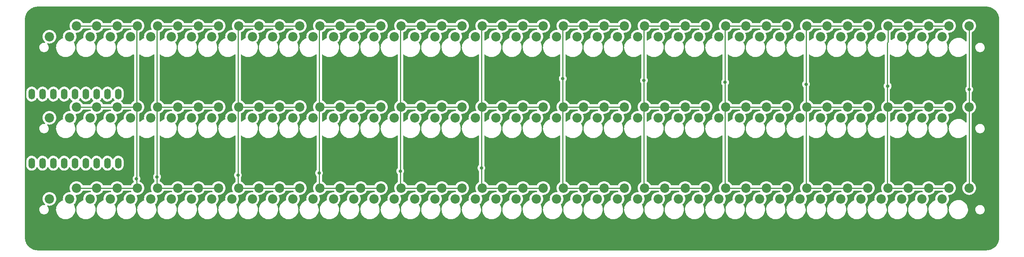
<source format=gbr>
%TF.GenerationSoftware,KiCad,Pcbnew,7.0.7*%
%TF.CreationDate,2023-09-15T12:25:30+10:00*%
%TF.ProjectId,fuckit,6675636b-6974-42e6-9b69-6361645f7063,rev?*%
%TF.SameCoordinates,Original*%
%TF.FileFunction,Copper,L1,Top*%
%TF.FilePolarity,Positive*%
%FSLAX46Y46*%
G04 Gerber Fmt 4.6, Leading zero omitted, Abs format (unit mm)*
G04 Created by KiCad (PCBNEW 7.0.7) date 2023-09-15 12:25:30*
%MOMM*%
%LPD*%
G01*
G04 APERTURE LIST*
%TA.AperFunction,ComponentPad*%
%ADD10C,2.200000*%
%TD*%
%TA.AperFunction,ComponentPad*%
%ADD11O,1.500000X2.500000*%
%TD*%
%TA.AperFunction,ViaPad*%
%ADD12C,0.800000*%
%TD*%
%TA.AperFunction,Conductor*%
%ADD13C,0.250000*%
%TD*%
G04 APERTURE END LIST*
D10*
%TO.P,SW106,1,1*%
%TO.N,c4*%
X103187564Y-58281151D03*
%TO.P,SW106,2,2*%
%TO.N,Net-(D28-A)*%
X96837564Y-60821151D03*
%TD*%
%TO.P,SW38,1,1*%
%TO.N,c10*%
X207962564Y-20181151D03*
%TO.P,SW38,2,2*%
%TO.N,Net-(D10-A)*%
X201612564Y-22721151D03*
%TD*%
%TO.P,SW105,1,1*%
%TO.N,c4*%
X98425064Y-58281151D03*
%TO.P,SW105,2,2*%
%TO.N,Net-(D28-A)*%
X92075064Y-60821151D03*
%TD*%
%TO.P,SW113,1,1*%
%TO.N,c6*%
X136525064Y-58281151D03*
%TO.P,SW113,2,2*%
%TO.N,Net-(D30-A)*%
X130175064Y-60821151D03*
%TD*%
%TO.P,SW28,1,1*%
%TO.N,c7*%
X160337564Y-20181151D03*
%TO.P,SW28,2,2*%
%TO.N,Net-(D7-A)*%
X153987564Y-22721151D03*
%TD*%
%TO.P,SW127,1,1*%
%TO.N,c10*%
X203200064Y-58281151D03*
%TO.P,SW127,2,2*%
%TO.N,Net-(D34-A)*%
X196850064Y-60821151D03*
%TD*%
%TO.P,SW76,1,1*%
%TO.N,c8*%
X174625064Y-39231151D03*
%TO.P,SW76,2,2*%
%TO.N,Net-(D20-A)*%
X168275064Y-41771151D03*
%TD*%
%TO.P,SW62,1,1*%
%TO.N,c5*%
X107950064Y-39231151D03*
%TO.P,SW62,2,2*%
%TO.N,Net-(D17-A)*%
X101600064Y-41771151D03*
%TD*%
%TO.P,SW91,1,1*%
%TO.N,c1*%
X31750064Y-58281151D03*
%TO.P,SW91,2,2*%
%TO.N,Net-(D25-A)*%
X25400064Y-60821151D03*
%TD*%
%TO.P,SW131,1,1*%
%TO.N,c11*%
X222250064Y-58281151D03*
%TO.P,SW131,2,2*%
%TO.N,Net-(D35-A)*%
X215900064Y-60821151D03*
%TD*%
%TO.P,SW120,1,1*%
%TO.N,c8*%
X169862564Y-58281151D03*
%TO.P,SW120,2,2*%
%TO.N,Net-(D32-A)*%
X163512564Y-60821151D03*
%TD*%
%TO.P,SW68,1,1*%
%TO.N,c6*%
X136525064Y-39231151D03*
%TO.P,SW68,2,2*%
%TO.N,Net-(D18-A)*%
X130175064Y-41771151D03*
%TD*%
%TO.P,SW27,1,1*%
%TO.N,c7*%
X155575064Y-20181151D03*
%TO.P,SW27,2,2*%
%TO.N,Net-(D7-A)*%
X149225064Y-22721151D03*
%TD*%
%TO.P,SW114,1,1*%
%TO.N,c6*%
X141287564Y-58281151D03*
%TO.P,SW114,2,2*%
%TO.N,Net-(D30-A)*%
X134937564Y-60821151D03*
%TD*%
%TO.P,SW12,1,1*%
%TO.N,c3*%
X84137564Y-20181151D03*
%TO.P,SW12,2,2*%
%TO.N,Net-(D3-A)*%
X77787564Y-22721151D03*
%TD*%
%TO.P,SW59,1,1*%
%TO.N,c4*%
X93662564Y-39231151D03*
%TO.P,SW59,2,2*%
%TO.N,Net-(D16-A)*%
X87312564Y-41771151D03*
%TD*%
%TO.P,SW52,1,1*%
%TO.N,c2*%
X60325064Y-39231151D03*
%TO.P,SW52,2,2*%
%TO.N,Net-(D14-A)*%
X53975064Y-41771151D03*
%TD*%
%TO.P,SW129,1,1*%
%TO.N,c10*%
X212725064Y-58281151D03*
%TO.P,SW129,2,2*%
%TO.N,Net-(D34-A)*%
X206375064Y-60821151D03*
%TD*%
%TO.P,SW33,1,1*%
%TO.N,c9*%
X184150064Y-20181151D03*
%TO.P,SW33,2,2*%
%TO.N,Net-(D9-A)*%
X177800064Y-22721151D03*
%TD*%
%TO.P,SW56,1,1*%
%TO.N,c3*%
X79375064Y-39231151D03*
%TO.P,SW56,2,2*%
%TO.N,Net-(D15-A)*%
X73025064Y-41771151D03*
%TD*%
%TO.P,SW45,1,1*%
%TO.N,c12*%
X241300064Y-20181151D03*
%TO.P,SW45,2,2*%
%TO.N,Net-(D12-A)*%
X234950064Y-22721151D03*
%TD*%
%TO.P,SW118,1,1*%
%TO.N,c7*%
X160337564Y-58281151D03*
%TO.P,SW118,2,2*%
%TO.N,Net-(D31-A)*%
X153987564Y-60821151D03*
%TD*%
%TO.P,SW87,1,1*%
%TO.N,c11*%
X227012564Y-39231151D03*
%TO.P,SW87,2,2*%
%TO.N,Net-(D23-A)*%
X220662564Y-41771151D03*
%TD*%
%TO.P,SW22,1,1*%
%TO.N,c6*%
X131762564Y-20181151D03*
%TO.P,SW22,2,2*%
%TO.N,Net-(D6-A)*%
X125412564Y-22721151D03*
%TD*%
%TO.P,SW14,1,1*%
%TO.N,c4*%
X93662564Y-20181151D03*
%TO.P,SW14,2,2*%
%TO.N,Net-(D4-A)*%
X87312564Y-22721151D03*
%TD*%
%TO.P,SW97,1,1*%
%TO.N,c2*%
X60325064Y-58281151D03*
%TO.P,SW97,2,2*%
%TO.N,Net-(D26-A)*%
X53975064Y-60821151D03*
%TD*%
%TO.P,SW128,1,1*%
%TO.N,c10*%
X207962564Y-58281151D03*
%TO.P,SW128,2,2*%
%TO.N,Net-(D34-A)*%
X201612564Y-60821151D03*
%TD*%
%TO.P,SW36,1,1*%
%TO.N,c9*%
X198437564Y-20181151D03*
%TO.P,SW36,2,2*%
%TO.N,Net-(D9-A)*%
X192087564Y-22721151D03*
%TD*%
%TO.P,SW84,1,1*%
%TO.N,c10*%
X212725064Y-39231151D03*
%TO.P,SW84,2,2*%
%TO.N,Net-(D22-A)*%
X206375064Y-41771151D03*
%TD*%
%TO.P,SW73,1,1*%
%TO.N,c7*%
X160337564Y-39231151D03*
%TO.P,SW73,2,2*%
%TO.N,Net-(D19-A)*%
X153987564Y-41771151D03*
%TD*%
%TO.P,SW83,1,1*%
%TO.N,c10*%
X207962564Y-39231151D03*
%TO.P,SW83,2,2*%
%TO.N,Net-(D22-A)*%
X201612564Y-41771151D03*
%TD*%
%TO.P,SW134,1,1*%
%TO.N,c11*%
X236537564Y-58281151D03*
%TO.P,SW134,2,2*%
%TO.N,Net-(D35-A)*%
X230187564Y-60821151D03*
%TD*%
%TO.P,SW125,1,1*%
%TO.N,c9*%
X193675064Y-58281151D03*
%TO.P,SW125,2,2*%
%TO.N,Net-(D33-A)*%
X187325064Y-60821151D03*
%TD*%
%TO.P,SW69,1,1*%
%TO.N,c6*%
X141287564Y-39231151D03*
%TO.P,SW69,2,2*%
%TO.N,Net-(D18-A)*%
X134937564Y-41771151D03*
%TD*%
%TO.P,SW2,1,1*%
%TO.N,c1*%
X36512564Y-20181151D03*
%TO.P,SW2,2,2*%
%TO.N,Net-(D1-A)*%
X30162564Y-22721151D03*
%TD*%
%TO.P,SW51,1,1*%
%TO.N,c2*%
X55562564Y-39231151D03*
%TO.P,SW51,2,2*%
%TO.N,Net-(D14-A)*%
X49212564Y-41771151D03*
%TD*%
%TO.P,SW26,1,1*%
%TO.N,c7*%
X150812564Y-20181151D03*
%TO.P,SW26,2,2*%
%TO.N,Net-(D7-A)*%
X144462564Y-22721151D03*
%TD*%
%TO.P,SW8,1,1*%
%TO.N,c2*%
X65087564Y-20181151D03*
%TO.P,SW8,2,2*%
%TO.N,Net-(D2-A)*%
X58737564Y-22721151D03*
%TD*%
%TO.P,SW30,1,1*%
%TO.N,c8*%
X169862564Y-20181151D03*
%TO.P,SW30,2,2*%
%TO.N,Net-(D8-A)*%
X163512564Y-22721151D03*
%TD*%
%TO.P,SW58,1,1*%
%TO.N,c4*%
X88900064Y-39231151D03*
%TO.P,SW58,2,2*%
%TO.N,Net-(D16-A)*%
X82550064Y-41771151D03*
%TD*%
%TO.P,SW102,1,1*%
%TO.N,c3*%
X84137564Y-58281151D03*
%TO.P,SW102,2,2*%
%TO.N,Net-(D27-A)*%
X77787564Y-60821151D03*
%TD*%
%TO.P,SW133,1,1*%
%TO.N,c11*%
X231775064Y-58281151D03*
%TO.P,SW133,2,2*%
%TO.N,Net-(D35-A)*%
X225425064Y-60821151D03*
%TD*%
%TO.P,SW9,1,1*%
%TO.N,c3*%
X69850064Y-20181151D03*
%TO.P,SW9,2,2*%
%TO.N,Net-(D3-A)*%
X63500064Y-22721151D03*
%TD*%
%TO.P,SW98,1,1*%
%TO.N,c2*%
X65087564Y-58281151D03*
%TO.P,SW98,2,2*%
%TO.N,Net-(D26-A)*%
X58737564Y-60821151D03*
%TD*%
%TO.P,SW48,1,1*%
%TO.N,c1*%
X41275064Y-39231151D03*
%TO.P,SW48,2,2*%
%TO.N,Net-(D13-A)*%
X34925064Y-41771151D03*
%TD*%
%TO.P,SW126,1,1*%
%TO.N,c9*%
X198437564Y-58281151D03*
%TO.P,SW126,2,2*%
%TO.N,Net-(D33-A)*%
X192087564Y-60821151D03*
%TD*%
%TO.P,SW60,1,1*%
%TO.N,c4*%
X98425064Y-39231151D03*
%TO.P,SW60,2,2*%
%TO.N,Net-(D16-A)*%
X92075064Y-41771151D03*
%TD*%
%TO.P,SW5,1,1*%
%TO.N,c2*%
X50800064Y-20181151D03*
%TO.P,SW5,2,2*%
%TO.N,Net-(D2-A)*%
X44450064Y-22721151D03*
%TD*%
%TO.P,SW66,1,1*%
%TO.N,c6*%
X127000064Y-39231151D03*
%TO.P,SW66,2,2*%
%TO.N,Net-(D18-A)*%
X120650064Y-41771151D03*
%TD*%
%TO.P,SW112,1,1*%
%TO.N,c6*%
X131762564Y-58281151D03*
%TO.P,SW112,2,2*%
%TO.N,Net-(D30-A)*%
X125412564Y-60821151D03*
%TD*%
%TO.P,SW77,1,1*%
%TO.N,c8*%
X179387564Y-39231151D03*
%TO.P,SW77,2,2*%
%TO.N,Net-(D20-A)*%
X173037564Y-41771151D03*
%TD*%
%TO.P,SW74,1,1*%
%TO.N,c8*%
X165100064Y-39231151D03*
%TO.P,SW74,2,2*%
%TO.N,Net-(D20-A)*%
X158750064Y-41771151D03*
%TD*%
%TO.P,SW116,1,1*%
%TO.N,c7*%
X150812564Y-58281151D03*
%TO.P,SW116,2,2*%
%TO.N,Net-(D31-A)*%
X144462564Y-60821151D03*
%TD*%
%TO.P,SW110,1,1*%
%TO.N,c5*%
X122237564Y-58281151D03*
%TO.P,SW110,2,2*%
%TO.N,Net-(D29-A)*%
X115887564Y-60821151D03*
%TD*%
%TO.P,SW39,1,1*%
%TO.N,c10*%
X212725064Y-20181151D03*
%TO.P,SW39,2,2*%
%TO.N,Net-(D10-A)*%
X206375064Y-22721151D03*
%TD*%
%TO.P,SW43,1,1*%
%TO.N,c11*%
X231775064Y-20181151D03*
%TO.P,SW43,2,2*%
%TO.N,Net-(D11-A)*%
X225425064Y-22721151D03*
%TD*%
%TO.P,SW3,1,1*%
%TO.N,c1*%
X41275064Y-20181151D03*
%TO.P,SW3,2,2*%
%TO.N,Net-(D1-A)*%
X34925064Y-22721151D03*
%TD*%
%TO.P,SW96,1,1*%
%TO.N,c2*%
X55562564Y-58281151D03*
%TO.P,SW96,2,2*%
%TO.N,Net-(D26-A)*%
X49212564Y-60821151D03*
%TD*%
%TO.P,SW115,1,1*%
%TO.N,c7*%
X146050064Y-58281151D03*
%TO.P,SW115,2,2*%
%TO.N,Net-(D31-A)*%
X139700064Y-60821151D03*
%TD*%
%TO.P,SW53,1,1*%
%TO.N,c2*%
X65087564Y-39231151D03*
%TO.P,SW53,2,2*%
%TO.N,Net-(D14-A)*%
X58737564Y-41771151D03*
%TD*%
%TO.P,SW44,1,1*%
%TO.N,c11*%
X236537564Y-20181151D03*
%TO.P,SW44,2,2*%
%TO.N,Net-(D11-A)*%
X230187564Y-22721151D03*
%TD*%
%TO.P,SW1,1,1*%
%TO.N,c1*%
X31750064Y-20181151D03*
%TO.P,SW1,2,2*%
%TO.N,Net-(D1-A)*%
X25400064Y-22721151D03*
%TD*%
%TO.P,SW42,1,1*%
%TO.N,c11*%
X227012564Y-20181151D03*
%TO.P,SW42,2,2*%
%TO.N,Net-(D11-A)*%
X220662564Y-22721151D03*
%TD*%
%TO.P,SW21,1,1*%
%TO.N,c6*%
X127000064Y-20181151D03*
%TO.P,SW21,2,2*%
%TO.N,Net-(D6-A)*%
X120650064Y-22721151D03*
%TD*%
%TO.P,SW11,1,1*%
%TO.N,c3*%
X79375064Y-20181151D03*
%TO.P,SW11,2,2*%
%TO.N,Net-(D3-A)*%
X73025064Y-22721151D03*
%TD*%
%TO.P,SW99,1,1*%
%TO.N,c3*%
X69850064Y-58281151D03*
%TO.P,SW99,2,2*%
%TO.N,Net-(D27-A)*%
X63500064Y-60821151D03*
%TD*%
%TO.P,SW24,1,1*%
%TO.N,c6*%
X141287564Y-20181151D03*
%TO.P,SW24,2,2*%
%TO.N,Net-(D6-A)*%
X134937564Y-22721151D03*
%TD*%
%TO.P,SW13,1,1*%
%TO.N,c4*%
X88900064Y-20181151D03*
%TO.P,SW13,2,2*%
%TO.N,Net-(D4-A)*%
X82550064Y-22721151D03*
%TD*%
%TO.P,SW10,1,1*%
%TO.N,c3*%
X74612564Y-20181151D03*
%TO.P,SW10,2,2*%
%TO.N,Net-(D3-A)*%
X68262564Y-22721151D03*
%TD*%
%TO.P,SW104,1,1*%
%TO.N,c4*%
X93662564Y-58281151D03*
%TO.P,SW104,2,2*%
%TO.N,Net-(D28-A)*%
X87312564Y-60821151D03*
%TD*%
%TO.P,SW63,1,1*%
%TO.N,c5*%
X112712564Y-39231151D03*
%TO.P,SW63,2,2*%
%TO.N,Net-(D17-A)*%
X106362564Y-41771151D03*
%TD*%
%TO.P,SW37,1,1*%
%TO.N,c10*%
X203200064Y-20181151D03*
%TO.P,SW37,2,2*%
%TO.N,Net-(D10-A)*%
X196850064Y-22721151D03*
%TD*%
%TO.P,SW31,1,1*%
%TO.N,c8*%
X174625064Y-20181151D03*
%TO.P,SW31,2,2*%
%TO.N,Net-(D8-A)*%
X168275064Y-22721151D03*
%TD*%
%TO.P,SW17,1,1*%
%TO.N,c5*%
X107950064Y-20181151D03*
%TO.P,SW17,2,2*%
%TO.N,Net-(D5-A)*%
X101600064Y-22721151D03*
%TD*%
%TO.P,SW86,1,1*%
%TO.N,c11*%
X222250064Y-39231151D03*
%TO.P,SW86,2,2*%
%TO.N,Net-(D23-A)*%
X215900064Y-41771151D03*
%TD*%
%TO.P,SW41,1,1*%
%TO.N,c11*%
X222250064Y-20181151D03*
%TO.P,SW41,2,2*%
%TO.N,Net-(D11-A)*%
X215900064Y-22721151D03*
%TD*%
%TO.P,SW122,1,1*%
%TO.N,c8*%
X179387564Y-58281151D03*
%TO.P,SW122,2,2*%
%TO.N,Net-(D32-A)*%
X173037564Y-60821151D03*
%TD*%
%TO.P,SW89,1,1*%
%TO.N,c11*%
X236537564Y-39231151D03*
%TO.P,SW89,2,2*%
%TO.N,Net-(D23-A)*%
X230187564Y-41771151D03*
%TD*%
%TO.P,SW72,1,1*%
%TO.N,c7*%
X155575064Y-39231151D03*
%TO.P,SW72,2,2*%
%TO.N,Net-(D19-A)*%
X149225064Y-41771151D03*
%TD*%
%TO.P,SW80,1,1*%
%TO.N,c9*%
X193675064Y-39231151D03*
%TO.P,SW80,2,2*%
%TO.N,Net-(D21-A)*%
X187325064Y-41771151D03*
%TD*%
%TO.P,SW67,1,1*%
%TO.N,c6*%
X131762564Y-39231151D03*
%TO.P,SW67,2,2*%
%TO.N,Net-(D18-A)*%
X125412564Y-41771151D03*
%TD*%
%TO.P,SW25,1,1*%
%TO.N,c7*%
X146050064Y-20181151D03*
%TO.P,SW25,2,2*%
%TO.N,Net-(D7-A)*%
X139700064Y-22721151D03*
%TD*%
%TO.P,SW90,1,1*%
%TO.N,c12*%
X241300064Y-39231151D03*
%TO.P,SW90,2,2*%
%TO.N,Net-(D24-A)*%
X234950064Y-41771151D03*
%TD*%
%TO.P,SW100,1,1*%
%TO.N,c3*%
X74612564Y-58281151D03*
%TO.P,SW100,2,2*%
%TO.N,Net-(D27-A)*%
X68262564Y-60821151D03*
%TD*%
%TO.P,SW94,1,1*%
%TO.N,c1*%
X46037564Y-58281151D03*
%TO.P,SW94,2,2*%
%TO.N,Net-(D25-A)*%
X39687564Y-60821151D03*
%TD*%
%TO.P,SW57,1,1*%
%TO.N,c3*%
X84137564Y-39231151D03*
%TO.P,SW57,2,2*%
%TO.N,Net-(D15-A)*%
X77787564Y-41771151D03*
%TD*%
%TO.P,SW29,1,1*%
%TO.N,c8*%
X165100064Y-20181151D03*
%TO.P,SW29,2,2*%
%TO.N,Net-(D8-A)*%
X158750064Y-22721151D03*
%TD*%
%TO.P,SW107,1,1*%
%TO.N,c5*%
X107950064Y-58281151D03*
%TO.P,SW107,2,2*%
%TO.N,Net-(D29-A)*%
X101600064Y-60821151D03*
%TD*%
%TO.P,SW18,1,1*%
%TO.N,c5*%
X112712564Y-20181151D03*
%TO.P,SW18,2,2*%
%TO.N,Net-(D5-A)*%
X106362564Y-22721151D03*
%TD*%
%TO.P,SW46,1,1*%
%TO.N,c1*%
X31750064Y-39231151D03*
%TO.P,SW46,2,2*%
%TO.N,Net-(D13-A)*%
X25400064Y-41771151D03*
%TD*%
%TO.P,SW132,1,1*%
%TO.N,c11*%
X227012564Y-58281151D03*
%TO.P,SW132,2,2*%
%TO.N,Net-(D35-A)*%
X220662564Y-60821151D03*
%TD*%
%TO.P,SW7,1,1*%
%TO.N,c2*%
X60325064Y-20181151D03*
%TO.P,SW7,2,2*%
%TO.N,Net-(D2-A)*%
X53975064Y-22721151D03*
%TD*%
%TO.P,SW35,1,1*%
%TO.N,c9*%
X193675064Y-20181151D03*
%TO.P,SW35,2,2*%
%TO.N,Net-(D9-A)*%
X187325064Y-22721151D03*
%TD*%
%TO.P,SW123,1,1*%
%TO.N,c9*%
X184150064Y-58281151D03*
%TO.P,SW123,2,2*%
%TO.N,Net-(D33-A)*%
X177800064Y-60821151D03*
%TD*%
%TO.P,SW4,1,1*%
%TO.N,c1*%
X46037564Y-20181151D03*
%TO.P,SW4,2,2*%
%TO.N,Net-(D1-A)*%
X39687564Y-22721151D03*
%TD*%
%TO.P,SW6,1,1*%
%TO.N,c2*%
X55562564Y-20181151D03*
%TO.P,SW6,2,2*%
%TO.N,Net-(D2-A)*%
X49212564Y-22721151D03*
%TD*%
%TO.P,SW49,1,1*%
%TO.N,c1*%
X46037564Y-39231151D03*
%TO.P,SW49,2,2*%
%TO.N,Net-(D13-A)*%
X39687564Y-41771151D03*
%TD*%
%TO.P,SW111,1,1*%
%TO.N,c6*%
X127000064Y-58281151D03*
%TO.P,SW111,2,2*%
%TO.N,Net-(D30-A)*%
X120650064Y-60821151D03*
%TD*%
%TO.P,SW124,1,1*%
%TO.N,c9*%
X188912564Y-58281151D03*
%TO.P,SW124,2,2*%
%TO.N,Net-(D33-A)*%
X182562564Y-60821151D03*
%TD*%
%TO.P,SW95,1,1*%
%TO.N,c2*%
X50800064Y-58281151D03*
%TO.P,SW95,2,2*%
%TO.N,Net-(D26-A)*%
X44450064Y-60821151D03*
%TD*%
%TO.P,SW108,1,1*%
%TO.N,c5*%
X112712564Y-58281151D03*
%TO.P,SW108,2,2*%
%TO.N,Net-(D29-A)*%
X106362564Y-60821151D03*
%TD*%
%TO.P,SW82,1,1*%
%TO.N,c10*%
X203200064Y-39231151D03*
%TO.P,SW82,2,2*%
%TO.N,Net-(D22-A)*%
X196850064Y-41771151D03*
%TD*%
%TO.P,SW47,1,1*%
%TO.N,c1*%
X36512564Y-39231151D03*
%TO.P,SW47,2,2*%
%TO.N,Net-(D13-A)*%
X30162564Y-41771151D03*
%TD*%
%TO.P,SW19,1,1*%
%TO.N,c5*%
X117475064Y-20181151D03*
%TO.P,SW19,2,2*%
%TO.N,Net-(D5-A)*%
X111125064Y-22721151D03*
%TD*%
%TO.P,SW88,1,1*%
%TO.N,c11*%
X231775064Y-39231151D03*
%TO.P,SW88,2,2*%
%TO.N,Net-(D23-A)*%
X225425064Y-41771151D03*
%TD*%
%TO.P,SW119,1,1*%
%TO.N,c8*%
X165100064Y-58281151D03*
%TO.P,SW119,2,2*%
%TO.N,Net-(D32-A)*%
X158750064Y-60821151D03*
%TD*%
%TO.P,SW34,1,1*%
%TO.N,c9*%
X188912564Y-20181151D03*
%TO.P,SW34,2,2*%
%TO.N,Net-(D9-A)*%
X182562564Y-22721151D03*
%TD*%
%TO.P,SW85,1,1*%
%TO.N,c10*%
X217487564Y-39231151D03*
%TO.P,SW85,2,2*%
%TO.N,Net-(D22-A)*%
X211137564Y-41771151D03*
%TD*%
%TO.P,SW54,1,1*%
%TO.N,c3*%
X69850064Y-39231151D03*
%TO.P,SW54,2,2*%
%TO.N,Net-(D15-A)*%
X63500064Y-41771151D03*
%TD*%
%TO.P,SW92,1,1*%
%TO.N,c1*%
X36512564Y-58281151D03*
%TO.P,SW92,2,2*%
%TO.N,Net-(D25-A)*%
X30162564Y-60821151D03*
%TD*%
%TO.P,SW117,1,1*%
%TO.N,c7*%
X155575064Y-58281151D03*
%TO.P,SW117,2,2*%
%TO.N,Net-(D31-A)*%
X149225064Y-60821151D03*
%TD*%
%TO.P,SW109,1,1*%
%TO.N,c5*%
X117475064Y-58281151D03*
%TO.P,SW109,2,2*%
%TO.N,Net-(D29-A)*%
X111125064Y-60821151D03*
%TD*%
%TO.P,SW101,1,1*%
%TO.N,c3*%
X79375064Y-58281151D03*
%TO.P,SW101,2,2*%
%TO.N,Net-(D27-A)*%
X73025064Y-60821151D03*
%TD*%
%TO.P,SW93,1,1*%
%TO.N,c1*%
X41275064Y-58281151D03*
%TO.P,SW93,2,2*%
%TO.N,Net-(D25-A)*%
X34925064Y-60821151D03*
%TD*%
%TO.P,SW50,1,1*%
%TO.N,c2*%
X50800064Y-39231151D03*
%TO.P,SW50,2,2*%
%TO.N,Net-(D14-A)*%
X44450064Y-41771151D03*
%TD*%
%TO.P,SW81,1,1*%
%TO.N,c9*%
X198437564Y-39231151D03*
%TO.P,SW81,2,2*%
%TO.N,Net-(D21-A)*%
X192087564Y-41771151D03*
%TD*%
%TO.P,SW16,1,1*%
%TO.N,c4*%
X103187564Y-20181151D03*
%TO.P,SW16,2,2*%
%TO.N,Net-(D4-A)*%
X96837564Y-22721151D03*
%TD*%
%TO.P,SW40,1,1*%
%TO.N,c10*%
X217487564Y-20181151D03*
%TO.P,SW40,2,2*%
%TO.N,Net-(D10-A)*%
X211137564Y-22721151D03*
%TD*%
%TO.P,SW20,1,1*%
%TO.N,c5*%
X122237564Y-20181151D03*
%TO.P,SW20,2,2*%
%TO.N,Net-(D5-A)*%
X115887564Y-22721151D03*
%TD*%
%TO.P,SW55,1,1*%
%TO.N,c3*%
X74612564Y-39231151D03*
%TO.P,SW55,2,2*%
%TO.N,Net-(D15-A)*%
X68262564Y-41771151D03*
%TD*%
%TO.P,SW23,1,1*%
%TO.N,c6*%
X136525064Y-20181151D03*
%TO.P,SW23,2,2*%
%TO.N,Net-(D6-A)*%
X130175064Y-22721151D03*
%TD*%
%TO.P,SW103,1,1*%
%TO.N,c4*%
X88900064Y-58281151D03*
%TO.P,SW103,2,2*%
%TO.N,Net-(D28-A)*%
X82550064Y-60821151D03*
%TD*%
%TO.P,SW75,1,1*%
%TO.N,c8*%
X169862564Y-39231151D03*
%TO.P,SW75,2,2*%
%TO.N,Net-(D20-A)*%
X163512564Y-41771151D03*
%TD*%
%TO.P,SW71,1,1*%
%TO.N,c7*%
X150812564Y-39231151D03*
%TO.P,SW71,2,2*%
%TO.N,Net-(D19-A)*%
X144462564Y-41771151D03*
%TD*%
%TO.P,SW70,1,1*%
%TO.N,c7*%
X146050064Y-39231151D03*
%TO.P,SW70,2,2*%
%TO.N,Net-(D19-A)*%
X139700064Y-41771151D03*
%TD*%
%TO.P,SW61,1,1*%
%TO.N,c4*%
X103187564Y-39231151D03*
%TO.P,SW61,2,2*%
%TO.N,Net-(D16-A)*%
X96837564Y-41771151D03*
%TD*%
%TO.P,SW121,1,1*%
%TO.N,c8*%
X174625064Y-58281151D03*
%TO.P,SW121,2,2*%
%TO.N,Net-(D32-A)*%
X168275064Y-60821151D03*
%TD*%
%TO.P,SW79,1,1*%
%TO.N,c9*%
X188912564Y-39231151D03*
%TO.P,SW79,2,2*%
%TO.N,Net-(D21-A)*%
X182562564Y-41771151D03*
%TD*%
%TO.P,SW64,1,1*%
%TO.N,c5*%
X117475064Y-39231151D03*
%TO.P,SW64,2,2*%
%TO.N,Net-(D17-A)*%
X111125064Y-41771151D03*
%TD*%
%TO.P,SW65,1,1*%
%TO.N,c5*%
X122237564Y-39231151D03*
%TO.P,SW65,2,2*%
%TO.N,Net-(D17-A)*%
X115887564Y-41771151D03*
%TD*%
%TO.P,SW130,1,1*%
%TO.N,c10*%
X217487564Y-58281151D03*
%TO.P,SW130,2,2*%
%TO.N,Net-(D34-A)*%
X211137564Y-60821151D03*
%TD*%
%TO.P,SW32,1,1*%
%TO.N,c8*%
X179387564Y-20181151D03*
%TO.P,SW32,2,2*%
%TO.N,Net-(D8-A)*%
X173037564Y-22721151D03*
%TD*%
%TO.P,SW15,1,1*%
%TO.N,c4*%
X98425064Y-20181151D03*
%TO.P,SW15,2,2*%
%TO.N,Net-(D4-A)*%
X92075064Y-22721151D03*
%TD*%
%TO.P,SW135,1,1*%
%TO.N,c12*%
X241300064Y-58281151D03*
%TO.P,SW135,2,2*%
%TO.N,Net-(D36-A)*%
X234950064Y-60821151D03*
%TD*%
%TO.P,SW78,1,1*%
%TO.N,c9*%
X184150064Y-39231151D03*
%TO.P,SW78,2,2*%
%TO.N,Net-(D21-A)*%
X177800064Y-41771151D03*
%TD*%
D11*
%TO.P,U1,1,0*%
%TO.N,r1*%
X21232866Y-52451030D03*
%TO.P,U1,2,1*%
%TO.N,r2*%
X23772866Y-52451030D03*
%TO.P,U1,3,2*%
%TO.N,r3*%
X26312866Y-52451030D03*
%TO.P,U1,4,3*%
%TO.N,c1*%
X28852866Y-52451030D03*
%TO.P,U1,5,4*%
%TO.N,c2*%
X31392866Y-52451030D03*
%TO.P,U1,6,5*%
%TO.N,c3*%
X33932866Y-52451030D03*
%TO.P,U1,7,6*%
%TO.N,c4*%
X36472866Y-52451030D03*
%TO.P,U1,8,7*%
%TO.N,c5*%
X39012866Y-52451030D03*
%TO.P,U1,9,8*%
%TO.N,c6*%
X41552866Y-52451030D03*
%TO.P,U1,15,14*%
%TO.N,c12*%
X41552866Y-36211030D03*
%TO.P,U1,16,15*%
%TO.N,c11*%
X39012866Y-36211030D03*
%TO.P,U1,17,26*%
%TO.N,c10*%
X36472866Y-36211030D03*
%TO.P,U1,18,27*%
%TO.N,c9*%
X33932866Y-36211030D03*
%TO.P,U1,19,28*%
%TO.N,c8*%
X31392866Y-36211030D03*
%TO.P,U1,20,29*%
%TO.N,c7*%
X28852866Y-36211030D03*
%TO.P,U1,21,3V3*%
%TO.N,unconnected-(U1-3V3-Pad21)*%
X26312866Y-36211030D03*
%TO.P,U1,22,GND*%
%TO.N,unconnected-(U1-GND-Pad22)*%
X23772866Y-36211030D03*
%TO.P,U1,23,5V*%
%TO.N,unconnected-(U1-5V-Pad23)*%
X21232866Y-36211030D03*
%TD*%
D12*
%TO.N,c7*%
X145897564Y-32561530D03*
%TO.N,c8*%
X164947564Y-33011530D03*
%TO.N,c9*%
X183997564Y-33461530D03*
%TO.N,c10*%
X203002074Y-33911530D03*
%TO.N,c11*%
X222151341Y-34329774D03*
%TO.N,c12*%
X241300608Y-35123526D03*
%TO.N,c1*%
X45839178Y-56102760D03*
%TO.N,c2*%
X50647564Y-55652760D03*
%TO.N,c3*%
X69651738Y-55264983D03*
%TO.N,c4*%
X88701786Y-54752760D03*
%TO.N,c5*%
X107751834Y-54302760D03*
%TO.N,c6*%
X126801882Y-53578260D03*
%TD*%
D13*
%TO.N,c7*%
X145897564Y-39491484D02*
X145897564Y-58020817D01*
X145897564Y-32561530D02*
X145897564Y-20441484D01*
X146157897Y-58281151D02*
X160337564Y-58281151D01*
X145897564Y-32561530D02*
X145897564Y-38970817D01*
X146157897Y-39231151D02*
X160337564Y-39231151D01*
X146157897Y-20181151D02*
X160337564Y-20181151D01*
X145897553Y-38970817D02*
G75*
G03*
X145973814Y-39154901I260347J17D01*
G01*
X145897553Y-58020817D02*
G75*
G03*
X145973814Y-58204901I260347J17D01*
G01*
X145973812Y-58204903D02*
G75*
G03*
X146157897Y-58281151I184088J184103D01*
G01*
X145973821Y-20257408D02*
G75*
G03*
X145897564Y-20441484I184079J-184092D01*
G01*
X145973821Y-39307408D02*
G75*
G03*
X145897564Y-39491484I184079J-184092D01*
G01*
X145973812Y-39154903D02*
G75*
G03*
X146157897Y-39231151I184088J184103D01*
G01*
X146157897Y-39231154D02*
G75*
G03*
X145973814Y-39307401I3J-260346D01*
G01*
X146157897Y-20181154D02*
G75*
G03*
X145973814Y-20257401I3J-260346D01*
G01*
X145973862Y-39307449D02*
G75*
G03*
X145973813Y-39154902I-76262J76249D01*
G01*
%TO.N,c8*%
X165207897Y-39231151D02*
X179387564Y-39231151D01*
X165207897Y-58281151D02*
X179387564Y-58281151D01*
X164947564Y-33011530D02*
X164947564Y-38970817D01*
X164947564Y-20441484D02*
X164947564Y-33011530D01*
X164947564Y-58020817D02*
X164947564Y-39491484D01*
X165207897Y-20181151D02*
X179387564Y-20181151D01*
X165023862Y-39307449D02*
G75*
G03*
X165023813Y-39154902I-76262J76249D01*
G01*
X165023821Y-20257408D02*
G75*
G03*
X164947564Y-20441484I184079J-184092D01*
G01*
X165023821Y-39307408D02*
G75*
G03*
X164947564Y-39491484I184079J-184092D01*
G01*
X165023812Y-58204903D02*
G75*
G03*
X165207897Y-58281151I184088J184103D01*
G01*
X164947553Y-58020817D02*
G75*
G03*
X165023814Y-58204901I260347J17D01*
G01*
X165023812Y-39154903D02*
G75*
G03*
X165207897Y-39231151I184088J184103D01*
G01*
X165207897Y-20181154D02*
G75*
G03*
X165023814Y-20257401I3J-260346D01*
G01*
X165207897Y-39231154D02*
G75*
G03*
X165023814Y-39307401I3J-260346D01*
G01*
X164947553Y-38970817D02*
G75*
G03*
X165023814Y-39154901I260347J17D01*
G01*
%TO.N,c9*%
X184257897Y-39231151D02*
X198437564Y-39231151D01*
X183997564Y-33461530D02*
X183997564Y-38970817D01*
X183997564Y-39491484D02*
X183997564Y-58020817D01*
X183997564Y-20441484D02*
X183997564Y-33461530D01*
X184257897Y-20181151D02*
X198437564Y-20181151D01*
X184257897Y-58281151D02*
X198437564Y-58281151D01*
X184257897Y-20181154D02*
G75*
G03*
X184073814Y-20257401I3J-260346D01*
G01*
X183997553Y-38970817D02*
G75*
G03*
X184073814Y-39154901I260347J17D01*
G01*
X184073862Y-39307449D02*
G75*
G03*
X184073813Y-39154902I-76262J76249D01*
G01*
X184257897Y-39231154D02*
G75*
G03*
X184073814Y-39307401I3J-260346D01*
G01*
X184073821Y-20257408D02*
G75*
G03*
X183997564Y-20441484I184079J-184092D01*
G01*
X183997553Y-58020817D02*
G75*
G03*
X184073814Y-58204901I260347J17D01*
G01*
X184073812Y-39154903D02*
G75*
G03*
X184257897Y-39231151I184088J184103D01*
G01*
X184073821Y-39307408D02*
G75*
G03*
X183997564Y-39491484I184079J-184092D01*
G01*
X184073812Y-58204903D02*
G75*
G03*
X184257897Y-58281151I184088J184103D01*
G01*
%TO.N,c10*%
X203307897Y-58281151D02*
X217487564Y-58281151D01*
X203047564Y-39491484D02*
X203047564Y-58020817D01*
X203047564Y-38970817D02*
X203047564Y-33989186D01*
X203307897Y-39231151D02*
X217487564Y-39231151D01*
X203307897Y-20181151D02*
X217487564Y-20181151D01*
X203024819Y-33934275D02*
X203002074Y-33911530D01*
X203047564Y-33833873D02*
X203047564Y-20441484D01*
X203024819Y-33888785D02*
X203002074Y-33911530D01*
X203024834Y-33888800D02*
G75*
G03*
X203047564Y-33833873I-54934J54900D01*
G01*
X203123812Y-58204903D02*
G75*
G03*
X203307897Y-58281151I184088J184103D01*
G01*
X203047553Y-58020817D02*
G75*
G03*
X203123814Y-58204901I260347J17D01*
G01*
X203047553Y-38970817D02*
G75*
G03*
X203123814Y-39154901I260347J17D01*
G01*
X203307897Y-39231154D02*
G75*
G03*
X203123814Y-39307401I3J-260346D01*
G01*
X203123821Y-20257408D02*
G75*
G03*
X203047564Y-20441484I184079J-184092D01*
G01*
X203123812Y-39154903D02*
G75*
G03*
X203307897Y-39231151I184088J184103D01*
G01*
X203047571Y-33989186D02*
G75*
G03*
X203024819Y-33934275I-77671J-14D01*
G01*
X203123821Y-39307408D02*
G75*
G03*
X203047564Y-39491484I184079J-184092D01*
G01*
X203123862Y-39307449D02*
G75*
G03*
X203123813Y-39154902I-76262J76249D01*
G01*
X203307897Y-20181154D02*
G75*
G03*
X203123814Y-20257401I3J-260346D01*
G01*
%TO.N,c11*%
X222151341Y-34329774D02*
X222118202Y-34362912D01*
X222085064Y-34216632D02*
X222085064Y-24394066D01*
X222085064Y-38949478D02*
X222085064Y-34442915D01*
X222250064Y-23995721D02*
X222250064Y-20181151D01*
X222357897Y-39231151D02*
X236537564Y-39231151D01*
X222250064Y-20181151D02*
X236537564Y-20181151D01*
X222097564Y-39491484D02*
X222097564Y-58020817D01*
X222173814Y-39154901D02*
X222167564Y-39148651D01*
X222151341Y-34329774D02*
X222118202Y-34296635D01*
X222357897Y-58281151D02*
X236537564Y-58281151D01*
X222357897Y-39231154D02*
G75*
G03*
X222173814Y-39307401I3J-260346D01*
G01*
X222118196Y-34362906D02*
G75*
G03*
X222085064Y-34442915I80004J-79994D01*
G01*
X222173862Y-39307449D02*
G75*
G03*
X222173813Y-39154902I-76262J76249D01*
G01*
X222173812Y-39154903D02*
G75*
G03*
X222357897Y-39231151I184088J184103D01*
G01*
X222173812Y-58204903D02*
G75*
G03*
X222357897Y-58281151I184088J184103D01*
G01*
X222085069Y-38949478D02*
G75*
G03*
X222167564Y-39148651I281631J-22D01*
G01*
X222097553Y-58020817D02*
G75*
G03*
X222173814Y-58204901I260347J17D01*
G01*
X222167588Y-24194918D02*
G75*
G03*
X222085064Y-24394066I199112J-199182D01*
G01*
X222173821Y-39307408D02*
G75*
G03*
X222097564Y-39491484I184079J-184092D01*
G01*
X222167552Y-24194882D02*
G75*
G03*
X222250064Y-23995721I-199152J199182D01*
G01*
X222085040Y-34216632D02*
G75*
G03*
X222118202Y-34296635I113160J32D01*
G01*
%TO.N,c12*%
X241300064Y-35122597D02*
X241300064Y-20181151D01*
X241300064Y-39231151D02*
X241300064Y-58281151D01*
X241300608Y-35123526D02*
X241300336Y-35123798D01*
X241300608Y-35123526D02*
X241300336Y-35123254D01*
X241300064Y-35124454D02*
X241300064Y-39231151D01*
X241300069Y-35122597D02*
G75*
G03*
X241300337Y-35123253I931J-3D01*
G01*
X241300356Y-35123819D02*
G75*
G03*
X241300064Y-35124454I644J-681D01*
G01*
%TO.N,c1*%
X31673814Y-39307401D02*
X31597564Y-39383651D01*
X45839178Y-56102760D02*
X45862121Y-56125703D01*
X32019254Y-38456030D02*
X31750080Y-38456030D01*
X45885064Y-56181092D02*
X45885064Y-58020817D01*
X45885064Y-56024427D02*
X45885064Y-39491484D01*
X45839178Y-56102760D02*
X45862121Y-56079817D01*
X31857897Y-39231151D02*
X45929730Y-39231151D01*
X31673814Y-20257401D02*
X31597564Y-20333651D01*
X45885064Y-38970817D02*
X45885064Y-20441484D01*
X31673814Y-39154901D02*
X31597564Y-39078651D01*
X45929730Y-58281151D02*
X31857897Y-58281151D01*
X31673814Y-58204901D02*
X31597564Y-58128651D01*
X32068649Y-38912565D02*
X31826314Y-39154901D01*
X31857897Y-20181151D02*
X45929730Y-20181151D01*
X45929730Y-58281198D02*
G75*
G03*
X45961314Y-58204901I-30J44698D01*
G01*
X45961321Y-20257408D02*
G75*
G03*
X45885064Y-20441484I184079J-184092D01*
G01*
X45862114Y-56079810D02*
G75*
G03*
X45885064Y-56024427I-55414J55410D01*
G01*
X45961278Y-39307365D02*
G75*
G03*
X45929730Y-39231151I-31578J31565D01*
G01*
X45885060Y-56181092D02*
G75*
G03*
X45862121Y-56125703I-78360J-8D01*
G01*
X31673812Y-58204903D02*
G75*
G03*
X31857897Y-58281151I184088J184103D01*
G01*
X31673862Y-39307449D02*
G75*
G03*
X31673813Y-39154902I-76262J76249D01*
G01*
X31857897Y-39231154D02*
G75*
G03*
X31673814Y-39307401I3J-260346D01*
G01*
X31673815Y-39154900D02*
G75*
G03*
X31826313Y-39154900I76249J76252D01*
G01*
X45961278Y-20257365D02*
G75*
G03*
X45929730Y-20181151I-31578J31565D01*
G01*
X32187970Y-38624673D02*
G75*
G03*
X32019254Y-38456030I-168670J-27D01*
G01*
X45961321Y-39307408D02*
G75*
G03*
X45885064Y-39491484I184079J-184092D01*
G01*
X32068654Y-38912570D02*
G75*
G03*
X32187898Y-38624673I-287854J287870D01*
G01*
X31826333Y-39154920D02*
G75*
G03*
X31857897Y-39231151I31567J-31580D01*
G01*
X31857897Y-20181154D02*
G75*
G03*
X31673814Y-20257401I3J-260346D01*
G01*
X45961362Y-39307449D02*
G75*
G03*
X45961313Y-39154902I-76262J76249D01*
G01*
X45929730Y-39231198D02*
G75*
G03*
X45961314Y-39154901I-30J44698D01*
G01*
X45885053Y-58020817D02*
G75*
G03*
X45961314Y-58204901I260347J17D01*
G01*
X45885053Y-38970817D02*
G75*
G03*
X45961314Y-39154901I260347J17D01*
G01*
%TO.N,c2*%
X50647564Y-39491484D02*
X50647564Y-58020817D01*
X50907897Y-20181151D02*
X65087564Y-20181151D01*
X50907897Y-39231151D02*
X65087564Y-39231151D01*
X50647564Y-20441484D02*
X50647564Y-38970817D01*
X50907897Y-58281151D02*
X65087564Y-58281151D01*
X50907897Y-20181154D02*
G75*
G03*
X50723814Y-20257401I3J-260346D01*
G01*
X50647553Y-38970817D02*
G75*
G03*
X50723814Y-39154901I260347J17D01*
G01*
X50907897Y-39231154D02*
G75*
G03*
X50723814Y-39307401I3J-260346D01*
G01*
X50723821Y-20257408D02*
G75*
G03*
X50647564Y-20441484I184079J-184092D01*
G01*
X50723812Y-39154903D02*
G75*
G03*
X50907897Y-39231151I184088J184103D01*
G01*
X50723812Y-58204903D02*
G75*
G03*
X50907897Y-58281151I184088J184103D01*
G01*
X50723821Y-39307408D02*
G75*
G03*
X50647564Y-39491484I184079J-184092D01*
G01*
X50647553Y-58020817D02*
G75*
G03*
X50723814Y-58204901I260347J17D01*
G01*
X50723862Y-39307449D02*
G75*
G03*
X50723813Y-39154902I-76262J76249D01*
G01*
%TO.N,c3*%
X69957897Y-39231151D02*
X84137564Y-39231151D01*
X69957897Y-20181151D02*
X84137564Y-20181151D01*
X69697564Y-38970817D02*
X69697564Y-20441484D01*
X69651738Y-55264983D02*
X69674651Y-55287896D01*
X69697564Y-55186753D02*
X69697564Y-39491484D01*
X69957897Y-58281151D02*
X84137564Y-58281151D01*
X69697564Y-58020817D02*
X69697564Y-55343212D01*
X69674651Y-55242070D02*
X69651738Y-55264983D01*
X69773812Y-58204903D02*
G75*
G03*
X69957897Y-58281151I184088J184103D01*
G01*
X69674682Y-55242100D02*
G75*
G03*
X69697564Y-55186753I-55382J55300D01*
G01*
X69773812Y-39154903D02*
G75*
G03*
X69957897Y-39231151I184088J184103D01*
G01*
X69773821Y-20257408D02*
G75*
G03*
X69697564Y-20441484I184079J-184092D01*
G01*
X69957897Y-20181154D02*
G75*
G03*
X69773814Y-20257401I3J-260346D01*
G01*
X69773821Y-39307408D02*
G75*
G03*
X69697564Y-39491484I184079J-184092D01*
G01*
X69697544Y-55343212D02*
G75*
G03*
X69674650Y-55287897I-78244J12D01*
G01*
X69773862Y-39307449D02*
G75*
G03*
X69773813Y-39154902I-76262J76249D01*
G01*
X69957897Y-39231154D02*
G75*
G03*
X69773814Y-39307401I3J-260346D01*
G01*
X69697553Y-38970817D02*
G75*
G03*
X69773814Y-39154901I260347J17D01*
G01*
X69697553Y-58020817D02*
G75*
G03*
X69773814Y-58204901I260347J17D01*
G01*
%TO.N,c4*%
X88747564Y-54674612D02*
X88747564Y-39491484D01*
X88701786Y-54752760D02*
X88724675Y-54729871D01*
X88747564Y-20441484D02*
X88747564Y-38970817D01*
X89007897Y-39231151D02*
X103187564Y-39231151D01*
X88701786Y-54752760D02*
X88724675Y-54775649D01*
X89007897Y-58281151D02*
X103187564Y-58281151D01*
X88747564Y-58020817D02*
X88747564Y-54830907D01*
X89007897Y-20181151D02*
X103187564Y-20181151D01*
X88823862Y-39307449D02*
G75*
G03*
X88823813Y-39154902I-76262J76249D01*
G01*
X88823812Y-39154903D02*
G75*
G03*
X89007897Y-39231151I184088J184103D01*
G01*
X88724672Y-54729868D02*
G75*
G03*
X88747564Y-54674612I-55272J55268D01*
G01*
X89007897Y-20181154D02*
G75*
G03*
X88823814Y-20257401I3J-260346D01*
G01*
X89007897Y-39231154D02*
G75*
G03*
X88823814Y-39307401I3J-260346D01*
G01*
X88823821Y-20257408D02*
G75*
G03*
X88747564Y-20441484I184079J-184092D01*
G01*
X88823821Y-39307408D02*
G75*
G03*
X88747564Y-39491484I184079J-184092D01*
G01*
X88747553Y-58020817D02*
G75*
G03*
X88823814Y-58204901I260347J17D01*
G01*
X88747553Y-38970817D02*
G75*
G03*
X88823814Y-39154901I260347J17D01*
G01*
X88823812Y-58204903D02*
G75*
G03*
X89007897Y-58281151I184088J184103D01*
G01*
X88747553Y-54830907D02*
G75*
G03*
X88724675Y-54775649I-78153J7D01*
G01*
%TO.N,c5*%
X107774699Y-54279895D02*
X107751834Y-54302760D01*
X108057897Y-58281151D02*
X122237564Y-58281151D01*
X108057897Y-39231151D02*
X122237564Y-39231151D01*
X107797564Y-20441484D02*
X107797564Y-38970817D01*
X107797564Y-58020817D02*
X107797564Y-54380825D01*
X107774699Y-54325625D02*
X107751834Y-54302760D01*
X107797564Y-54224694D02*
X107797564Y-39491484D01*
X108057897Y-20181151D02*
X122237564Y-20181151D01*
X108057897Y-20181154D02*
G75*
G03*
X107873814Y-20257401I3J-260346D01*
G01*
X107873862Y-39307449D02*
G75*
G03*
X107873813Y-39154902I-76262J76249D01*
G01*
X107774702Y-54279898D02*
G75*
G03*
X107797564Y-54224694I-55202J55198D01*
G01*
X108057897Y-39231154D02*
G75*
G03*
X107873814Y-39307401I3J-260346D01*
G01*
X107873821Y-20257408D02*
G75*
G03*
X107797564Y-20441484I184079J-184092D01*
G01*
X107873812Y-39154903D02*
G75*
G03*
X108057897Y-39231151I184088J184103D01*
G01*
X107873812Y-58204903D02*
G75*
G03*
X108057897Y-58281151I184088J184103D01*
G01*
X107873821Y-39307408D02*
G75*
G03*
X107797564Y-39491484I184079J-184092D01*
G01*
X107797553Y-58020817D02*
G75*
G03*
X107873814Y-58204901I260347J17D01*
G01*
X107797546Y-54380825D02*
G75*
G03*
X107774699Y-54325625I-78046J25D01*
G01*
X107797553Y-38970817D02*
G75*
G03*
X107873814Y-39154901I260347J17D01*
G01*
%TO.N,c6*%
X127107897Y-20181151D02*
X141287564Y-20181151D01*
X126847564Y-53656244D02*
X126847564Y-58020817D01*
X126824723Y-53601101D02*
X126801882Y-53578260D01*
X127107897Y-58281151D02*
X141287564Y-58281151D01*
X126824723Y-53555419D02*
X126801882Y-53578260D01*
X127107897Y-39231151D02*
X141287564Y-39231151D01*
X126847564Y-53500275D02*
X126847564Y-39491484D01*
X126847564Y-20441484D02*
X126847564Y-38970817D01*
X126824731Y-53555427D02*
G75*
G03*
X126847564Y-53500275I-55131J55127D01*
G01*
X126847553Y-58020817D02*
G75*
G03*
X126923814Y-58204901I260347J17D01*
G01*
X126923812Y-58204903D02*
G75*
G03*
X127107897Y-58281151I184088J184103D01*
G01*
X126923821Y-39307408D02*
G75*
G03*
X126847564Y-39491484I184079J-184092D01*
G01*
X126923821Y-20257408D02*
G75*
G03*
X126847564Y-20441484I184079J-184092D01*
G01*
X126923862Y-39307449D02*
G75*
G03*
X126923813Y-39154902I-76262J76249D01*
G01*
X127107897Y-20181154D02*
G75*
G03*
X126923814Y-20257401I3J-260346D01*
G01*
X127107897Y-39231154D02*
G75*
G03*
X126923814Y-39307401I3J-260346D01*
G01*
X126847538Y-53656244D02*
G75*
G03*
X126824722Y-53601102I-77938J44D01*
G01*
X126923812Y-39154903D02*
G75*
G03*
X127107897Y-39231151I184088J184103D01*
G01*
X126847553Y-38970817D02*
G75*
G03*
X126923814Y-39154901I260347J17D01*
G01*
%TD*%
%TA.AperFunction,NonConductor*%
G36*
X245346777Y-15677186D02*
G01*
X245437527Y-15681941D01*
X245485108Y-15684435D01*
X245492833Y-15684867D01*
X245661625Y-15694314D01*
X245667834Y-15694978D01*
X245825983Y-15720024D01*
X245982732Y-15746656D01*
X245988369Y-15747888D01*
X246144931Y-15789837D01*
X246296262Y-15833435D01*
X246301276Y-15835117D01*
X246451328Y-15892716D01*
X246453428Y-15893522D01*
X246598487Y-15953606D01*
X246602896Y-15955639D01*
X246748643Y-16029901D01*
X246885924Y-16105773D01*
X246889681Y-16108027D01*
X246964640Y-16156706D01*
X247027233Y-16197355D01*
X247155202Y-16288155D01*
X247158299Y-16290504D01*
X247284855Y-16392987D01*
X247287136Y-16394929D01*
X247403119Y-16498579D01*
X247405624Y-16500948D01*
X247456683Y-16552007D01*
X247520769Y-16616095D01*
X247523159Y-16618623D01*
X247626805Y-16734606D01*
X247628758Y-16736902D01*
X247731212Y-16863424D01*
X247733595Y-16866566D01*
X247824385Y-16994527D01*
X247913685Y-17132041D01*
X247915952Y-17135820D01*
X247991835Y-17273127D01*
X248066078Y-17418844D01*
X248068117Y-17423267D01*
X248128198Y-17568323D01*
X248186594Y-17720460D01*
X248188289Y-17725517D01*
X248231890Y-17876871D01*
X248273821Y-18033379D01*
X248275058Y-18039043D01*
X248301693Y-18195830D01*
X248326730Y-18353933D01*
X248327396Y-18360160D01*
X248336796Y-18527644D01*
X248344572Y-18676112D01*
X248344657Y-18679356D01*
X248344657Y-69924343D01*
X248344572Y-69927588D01*
X248337630Y-70060068D01*
X248327368Y-70242906D01*
X248326701Y-70249133D01*
X248302454Y-70402243D01*
X248274963Y-70564051D01*
X248273725Y-70569715D01*
X248232635Y-70723074D01*
X248188115Y-70877604D01*
X248186420Y-70882661D01*
X248128928Y-71032437D01*
X248067860Y-71179871D01*
X248065821Y-71184293D01*
X247992549Y-71328102D01*
X247962816Y-71381899D01*
X247915595Y-71467340D01*
X247913328Y-71471117D01*
X247825084Y-71607004D01*
X247733106Y-71736633D01*
X247730724Y-71739774D01*
X247629442Y-71864847D01*
X247627488Y-71867143D01*
X247522536Y-71984583D01*
X247520147Y-71987111D01*
X247406312Y-72100945D01*
X247403785Y-72103335D01*
X247286331Y-72208297D01*
X247284035Y-72210251D01*
X247158968Y-72311528D01*
X247155827Y-72313910D01*
X247026195Y-72405890D01*
X246890313Y-72494131D01*
X246886534Y-72496399D01*
X246747296Y-72573351D01*
X246603491Y-72646622D01*
X246599069Y-72648660D01*
X246451629Y-72709731D01*
X246301850Y-72767225D01*
X246296792Y-72768921D01*
X246142284Y-72813432D01*
X245988898Y-72854529D01*
X245983234Y-72855766D01*
X245821471Y-72883249D01*
X245668331Y-72907503D01*
X245662104Y-72908169D01*
X245480534Y-72918364D01*
X245346620Y-72925380D01*
X245343376Y-72925465D01*
X22646986Y-72925465D01*
X22643740Y-72925380D01*
X22511768Y-72918463D01*
X22328368Y-72908165D01*
X22322141Y-72907499D01*
X22169503Y-72883323D01*
X22007225Y-72855750D01*
X22001561Y-72854513D01*
X21848505Y-72813503D01*
X21693670Y-72768894D01*
X21688614Y-72767199D01*
X21539071Y-72709796D01*
X21391403Y-72648630D01*
X21386980Y-72646591D01*
X21243363Y-72573415D01*
X21103923Y-72496350D01*
X21100158Y-72494090D01*
X20964432Y-72405949D01*
X20834641Y-72313857D01*
X20831500Y-72311474D01*
X20706569Y-72210306D01*
X20704273Y-72208353D01*
X20586684Y-72103270D01*
X20584157Y-72100880D01*
X20470446Y-71987169D01*
X20468056Y-71984642D01*
X20362975Y-71867055D01*
X20361021Y-71864759D01*
X20259852Y-71739826D01*
X20257470Y-71736685D01*
X20213430Y-71674617D01*
X20165375Y-71606889D01*
X20077221Y-71471144D01*
X20074988Y-71467421D01*
X19997915Y-71327967D01*
X19978587Y-71290033D01*
X19924731Y-71184335D01*
X19922708Y-71179948D01*
X19861538Y-71032270D01*
X19804125Y-70882705D01*
X19802434Y-70877658D01*
X19783851Y-70813159D01*
X19757831Y-70722844D01*
X19716812Y-70569759D01*
X19715577Y-70564101D01*
X19715569Y-70564051D01*
X19688004Y-70401820D01*
X19663829Y-70249176D01*
X19663163Y-70242949D01*
X19652891Y-70060040D01*
X19645944Y-69927489D01*
X19645862Y-69924324D01*
X19645862Y-63308552D01*
X23025810Y-63308552D01*
X23035809Y-63518478D01*
X23085360Y-63722729D01*
X23085362Y-63722733D01*
X23172662Y-63913894D01*
X23172665Y-63913899D01*
X23172666Y-63913901D01*
X23172668Y-63913904D01*
X23294578Y-64085103D01*
X23294579Y-64085104D01*
X23294584Y-64085110D01*
X23446684Y-64230136D01*
X23541642Y-64291162D01*
X23623492Y-64343764D01*
X23818607Y-64421876D01*
X23921793Y-64441763D01*
X24024978Y-64461651D01*
X24024979Y-64461651D01*
X24182483Y-64461651D01*
X24182489Y-64461651D01*
X24339282Y-64446679D01*
X24540939Y-64387467D01*
X24727746Y-64291162D01*
X24892950Y-64161243D01*
X25030583Y-64002407D01*
X25135668Y-63820395D01*
X25204408Y-63621784D01*
X25234318Y-63413753D01*
X25224318Y-63203821D01*
X25174768Y-62999575D01*
X25168564Y-62985990D01*
X25087465Y-62808407D01*
X25087462Y-62808402D01*
X25087461Y-62808401D01*
X25087460Y-62808398D01*
X24965550Y-62637199D01*
X24914279Y-62588312D01*
X24879345Y-62527805D01*
X24882669Y-62458015D01*
X24923196Y-62401100D01*
X24988061Y-62375132D01*
X25028796Y-62377996D01*
X25148916Y-62406834D01*
X25400064Y-62426600D01*
X25651212Y-62406834D01*
X25896175Y-62348024D01*
X26128923Y-62251617D01*
X26343723Y-62119987D01*
X26535288Y-61956375D01*
X26698900Y-61764810D01*
X26830530Y-61550010D01*
X26926937Y-61317262D01*
X26985747Y-61072299D01*
X27005513Y-60821151D01*
X26985747Y-60570003D01*
X26926937Y-60325040D01*
X26830530Y-60092292D01*
X26830530Y-60092291D01*
X26698903Y-59877497D01*
X26698902Y-59877494D01*
X26557229Y-59711617D01*
X26535288Y-59685927D01*
X26408635Y-59577755D01*
X26343720Y-59522312D01*
X26343717Y-59522311D01*
X26128923Y-59390684D01*
X25896174Y-59294277D01*
X25651215Y-59235468D01*
X25400064Y-59215702D01*
X25148912Y-59235468D01*
X24903953Y-59294277D01*
X24671204Y-59390684D01*
X24456410Y-59522311D01*
X24456407Y-59522312D01*
X24264840Y-59685927D01*
X24101225Y-59877494D01*
X24101224Y-59877497D01*
X23969597Y-60092291D01*
X23873190Y-60325040D01*
X23814381Y-60569999D01*
X23794615Y-60821150D01*
X23814381Y-61072302D01*
X23873190Y-61317261D01*
X23969597Y-61550010D01*
X24101224Y-61764804D01*
X24101225Y-61764807D01*
X24101228Y-61764810D01*
X24264840Y-61956375D01*
X24376590Y-62051819D01*
X24414783Y-62110325D01*
X24415282Y-62180192D01*
X24377928Y-62239239D01*
X24314581Y-62268717D01*
X24272591Y-62267867D01*
X24235150Y-62260651D01*
X24235149Y-62260651D01*
X24077639Y-62260651D01*
X23920845Y-62275623D01*
X23920846Y-62275623D01*
X23920842Y-62275624D01*
X23719191Y-62334834D01*
X23532377Y-62431142D01*
X23367180Y-62561056D01*
X23367176Y-62561060D01*
X23229542Y-62719897D01*
X23124462Y-62901901D01*
X23055720Y-63100516D01*
X23055720Y-63100518D01*
X23029084Y-63285782D01*
X23025810Y-63308552D01*
X19645862Y-63308552D01*
X19645862Y-53007185D01*
X19982366Y-53007185D01*
X19985863Y-53046044D01*
X19997488Y-53175216D01*
X19997489Y-53175222D01*
X20057369Y-53392190D01*
X20057374Y-53392203D01*
X20155033Y-53594996D01*
X20155037Y-53595004D01*
X20287339Y-53777102D01*
X20287340Y-53777104D01*
X20450042Y-53932663D01*
X20637899Y-54056666D01*
X20844870Y-54145130D01*
X20844873Y-54145131D01*
X20844878Y-54145133D01*
X21064329Y-54195221D01*
X21289196Y-54205320D01*
X21512253Y-54175105D01*
X21726330Y-54105547D01*
X21924547Y-53998882D01*
X22100532Y-53858538D01*
X22248631Y-53689026D01*
X22364081Y-53495794D01*
X22386173Y-53436927D01*
X22428158Y-53381081D01*
X22493672Y-53356797D01*
X22561914Y-53371788D01*
X22611219Y-53421294D01*
X22613986Y-53426698D01*
X22695033Y-53594996D01*
X22695037Y-53595004D01*
X22827339Y-53777102D01*
X22827340Y-53777104D01*
X22990042Y-53932663D01*
X23177899Y-54056666D01*
X23384870Y-54145130D01*
X23384873Y-54145131D01*
X23384878Y-54145133D01*
X23604329Y-54195221D01*
X23829196Y-54205320D01*
X24052253Y-54175105D01*
X24266330Y-54105547D01*
X24464547Y-53998882D01*
X24640532Y-53858538D01*
X24788631Y-53689026D01*
X24904081Y-53495794D01*
X24926173Y-53436927D01*
X24968158Y-53381081D01*
X25033672Y-53356797D01*
X25101914Y-53371788D01*
X25151219Y-53421294D01*
X25153986Y-53426698D01*
X25235033Y-53594996D01*
X25235037Y-53595004D01*
X25367339Y-53777102D01*
X25367340Y-53777104D01*
X25530042Y-53932663D01*
X25717899Y-54056666D01*
X25924870Y-54145130D01*
X25924873Y-54145131D01*
X25924878Y-54145133D01*
X26144329Y-54195221D01*
X26369196Y-54205320D01*
X26592253Y-54175105D01*
X26806330Y-54105547D01*
X27004547Y-53998882D01*
X27180532Y-53858538D01*
X27328631Y-53689026D01*
X27444081Y-53495794D01*
X27466173Y-53436927D01*
X27508158Y-53381081D01*
X27573672Y-53356797D01*
X27641914Y-53371788D01*
X27691219Y-53421294D01*
X27693986Y-53426698D01*
X27775033Y-53594996D01*
X27775037Y-53595004D01*
X27907339Y-53777102D01*
X27907340Y-53777104D01*
X28070042Y-53932663D01*
X28257899Y-54056666D01*
X28464870Y-54145130D01*
X28464873Y-54145131D01*
X28464878Y-54145133D01*
X28684329Y-54195221D01*
X28909196Y-54205320D01*
X29132253Y-54175105D01*
X29346330Y-54105547D01*
X29544547Y-53998882D01*
X29720532Y-53858538D01*
X29868631Y-53689026D01*
X29984081Y-53495794D01*
X30006173Y-53436927D01*
X30048158Y-53381081D01*
X30113672Y-53356797D01*
X30181914Y-53371788D01*
X30231219Y-53421294D01*
X30233986Y-53426698D01*
X30315033Y-53594996D01*
X30315037Y-53595004D01*
X30447339Y-53777102D01*
X30447340Y-53777104D01*
X30610042Y-53932663D01*
X30797899Y-54056666D01*
X31004870Y-54145130D01*
X31004873Y-54145131D01*
X31004878Y-54145133D01*
X31224329Y-54195221D01*
X31449196Y-54205320D01*
X31672253Y-54175105D01*
X31886330Y-54105547D01*
X32084547Y-53998882D01*
X32260532Y-53858538D01*
X32408631Y-53689026D01*
X32524081Y-53495794D01*
X32546173Y-53436927D01*
X32588158Y-53381081D01*
X32653672Y-53356797D01*
X32721914Y-53371788D01*
X32771219Y-53421294D01*
X32773986Y-53426698D01*
X32855033Y-53594996D01*
X32855037Y-53595004D01*
X32987339Y-53777102D01*
X32987340Y-53777104D01*
X33150042Y-53932663D01*
X33337899Y-54056666D01*
X33544870Y-54145130D01*
X33544873Y-54145131D01*
X33544878Y-54145133D01*
X33764329Y-54195221D01*
X33989196Y-54205320D01*
X34212253Y-54175105D01*
X34426330Y-54105547D01*
X34624547Y-53998882D01*
X34800532Y-53858538D01*
X34948631Y-53689026D01*
X35064081Y-53495794D01*
X35086173Y-53436927D01*
X35128158Y-53381081D01*
X35193672Y-53356797D01*
X35261914Y-53371788D01*
X35311219Y-53421294D01*
X35313986Y-53426698D01*
X35395033Y-53594996D01*
X35395037Y-53595004D01*
X35527339Y-53777102D01*
X35527340Y-53777104D01*
X35690042Y-53932663D01*
X35877899Y-54056666D01*
X36084870Y-54145130D01*
X36084873Y-54145131D01*
X36084878Y-54145133D01*
X36304329Y-54195221D01*
X36529196Y-54205320D01*
X36752253Y-54175105D01*
X36966330Y-54105547D01*
X37164547Y-53998882D01*
X37340532Y-53858538D01*
X37488631Y-53689026D01*
X37604081Y-53495794D01*
X37626173Y-53436927D01*
X37668158Y-53381081D01*
X37733672Y-53356797D01*
X37801914Y-53371788D01*
X37851219Y-53421294D01*
X37853986Y-53426698D01*
X37935033Y-53594996D01*
X37935037Y-53595004D01*
X38067339Y-53777102D01*
X38067340Y-53777104D01*
X38230042Y-53932663D01*
X38417899Y-54056666D01*
X38624870Y-54145130D01*
X38624873Y-54145131D01*
X38624878Y-54145133D01*
X38844329Y-54195221D01*
X39069196Y-54205320D01*
X39292253Y-54175105D01*
X39506330Y-54105547D01*
X39704547Y-53998882D01*
X39880532Y-53858538D01*
X40028631Y-53689026D01*
X40144081Y-53495794D01*
X40166173Y-53436927D01*
X40208158Y-53381081D01*
X40273672Y-53356797D01*
X40341914Y-53371788D01*
X40391219Y-53421294D01*
X40393986Y-53426698D01*
X40475033Y-53594996D01*
X40475037Y-53595004D01*
X40607339Y-53777102D01*
X40607340Y-53777104D01*
X40770042Y-53932663D01*
X40957899Y-54056666D01*
X41164870Y-54145130D01*
X41164873Y-54145131D01*
X41164878Y-54145133D01*
X41384329Y-54195221D01*
X41609196Y-54205320D01*
X41832253Y-54175105D01*
X42046330Y-54105547D01*
X42244547Y-53998882D01*
X42420532Y-53858538D01*
X42568631Y-53689026D01*
X42684081Y-53495794D01*
X42763173Y-53285054D01*
X42803366Y-53063577D01*
X42803366Y-51894875D01*
X42788243Y-51726842D01*
X42757930Y-51617006D01*
X42728362Y-51509869D01*
X42728357Y-51509856D01*
X42630698Y-51307063D01*
X42630694Y-51307055D01*
X42498392Y-51124957D01*
X42498391Y-51124955D01*
X42335689Y-50969396D01*
X42147832Y-50845393D01*
X41940861Y-50756929D01*
X41940848Y-50756925D01*
X41721408Y-50706840D01*
X41721404Y-50706839D01*
X41721403Y-50706839D01*
X41721402Y-50706838D01*
X41721397Y-50706838D01*
X41496540Y-50696740D01*
X41496539Y-50696740D01*
X41496536Y-50696740D01*
X41273479Y-50726955D01*
X41273476Y-50726955D01*
X41273475Y-50726956D01*
X41059400Y-50796513D01*
X40861187Y-50903176D01*
X40861184Y-50903178D01*
X40685202Y-51043519D01*
X40537102Y-51213033D01*
X40421653Y-51406262D01*
X40421648Y-51406271D01*
X40399557Y-51465132D01*
X40357571Y-51520980D01*
X40292057Y-51545262D01*
X40223815Y-51530270D01*
X40174511Y-51480763D01*
X40171765Y-51475403D01*
X40090695Y-51307057D01*
X39958392Y-51124957D01*
X39958391Y-51124955D01*
X39795689Y-50969396D01*
X39607832Y-50845393D01*
X39400861Y-50756929D01*
X39400848Y-50756925D01*
X39181408Y-50706840D01*
X39181404Y-50706839D01*
X39181403Y-50706839D01*
X39181402Y-50706838D01*
X39181397Y-50706838D01*
X38956540Y-50696740D01*
X38956539Y-50696740D01*
X38956536Y-50696740D01*
X38733479Y-50726955D01*
X38733476Y-50726955D01*
X38733475Y-50726956D01*
X38519400Y-50796513D01*
X38321187Y-50903176D01*
X38321184Y-50903178D01*
X38145202Y-51043519D01*
X37997102Y-51213033D01*
X37881653Y-51406262D01*
X37881648Y-51406271D01*
X37859557Y-51465132D01*
X37817571Y-51520980D01*
X37752057Y-51545262D01*
X37683815Y-51530270D01*
X37634511Y-51480763D01*
X37631765Y-51475403D01*
X37550695Y-51307057D01*
X37418392Y-51124957D01*
X37418391Y-51124955D01*
X37255689Y-50969396D01*
X37067832Y-50845393D01*
X36860861Y-50756929D01*
X36860848Y-50756925D01*
X36641408Y-50706840D01*
X36641404Y-50706839D01*
X36641403Y-50706839D01*
X36641402Y-50706838D01*
X36641397Y-50706838D01*
X36416540Y-50696740D01*
X36416539Y-50696740D01*
X36416536Y-50696740D01*
X36193479Y-50726955D01*
X36193476Y-50726955D01*
X36193475Y-50726956D01*
X35979400Y-50796513D01*
X35781187Y-50903176D01*
X35781184Y-50903178D01*
X35605202Y-51043519D01*
X35457102Y-51213033D01*
X35341653Y-51406262D01*
X35341648Y-51406271D01*
X35319557Y-51465132D01*
X35277571Y-51520980D01*
X35212057Y-51545262D01*
X35143815Y-51530270D01*
X35094511Y-51480763D01*
X35091765Y-51475403D01*
X35010695Y-51307057D01*
X34878392Y-51124957D01*
X34878391Y-51124955D01*
X34715689Y-50969396D01*
X34527832Y-50845393D01*
X34320861Y-50756929D01*
X34320848Y-50756925D01*
X34101408Y-50706840D01*
X34101404Y-50706839D01*
X34101403Y-50706839D01*
X34101402Y-50706838D01*
X34101397Y-50706838D01*
X33876540Y-50696740D01*
X33876539Y-50696740D01*
X33876536Y-50696740D01*
X33653479Y-50726955D01*
X33653476Y-50726955D01*
X33653475Y-50726956D01*
X33439400Y-50796513D01*
X33241187Y-50903176D01*
X33241184Y-50903178D01*
X33065202Y-51043519D01*
X32917102Y-51213033D01*
X32801653Y-51406262D01*
X32801648Y-51406271D01*
X32779557Y-51465132D01*
X32737571Y-51520980D01*
X32672057Y-51545262D01*
X32603815Y-51530270D01*
X32554511Y-51480763D01*
X32551765Y-51475403D01*
X32470695Y-51307057D01*
X32338392Y-51124957D01*
X32338391Y-51124955D01*
X32175689Y-50969396D01*
X31987832Y-50845393D01*
X31780861Y-50756929D01*
X31780848Y-50756925D01*
X31561408Y-50706840D01*
X31561404Y-50706839D01*
X31561403Y-50706839D01*
X31561402Y-50706838D01*
X31561397Y-50706838D01*
X31336540Y-50696740D01*
X31336539Y-50696740D01*
X31336536Y-50696740D01*
X31113479Y-50726955D01*
X31113476Y-50726955D01*
X31113475Y-50726956D01*
X30899400Y-50796513D01*
X30701187Y-50903176D01*
X30701184Y-50903178D01*
X30525202Y-51043519D01*
X30377102Y-51213033D01*
X30261653Y-51406262D01*
X30261648Y-51406271D01*
X30239557Y-51465132D01*
X30197571Y-51520980D01*
X30132057Y-51545262D01*
X30063815Y-51530270D01*
X30014511Y-51480763D01*
X30011765Y-51475403D01*
X29930695Y-51307057D01*
X29798392Y-51124957D01*
X29798391Y-51124955D01*
X29635689Y-50969396D01*
X29447832Y-50845393D01*
X29240861Y-50756929D01*
X29240848Y-50756925D01*
X29021408Y-50706840D01*
X29021404Y-50706839D01*
X29021403Y-50706839D01*
X29021402Y-50706838D01*
X29021397Y-50706838D01*
X28796540Y-50696740D01*
X28796539Y-50696740D01*
X28796536Y-50696740D01*
X28573479Y-50726955D01*
X28573476Y-50726955D01*
X28573475Y-50726956D01*
X28359400Y-50796513D01*
X28161187Y-50903176D01*
X28161184Y-50903178D01*
X27985202Y-51043519D01*
X27837102Y-51213033D01*
X27721653Y-51406262D01*
X27721648Y-51406271D01*
X27699557Y-51465132D01*
X27657571Y-51520980D01*
X27592057Y-51545262D01*
X27523815Y-51530270D01*
X27474511Y-51480763D01*
X27471765Y-51475403D01*
X27390695Y-51307057D01*
X27258392Y-51124957D01*
X27258391Y-51124955D01*
X27095689Y-50969396D01*
X26907832Y-50845393D01*
X26700861Y-50756929D01*
X26700848Y-50756925D01*
X26481408Y-50706840D01*
X26481404Y-50706839D01*
X26481403Y-50706839D01*
X26481402Y-50706838D01*
X26481397Y-50706838D01*
X26256540Y-50696740D01*
X26256539Y-50696740D01*
X26256536Y-50696740D01*
X26033479Y-50726955D01*
X26033476Y-50726955D01*
X26033475Y-50726956D01*
X25819400Y-50796513D01*
X25621187Y-50903176D01*
X25621184Y-50903178D01*
X25445202Y-51043519D01*
X25297102Y-51213033D01*
X25181653Y-51406262D01*
X25181648Y-51406271D01*
X25159557Y-51465132D01*
X25117571Y-51520980D01*
X25052057Y-51545262D01*
X24983815Y-51530270D01*
X24934511Y-51480763D01*
X24931765Y-51475403D01*
X24850695Y-51307057D01*
X24718392Y-51124957D01*
X24718391Y-51124955D01*
X24555689Y-50969396D01*
X24367832Y-50845393D01*
X24160861Y-50756929D01*
X24160848Y-50756925D01*
X23941408Y-50706840D01*
X23941404Y-50706839D01*
X23941403Y-50706839D01*
X23941402Y-50706838D01*
X23941397Y-50706838D01*
X23716540Y-50696740D01*
X23716539Y-50696740D01*
X23716536Y-50696740D01*
X23493479Y-50726955D01*
X23493476Y-50726955D01*
X23493475Y-50726956D01*
X23279400Y-50796513D01*
X23081187Y-50903176D01*
X23081184Y-50903178D01*
X22905202Y-51043519D01*
X22757102Y-51213033D01*
X22641653Y-51406262D01*
X22641648Y-51406271D01*
X22619557Y-51465132D01*
X22577571Y-51520980D01*
X22512057Y-51545262D01*
X22443815Y-51530270D01*
X22394511Y-51480763D01*
X22391765Y-51475403D01*
X22310695Y-51307057D01*
X22178392Y-51124957D01*
X22178391Y-51124955D01*
X22015689Y-50969396D01*
X21827832Y-50845393D01*
X21620861Y-50756929D01*
X21620848Y-50756925D01*
X21401408Y-50706840D01*
X21401404Y-50706839D01*
X21401403Y-50706839D01*
X21401402Y-50706838D01*
X21401397Y-50706838D01*
X21176540Y-50696740D01*
X21176539Y-50696740D01*
X21176536Y-50696740D01*
X20953479Y-50726955D01*
X20953476Y-50726955D01*
X20953475Y-50726956D01*
X20739400Y-50796513D01*
X20541187Y-50903176D01*
X20541184Y-50903178D01*
X20365202Y-51043519D01*
X20217102Y-51213033D01*
X20101653Y-51406262D01*
X20101652Y-51406264D01*
X20022558Y-51617006D01*
X19982366Y-51838480D01*
X19982366Y-51838483D01*
X19982366Y-53007185D01*
X19645862Y-53007185D01*
X19645862Y-44258552D01*
X23025810Y-44258552D01*
X23035809Y-44468478D01*
X23085360Y-44672729D01*
X23085362Y-44672733D01*
X23172662Y-44863894D01*
X23172665Y-44863899D01*
X23172666Y-44863901D01*
X23172668Y-44863904D01*
X23294578Y-45035103D01*
X23294579Y-45035104D01*
X23294584Y-45035110D01*
X23446684Y-45180136D01*
X23541642Y-45241162D01*
X23623492Y-45293764D01*
X23818607Y-45371876D01*
X23921793Y-45391763D01*
X24024978Y-45411651D01*
X24024979Y-45411651D01*
X24182483Y-45411651D01*
X24182489Y-45411651D01*
X24339282Y-45396679D01*
X24540939Y-45337467D01*
X24727746Y-45241162D01*
X24892950Y-45111243D01*
X25030583Y-44952407D01*
X25135668Y-44770395D01*
X25204408Y-44571784D01*
X25234318Y-44363753D01*
X25224318Y-44153821D01*
X25174768Y-43949575D01*
X25168564Y-43935990D01*
X25087465Y-43758407D01*
X25087462Y-43758402D01*
X25087461Y-43758401D01*
X25087460Y-43758398D01*
X24965550Y-43587199D01*
X24914279Y-43538312D01*
X24879345Y-43477805D01*
X24882669Y-43408015D01*
X24923196Y-43351100D01*
X24988061Y-43325132D01*
X25028796Y-43327996D01*
X25148916Y-43356834D01*
X25400064Y-43376600D01*
X25651212Y-43356834D01*
X25896175Y-43298024D01*
X26128923Y-43201617D01*
X26343723Y-43069987D01*
X26535288Y-42906375D01*
X26698900Y-42714810D01*
X26830530Y-42500010D01*
X26926937Y-42267262D01*
X26985747Y-42022299D01*
X27005513Y-41771151D01*
X26985747Y-41520003D01*
X26926937Y-41275040D01*
X26830530Y-41042292D01*
X26830530Y-41042291D01*
X26698903Y-40827497D01*
X26698902Y-40827494D01*
X26639569Y-40758024D01*
X26535288Y-40635927D01*
X26408635Y-40527755D01*
X26343720Y-40472312D01*
X26343717Y-40472311D01*
X26128923Y-40340684D01*
X25896174Y-40244277D01*
X25651215Y-40185468D01*
X25400064Y-40165702D01*
X25148912Y-40185468D01*
X24903953Y-40244277D01*
X24671204Y-40340684D01*
X24456410Y-40472311D01*
X24456407Y-40472312D01*
X24264840Y-40635927D01*
X24101225Y-40827494D01*
X24101224Y-40827497D01*
X23969597Y-41042291D01*
X23873190Y-41275040D01*
X23814381Y-41519999D01*
X23794615Y-41771151D01*
X23814381Y-42022302D01*
X23873190Y-42267261D01*
X23969597Y-42500010D01*
X24101224Y-42714804D01*
X24101225Y-42714807D01*
X24101228Y-42714810D01*
X24264840Y-42906375D01*
X24376590Y-43001819D01*
X24414783Y-43060325D01*
X24415282Y-43130192D01*
X24377928Y-43189239D01*
X24314581Y-43218717D01*
X24272591Y-43217867D01*
X24235150Y-43210651D01*
X24235149Y-43210651D01*
X24077639Y-43210651D01*
X23920846Y-43225623D01*
X23920842Y-43225624D01*
X23719191Y-43284834D01*
X23532377Y-43381142D01*
X23367180Y-43511056D01*
X23367176Y-43511060D01*
X23229542Y-43669897D01*
X23124462Y-43851901D01*
X23055720Y-44050516D01*
X23055720Y-44050518D01*
X23029084Y-44235782D01*
X23025810Y-44258552D01*
X19645862Y-44258552D01*
X19645862Y-36767181D01*
X19982366Y-36767181D01*
X19997488Y-36935216D01*
X19997489Y-36935222D01*
X20057369Y-37152190D01*
X20057374Y-37152203D01*
X20155033Y-37354996D01*
X20155037Y-37355004D01*
X20287339Y-37537102D01*
X20287340Y-37537104D01*
X20287343Y-37537107D01*
X20287344Y-37537108D01*
X20372513Y-37618538D01*
X20450042Y-37692663D01*
X20637899Y-37816666D01*
X20844870Y-37905130D01*
X20844873Y-37905131D01*
X20844878Y-37905133D01*
X21064329Y-37955221D01*
X21289196Y-37965320D01*
X21512253Y-37935105D01*
X21726330Y-37865547D01*
X21924547Y-37758882D01*
X22100532Y-37618538D01*
X22248631Y-37449026D01*
X22364081Y-37255794D01*
X22386173Y-37196927D01*
X22428158Y-37141081D01*
X22493672Y-37116797D01*
X22561914Y-37131788D01*
X22611219Y-37181294D01*
X22613986Y-37186698D01*
X22695033Y-37354996D01*
X22695037Y-37355004D01*
X22827339Y-37537102D01*
X22827340Y-37537104D01*
X22827343Y-37537107D01*
X22827344Y-37537108D01*
X22912513Y-37618538D01*
X22990042Y-37692663D01*
X23177899Y-37816666D01*
X23384870Y-37905130D01*
X23384873Y-37905131D01*
X23384878Y-37905133D01*
X23604329Y-37955221D01*
X23829196Y-37965320D01*
X24052253Y-37935105D01*
X24266330Y-37865547D01*
X24464547Y-37758882D01*
X24640532Y-37618538D01*
X24788631Y-37449026D01*
X24904081Y-37255794D01*
X24926173Y-37196927D01*
X24968158Y-37141081D01*
X25033672Y-37116797D01*
X25101914Y-37131788D01*
X25151219Y-37181294D01*
X25153986Y-37186698D01*
X25235033Y-37354996D01*
X25235037Y-37355004D01*
X25367339Y-37537102D01*
X25367340Y-37537104D01*
X25367343Y-37537107D01*
X25367344Y-37537108D01*
X25452513Y-37618538D01*
X25530042Y-37692663D01*
X25717899Y-37816666D01*
X25924870Y-37905130D01*
X25924873Y-37905131D01*
X25924878Y-37905133D01*
X26144329Y-37955221D01*
X26369196Y-37965320D01*
X26592253Y-37935105D01*
X26806330Y-37865547D01*
X27004547Y-37758882D01*
X27180532Y-37618538D01*
X27328631Y-37449026D01*
X27444081Y-37255794D01*
X27466173Y-37196927D01*
X27508158Y-37141081D01*
X27573672Y-37116797D01*
X27641914Y-37131788D01*
X27691219Y-37181294D01*
X27693986Y-37186698D01*
X27775033Y-37354996D01*
X27775037Y-37355004D01*
X27907339Y-37537102D01*
X27907340Y-37537104D01*
X27907343Y-37537107D01*
X27907344Y-37537108D01*
X27992513Y-37618538D01*
X28070042Y-37692663D01*
X28257899Y-37816666D01*
X28464870Y-37905130D01*
X28464873Y-37905131D01*
X28464878Y-37905133D01*
X28684329Y-37955221D01*
X28909196Y-37965320D01*
X29132253Y-37935105D01*
X29346330Y-37865547D01*
X29544547Y-37758882D01*
X29720532Y-37618538D01*
X29868631Y-37449026D01*
X29984081Y-37255794D01*
X30006173Y-37196927D01*
X30048158Y-37141081D01*
X30113672Y-37116797D01*
X30181914Y-37131788D01*
X30231219Y-37181294D01*
X30233986Y-37186698D01*
X30315033Y-37354996D01*
X30315037Y-37355004D01*
X30447339Y-37537102D01*
X30447340Y-37537104D01*
X30447343Y-37537107D01*
X30447344Y-37537108D01*
X30610041Y-37692662D01*
X30741564Y-37779479D01*
X30786669Y-37832839D01*
X30795766Y-37902114D01*
X30765965Y-37965309D01*
X30753785Y-37977256D01*
X30614840Y-38095927D01*
X30451225Y-38287494D01*
X30451224Y-38287497D01*
X30319597Y-38502291D01*
X30223190Y-38735040D01*
X30164381Y-38979999D01*
X30144615Y-39231151D01*
X30164381Y-39482302D01*
X30223190Y-39727261D01*
X30319597Y-39960010D01*
X30332834Y-39981611D01*
X30351076Y-40049057D01*
X30329959Y-40115659D01*
X30276186Y-40160271D01*
X30217376Y-40170015D01*
X30162564Y-40165702D01*
X29911412Y-40185468D01*
X29666453Y-40244277D01*
X29433704Y-40340684D01*
X29218910Y-40472311D01*
X29218907Y-40472312D01*
X29027340Y-40635927D01*
X28863725Y-40827494D01*
X28863724Y-40827497D01*
X28732097Y-41042291D01*
X28635690Y-41275040D01*
X28576881Y-41519999D01*
X28557115Y-41771151D01*
X28576880Y-42022291D01*
X28576882Y-42022303D01*
X28578667Y-42029739D01*
X28575176Y-42099521D01*
X28534511Y-42156338D01*
X28498769Y-42175823D01*
X28329524Y-42234592D01*
X28329523Y-42234592D01*
X28060610Y-42370479D01*
X27812189Y-42541011D01*
X27588729Y-42743120D01*
X27394196Y-42973215D01*
X27232070Y-43227181D01*
X27232069Y-43227183D01*
X27148155Y-43408015D01*
X27105241Y-43500493D01*
X27101963Y-43511060D01*
X27015971Y-43788269D01*
X26971736Y-44050516D01*
X26965855Y-44085381D01*
X26960066Y-44258549D01*
X26955787Y-44386524D01*
X26985945Y-44686311D01*
X26985946Y-44686313D01*
X27055792Y-44979403D01*
X27055797Y-44979417D01*
X27164084Y-45260578D01*
X27164088Y-45260587D01*
X27308889Y-45524816D01*
X27308893Y-45524822D01*
X27447397Y-45712801D01*
X27487618Y-45767389D01*
X27487625Y-45767396D01*
X27697083Y-45983974D01*
X27933542Y-46170704D01*
X27933544Y-46170705D01*
X27933549Y-46170709D01*
X28192794Y-46324260D01*
X28470192Y-46441887D01*
X28760793Y-46521491D01*
X29059411Y-46561651D01*
X29059415Y-46561651D01*
X29285316Y-46561651D01*
X29449228Y-46550677D01*
X29510698Y-46546563D01*
X29805967Y-46486547D01*
X30090601Y-46387711D01*
X30359523Y-46251819D01*
X30607933Y-46081295D01*
X30831397Y-45879183D01*
X31025929Y-45649090D01*
X31188057Y-45395121D01*
X31314887Y-45121809D01*
X31404157Y-44834030D01*
X31454273Y-44536921D01*
X31464341Y-44235782D01*
X31434182Y-43935989D01*
X31364333Y-43642890D01*
X31256041Y-43361717D01*
X31147822Y-43164242D01*
X31132868Y-43095995D01*
X31157185Y-43030493D01*
X31176030Y-43010366D01*
X31297788Y-42906375D01*
X31461400Y-42714810D01*
X31593030Y-42500010D01*
X31689437Y-42267262D01*
X31748247Y-42022299D01*
X31768013Y-41771151D01*
X31748247Y-41520003D01*
X31689437Y-41275040D01*
X31593030Y-41042292D01*
X31593029Y-41042290D01*
X31593029Y-41042289D01*
X31579795Y-41020694D01*
X31561549Y-40953249D01*
X31582664Y-40886646D01*
X31636435Y-40842032D01*
X31695247Y-40832285D01*
X31750064Y-40836600D01*
X32001212Y-40816834D01*
X32246175Y-40758024D01*
X32478923Y-40661617D01*
X32693723Y-40529987D01*
X32885288Y-40366375D01*
X33048900Y-40174810D01*
X33180530Y-39960010D01*
X33191636Y-39933199D01*
X33235476Y-39878795D01*
X33301770Y-39856730D01*
X33306197Y-39856651D01*
X34956431Y-39856651D01*
X35023470Y-39876336D01*
X35069225Y-39929140D01*
X35070992Y-39933199D01*
X35082096Y-39960007D01*
X35082097Y-39960009D01*
X35095334Y-39981611D01*
X35113576Y-40049057D01*
X35092459Y-40115659D01*
X35038686Y-40160271D01*
X34979876Y-40170015D01*
X34925064Y-40165702D01*
X34673912Y-40185468D01*
X34428953Y-40244277D01*
X34196204Y-40340684D01*
X33981410Y-40472311D01*
X33981407Y-40472312D01*
X33789840Y-40635927D01*
X33626225Y-40827494D01*
X33626224Y-40827497D01*
X33494597Y-41042291D01*
X33398190Y-41275040D01*
X33339381Y-41519999D01*
X33319615Y-41771151D01*
X33339380Y-42022291D01*
X33339382Y-42022303D01*
X33341167Y-42029739D01*
X33337676Y-42099521D01*
X33297011Y-42156338D01*
X33261269Y-42175823D01*
X33092024Y-42234592D01*
X33092023Y-42234592D01*
X32823110Y-42370479D01*
X32574689Y-42541011D01*
X32351229Y-42743120D01*
X32156696Y-42973215D01*
X31994570Y-43227181D01*
X31994569Y-43227183D01*
X31910655Y-43408015D01*
X31867741Y-43500493D01*
X31864463Y-43511060D01*
X31778471Y-43788269D01*
X31734236Y-44050516D01*
X31728355Y-44085381D01*
X31722566Y-44258549D01*
X31718287Y-44386524D01*
X31748445Y-44686311D01*
X31748446Y-44686313D01*
X31818292Y-44979403D01*
X31818297Y-44979417D01*
X31926584Y-45260578D01*
X31926588Y-45260587D01*
X32071389Y-45524816D01*
X32071393Y-45524822D01*
X32209897Y-45712801D01*
X32250118Y-45767389D01*
X32250125Y-45767396D01*
X32459583Y-45983974D01*
X32696042Y-46170704D01*
X32696044Y-46170705D01*
X32696049Y-46170709D01*
X32955294Y-46324260D01*
X33232692Y-46441887D01*
X33523293Y-46521491D01*
X33821911Y-46561651D01*
X33821915Y-46561651D01*
X34047816Y-46561651D01*
X34211727Y-46550677D01*
X34273198Y-46546563D01*
X34568467Y-46486547D01*
X34853101Y-46387711D01*
X35122023Y-46251819D01*
X35370433Y-46081295D01*
X35593897Y-45879183D01*
X35788429Y-45649090D01*
X35950557Y-45395121D01*
X36077387Y-45121809D01*
X36166657Y-44834030D01*
X36216773Y-44536921D01*
X36226841Y-44235782D01*
X36196682Y-43935989D01*
X36126833Y-43642890D01*
X36018541Y-43361717D01*
X35910322Y-43164242D01*
X35895368Y-43095995D01*
X35919685Y-43030493D01*
X35938530Y-43010366D01*
X36060288Y-42906375D01*
X36223900Y-42714810D01*
X36355530Y-42500010D01*
X36451937Y-42267262D01*
X36510747Y-42022299D01*
X36530513Y-41771151D01*
X36510747Y-41520003D01*
X36451937Y-41275040D01*
X36355530Y-41042292D01*
X36355529Y-41042290D01*
X36355529Y-41042289D01*
X36342295Y-41020694D01*
X36324049Y-40953249D01*
X36345164Y-40886646D01*
X36398935Y-40842032D01*
X36457747Y-40832285D01*
X36512564Y-40836600D01*
X36763712Y-40816834D01*
X37008675Y-40758024D01*
X37241423Y-40661617D01*
X37456223Y-40529987D01*
X37647788Y-40366375D01*
X37811400Y-40174810D01*
X37943030Y-39960010D01*
X37954136Y-39933199D01*
X37997976Y-39878795D01*
X38064270Y-39856730D01*
X38068697Y-39856651D01*
X39718931Y-39856651D01*
X39785970Y-39876336D01*
X39831725Y-39929140D01*
X39833492Y-39933199D01*
X39844596Y-39960007D01*
X39844597Y-39960009D01*
X39857834Y-39981611D01*
X39876076Y-40049057D01*
X39854959Y-40115659D01*
X39801186Y-40160271D01*
X39742376Y-40170015D01*
X39687564Y-40165702D01*
X39436412Y-40185468D01*
X39191453Y-40244277D01*
X38958704Y-40340684D01*
X38743910Y-40472311D01*
X38743907Y-40472312D01*
X38552340Y-40635927D01*
X38388725Y-40827494D01*
X38388724Y-40827497D01*
X38257097Y-41042291D01*
X38160690Y-41275040D01*
X38101881Y-41519999D01*
X38082115Y-41771151D01*
X38101880Y-42022291D01*
X38101882Y-42022303D01*
X38103667Y-42029739D01*
X38100176Y-42099521D01*
X38059511Y-42156338D01*
X38023769Y-42175823D01*
X37854524Y-42234592D01*
X37854523Y-42234592D01*
X37585610Y-42370479D01*
X37337189Y-42541011D01*
X37113729Y-42743120D01*
X36919196Y-42973215D01*
X36757070Y-43227181D01*
X36757069Y-43227183D01*
X36673155Y-43408015D01*
X36630241Y-43500493D01*
X36626963Y-43511060D01*
X36540971Y-43788269D01*
X36496736Y-44050516D01*
X36490855Y-44085381D01*
X36485066Y-44258549D01*
X36480787Y-44386524D01*
X36510945Y-44686311D01*
X36510946Y-44686313D01*
X36580792Y-44979403D01*
X36580797Y-44979417D01*
X36689084Y-45260578D01*
X36689088Y-45260587D01*
X36833889Y-45524816D01*
X36833893Y-45524822D01*
X36972397Y-45712801D01*
X37012618Y-45767389D01*
X37012625Y-45767396D01*
X37222083Y-45983974D01*
X37458542Y-46170704D01*
X37458544Y-46170705D01*
X37458549Y-46170709D01*
X37717794Y-46324260D01*
X37995192Y-46441887D01*
X38285793Y-46521491D01*
X38584411Y-46561651D01*
X38584415Y-46561651D01*
X38810316Y-46561651D01*
X38974227Y-46550677D01*
X39035698Y-46546563D01*
X39330967Y-46486547D01*
X39615601Y-46387711D01*
X39884523Y-46251819D01*
X40132933Y-46081295D01*
X40356397Y-45879183D01*
X40550929Y-45649090D01*
X40713057Y-45395121D01*
X40839887Y-45121809D01*
X40929157Y-44834030D01*
X40979273Y-44536921D01*
X40989341Y-44235782D01*
X40959182Y-43935989D01*
X40889333Y-43642890D01*
X40781041Y-43361717D01*
X40672822Y-43164242D01*
X40657868Y-43095995D01*
X40682185Y-43030493D01*
X40701030Y-43010366D01*
X40822788Y-42906375D01*
X40986400Y-42714810D01*
X41118030Y-42500010D01*
X41214437Y-42267262D01*
X41273247Y-42022299D01*
X41293013Y-41771151D01*
X41273247Y-41520003D01*
X41214437Y-41275040D01*
X41118030Y-41042292D01*
X41118029Y-41042290D01*
X41118029Y-41042289D01*
X41104795Y-41020694D01*
X41086549Y-40953249D01*
X41107664Y-40886646D01*
X41161435Y-40842032D01*
X41220247Y-40832285D01*
X41275064Y-40836600D01*
X41526212Y-40816834D01*
X41771175Y-40758024D01*
X42003923Y-40661617D01*
X42218723Y-40529987D01*
X42410288Y-40366375D01*
X42573900Y-40174810D01*
X42705530Y-39960010D01*
X42716636Y-39933199D01*
X42760476Y-39878795D01*
X42826770Y-39856730D01*
X42831197Y-39856651D01*
X44481431Y-39856651D01*
X44548470Y-39876336D01*
X44594225Y-39929140D01*
X44595992Y-39933199D01*
X44607096Y-39960007D01*
X44607097Y-39960009D01*
X44620334Y-39981611D01*
X44638576Y-40049057D01*
X44617459Y-40115659D01*
X44563686Y-40160271D01*
X44504876Y-40170015D01*
X44450064Y-40165702D01*
X44198912Y-40185468D01*
X43953953Y-40244277D01*
X43721204Y-40340684D01*
X43506410Y-40472311D01*
X43506407Y-40472312D01*
X43314840Y-40635927D01*
X43151225Y-40827494D01*
X43151224Y-40827497D01*
X43019597Y-41042291D01*
X42923190Y-41275040D01*
X42864381Y-41519999D01*
X42844615Y-41771151D01*
X42864380Y-42022291D01*
X42864382Y-42022303D01*
X42866167Y-42029739D01*
X42862676Y-42099521D01*
X42822011Y-42156338D01*
X42786269Y-42175823D01*
X42617024Y-42234592D01*
X42617023Y-42234592D01*
X42348110Y-42370479D01*
X42099689Y-42541011D01*
X41876229Y-42743120D01*
X41681696Y-42973215D01*
X41519570Y-43227181D01*
X41519569Y-43227183D01*
X41435655Y-43408015D01*
X41392741Y-43500493D01*
X41389463Y-43511060D01*
X41303471Y-43788269D01*
X41259236Y-44050516D01*
X41253355Y-44085381D01*
X41247566Y-44258549D01*
X41243287Y-44386524D01*
X41273445Y-44686311D01*
X41273446Y-44686313D01*
X41343292Y-44979403D01*
X41343297Y-44979417D01*
X41451584Y-45260578D01*
X41451588Y-45260587D01*
X41596389Y-45524816D01*
X41596393Y-45524822D01*
X41734897Y-45712801D01*
X41775118Y-45767389D01*
X41775125Y-45767396D01*
X41984583Y-45983974D01*
X42221042Y-46170704D01*
X42221044Y-46170705D01*
X42221049Y-46170709D01*
X42480294Y-46324260D01*
X42757692Y-46441887D01*
X43048293Y-46521491D01*
X43346911Y-46561651D01*
X43346915Y-46561651D01*
X43572816Y-46561651D01*
X43736728Y-46550677D01*
X43798198Y-46546563D01*
X44093467Y-46486547D01*
X44378101Y-46387711D01*
X44647023Y-46251819D01*
X44895433Y-46081295D01*
X45052388Y-45939337D01*
X45115310Y-45908968D01*
X45184665Y-45917438D01*
X45238430Y-45962060D01*
X45259536Y-46028665D01*
X45259564Y-46031303D01*
X45259564Y-55353110D01*
X45239879Y-55420149D01*
X45227714Y-55436082D01*
X45106644Y-55570544D01*
X45011999Y-55734475D01*
X45011996Y-55734482D01*
X44953505Y-55914500D01*
X44953504Y-55914504D01*
X44933718Y-56102760D01*
X44953504Y-56291016D01*
X44953505Y-56291019D01*
X45011996Y-56471037D01*
X45011999Y-56471044D01*
X45106642Y-56634972D01*
X45106643Y-56634974D01*
X45106645Y-56634976D01*
X45203894Y-56742982D01*
X45234123Y-56805971D01*
X45225498Y-56875306D01*
X45180757Y-56928972D01*
X45176534Y-56931679D01*
X45093906Y-56982314D01*
X44902340Y-57145927D01*
X44738725Y-57337494D01*
X44738724Y-57337497D01*
X44607097Y-57552292D01*
X44607096Y-57552294D01*
X44595992Y-57579103D01*
X44552152Y-57633507D01*
X44485858Y-57655572D01*
X44481431Y-57655651D01*
X42831197Y-57655651D01*
X42764158Y-57635966D01*
X42718403Y-57583162D01*
X42716636Y-57579103D01*
X42705531Y-57552294D01*
X42705530Y-57552292D01*
X42573903Y-57337497D01*
X42573902Y-57337494D01*
X42536939Y-57294217D01*
X42410288Y-57145927D01*
X42283635Y-57037755D01*
X42218720Y-56982312D01*
X42218717Y-56982311D01*
X42003923Y-56850684D01*
X41771174Y-56754277D01*
X41526215Y-56695468D01*
X41275064Y-56675702D01*
X41023912Y-56695468D01*
X40778953Y-56754277D01*
X40546204Y-56850684D01*
X40331410Y-56982311D01*
X40331407Y-56982312D01*
X40139840Y-57145927D01*
X39976225Y-57337494D01*
X39976224Y-57337497D01*
X39844597Y-57552292D01*
X39844596Y-57552294D01*
X39833492Y-57579103D01*
X39789652Y-57633507D01*
X39723358Y-57655572D01*
X39718931Y-57655651D01*
X38068697Y-57655651D01*
X38001658Y-57635966D01*
X37955903Y-57583162D01*
X37954136Y-57579103D01*
X37943031Y-57552294D01*
X37943030Y-57552292D01*
X37811403Y-57337497D01*
X37811402Y-57337494D01*
X37774439Y-57294217D01*
X37647788Y-57145927D01*
X37521135Y-57037755D01*
X37456220Y-56982312D01*
X37456217Y-56982311D01*
X37241423Y-56850684D01*
X37008674Y-56754277D01*
X36763715Y-56695468D01*
X36575351Y-56680643D01*
X36512564Y-56675702D01*
X36512563Y-56675702D01*
X36261412Y-56695468D01*
X36016453Y-56754277D01*
X35783704Y-56850684D01*
X35568910Y-56982311D01*
X35568907Y-56982312D01*
X35377340Y-57145927D01*
X35213725Y-57337494D01*
X35213724Y-57337497D01*
X35082097Y-57552292D01*
X35082096Y-57552294D01*
X35070992Y-57579103D01*
X35027152Y-57633507D01*
X34960858Y-57655572D01*
X34956431Y-57655651D01*
X33306197Y-57655651D01*
X33239158Y-57635966D01*
X33193403Y-57583162D01*
X33191636Y-57579103D01*
X33180531Y-57552294D01*
X33180530Y-57552292D01*
X33048903Y-57337497D01*
X33048902Y-57337494D01*
X33011939Y-57294217D01*
X32885288Y-57145927D01*
X32758635Y-57037755D01*
X32693720Y-56982312D01*
X32693717Y-56982311D01*
X32478923Y-56850684D01*
X32246174Y-56754277D01*
X32001215Y-56695468D01*
X31750064Y-56675702D01*
X31498912Y-56695468D01*
X31253953Y-56754277D01*
X31021204Y-56850684D01*
X30806410Y-56982311D01*
X30806407Y-56982312D01*
X30614840Y-57145927D01*
X30451225Y-57337494D01*
X30451224Y-57337497D01*
X30319597Y-57552291D01*
X30223190Y-57785040D01*
X30164381Y-58029999D01*
X30144615Y-58281150D01*
X30164381Y-58532302D01*
X30223190Y-58777261D01*
X30319597Y-59010010D01*
X30332834Y-59031611D01*
X30351076Y-59099057D01*
X30329959Y-59165659D01*
X30276186Y-59210271D01*
X30217376Y-59220015D01*
X30162564Y-59215702D01*
X29911412Y-59235468D01*
X29666453Y-59294277D01*
X29433704Y-59390684D01*
X29218910Y-59522311D01*
X29218907Y-59522312D01*
X29027340Y-59685927D01*
X28863725Y-59877494D01*
X28863724Y-59877497D01*
X28732097Y-60092291D01*
X28635690Y-60325040D01*
X28576881Y-60569999D01*
X28557115Y-60821151D01*
X28576880Y-61072291D01*
X28576882Y-61072303D01*
X28578667Y-61079739D01*
X28575176Y-61149521D01*
X28534511Y-61206338D01*
X28498769Y-61225823D01*
X28329524Y-61284592D01*
X28329523Y-61284592D01*
X28060610Y-61420479D01*
X27812189Y-61591011D01*
X27588729Y-61793120D01*
X27394196Y-62023215D01*
X27232070Y-62277181D01*
X27232069Y-62277183D01*
X27148155Y-62458015D01*
X27105241Y-62550493D01*
X27101963Y-62561060D01*
X27015971Y-62838269D01*
X26971736Y-63100516D01*
X26965855Y-63135381D01*
X26960066Y-63308549D01*
X26955787Y-63436524D01*
X26985945Y-63736311D01*
X26985946Y-63736313D01*
X27055792Y-64029403D01*
X27055797Y-64029417D01*
X27164084Y-64310578D01*
X27164088Y-64310587D01*
X27308889Y-64574816D01*
X27308893Y-64574822D01*
X27487615Y-64817385D01*
X27487618Y-64817389D01*
X27487625Y-64817396D01*
X27697083Y-65033974D01*
X27933542Y-65220704D01*
X27933544Y-65220705D01*
X27933549Y-65220709D01*
X28192794Y-65374260D01*
X28470192Y-65491887D01*
X28760793Y-65571491D01*
X29059411Y-65611651D01*
X29059415Y-65611651D01*
X29285316Y-65611651D01*
X29449228Y-65600677D01*
X29510698Y-65596563D01*
X29805967Y-65536547D01*
X30090601Y-65437711D01*
X30359523Y-65301819D01*
X30607933Y-65131295D01*
X30831397Y-64929183D01*
X31025929Y-64699090D01*
X31188057Y-64445121D01*
X31314887Y-64171809D01*
X31404157Y-63884030D01*
X31454273Y-63586921D01*
X31464341Y-63285782D01*
X31434182Y-62985989D01*
X31364333Y-62692890D01*
X31256041Y-62411717D01*
X31147822Y-62214242D01*
X31132868Y-62145995D01*
X31157185Y-62080493D01*
X31176030Y-62060366D01*
X31297788Y-61956375D01*
X31461400Y-61764810D01*
X31593030Y-61550010D01*
X31689437Y-61317262D01*
X31748247Y-61072299D01*
X31768013Y-60821151D01*
X31748247Y-60570003D01*
X31689437Y-60325040D01*
X31593030Y-60092292D01*
X31593029Y-60092290D01*
X31593029Y-60092289D01*
X31579795Y-60070694D01*
X31561549Y-60003249D01*
X31582664Y-59936646D01*
X31636435Y-59892032D01*
X31695247Y-59882285D01*
X31750064Y-59886600D01*
X32001212Y-59866834D01*
X32246175Y-59808024D01*
X32478923Y-59711617D01*
X32693723Y-59579987D01*
X32885288Y-59416375D01*
X33048900Y-59224810D01*
X33180530Y-59010010D01*
X33191636Y-58983199D01*
X33235476Y-58928795D01*
X33301770Y-58906730D01*
X33306197Y-58906651D01*
X34956431Y-58906651D01*
X35023470Y-58926336D01*
X35069225Y-58979140D01*
X35070992Y-58983199D01*
X35082096Y-59010007D01*
X35082097Y-59010009D01*
X35095334Y-59031611D01*
X35113576Y-59099057D01*
X35092459Y-59165659D01*
X35038686Y-59210271D01*
X34979876Y-59220015D01*
X34925064Y-59215702D01*
X34673912Y-59235468D01*
X34428953Y-59294277D01*
X34196204Y-59390684D01*
X33981410Y-59522311D01*
X33981407Y-59522312D01*
X33789840Y-59685927D01*
X33626225Y-59877494D01*
X33626224Y-59877497D01*
X33494597Y-60092291D01*
X33398190Y-60325040D01*
X33339381Y-60569999D01*
X33319615Y-60821151D01*
X33339380Y-61072291D01*
X33339382Y-61072303D01*
X33341167Y-61079739D01*
X33337676Y-61149521D01*
X33297011Y-61206338D01*
X33261269Y-61225823D01*
X33092024Y-61284592D01*
X33092023Y-61284592D01*
X32823110Y-61420479D01*
X32574689Y-61591011D01*
X32351229Y-61793120D01*
X32156696Y-62023215D01*
X31994570Y-62277181D01*
X31994569Y-62277183D01*
X31910655Y-62458015D01*
X31867741Y-62550493D01*
X31864463Y-62561060D01*
X31778471Y-62838269D01*
X31734236Y-63100516D01*
X31728355Y-63135381D01*
X31722566Y-63308549D01*
X31718287Y-63436524D01*
X31748445Y-63736311D01*
X31748446Y-63736313D01*
X31818292Y-64029403D01*
X31818297Y-64029417D01*
X31926584Y-64310578D01*
X31926588Y-64310587D01*
X32071389Y-64574816D01*
X32071393Y-64574822D01*
X32250115Y-64817385D01*
X32250118Y-64817389D01*
X32250125Y-64817396D01*
X32459583Y-65033974D01*
X32696042Y-65220704D01*
X32696044Y-65220705D01*
X32696049Y-65220709D01*
X32955294Y-65374260D01*
X33232692Y-65491887D01*
X33523293Y-65571491D01*
X33821911Y-65611651D01*
X33821915Y-65611651D01*
X34047816Y-65611651D01*
X34211728Y-65600677D01*
X34273198Y-65596563D01*
X34568467Y-65536547D01*
X34853101Y-65437711D01*
X35122023Y-65301819D01*
X35370433Y-65131295D01*
X35593897Y-64929183D01*
X35788429Y-64699090D01*
X35950557Y-64445121D01*
X36077387Y-64171809D01*
X36166657Y-63884030D01*
X36216773Y-63586921D01*
X36226841Y-63285782D01*
X36196682Y-62985989D01*
X36126833Y-62692890D01*
X36018541Y-62411717D01*
X35910322Y-62214242D01*
X35895368Y-62145995D01*
X35919685Y-62080493D01*
X35938530Y-62060366D01*
X36060288Y-61956375D01*
X36223900Y-61764810D01*
X36355530Y-61550010D01*
X36451937Y-61317262D01*
X36510747Y-61072299D01*
X36530513Y-60821151D01*
X36510747Y-60570003D01*
X36451937Y-60325040D01*
X36355530Y-60092292D01*
X36355529Y-60092290D01*
X36355529Y-60092289D01*
X36342295Y-60070694D01*
X36324049Y-60003249D01*
X36345164Y-59936646D01*
X36398935Y-59892032D01*
X36457747Y-59882285D01*
X36512564Y-59886600D01*
X36763712Y-59866834D01*
X37008675Y-59808024D01*
X37241423Y-59711617D01*
X37456223Y-59579987D01*
X37647788Y-59416375D01*
X37811400Y-59224810D01*
X37943030Y-59010010D01*
X37954136Y-58983199D01*
X37997976Y-58928795D01*
X38064270Y-58906730D01*
X38068697Y-58906651D01*
X39718931Y-58906651D01*
X39785970Y-58926336D01*
X39831725Y-58979140D01*
X39833492Y-58983199D01*
X39844596Y-59010007D01*
X39844597Y-59010009D01*
X39857834Y-59031611D01*
X39876076Y-59099057D01*
X39854959Y-59165659D01*
X39801186Y-59210271D01*
X39742376Y-59220015D01*
X39687564Y-59215702D01*
X39436412Y-59235468D01*
X39191453Y-59294277D01*
X38958704Y-59390684D01*
X38743910Y-59522311D01*
X38743907Y-59522312D01*
X38552340Y-59685927D01*
X38388725Y-59877494D01*
X38388724Y-59877497D01*
X38257097Y-60092291D01*
X38160690Y-60325040D01*
X38101881Y-60569999D01*
X38082115Y-60821151D01*
X38101880Y-61072291D01*
X38101882Y-61072303D01*
X38103667Y-61079739D01*
X38100176Y-61149521D01*
X38059511Y-61206338D01*
X38023769Y-61225823D01*
X37854524Y-61284592D01*
X37854523Y-61284592D01*
X37585610Y-61420479D01*
X37337189Y-61591011D01*
X37113729Y-61793120D01*
X36919196Y-62023215D01*
X36757070Y-62277181D01*
X36757069Y-62277183D01*
X36673155Y-62458015D01*
X36630241Y-62550493D01*
X36626963Y-62561060D01*
X36540971Y-62838269D01*
X36496736Y-63100516D01*
X36490855Y-63135381D01*
X36485066Y-63308549D01*
X36480787Y-63436524D01*
X36510945Y-63736311D01*
X36510946Y-63736313D01*
X36580792Y-64029403D01*
X36580797Y-64029417D01*
X36689084Y-64310578D01*
X36689088Y-64310587D01*
X36833889Y-64574816D01*
X36833893Y-64574822D01*
X37012615Y-64817385D01*
X37012618Y-64817389D01*
X37012625Y-64817396D01*
X37222083Y-65033974D01*
X37458542Y-65220704D01*
X37458544Y-65220705D01*
X37458549Y-65220709D01*
X37717794Y-65374260D01*
X37995192Y-65491887D01*
X38285793Y-65571491D01*
X38584411Y-65611651D01*
X38584415Y-65611651D01*
X38810316Y-65611651D01*
X38974227Y-65600677D01*
X39035698Y-65596563D01*
X39330967Y-65536547D01*
X39615601Y-65437711D01*
X39884523Y-65301819D01*
X40132933Y-65131295D01*
X40356397Y-64929183D01*
X40550929Y-64699090D01*
X40713057Y-64445121D01*
X40839887Y-64171809D01*
X40929157Y-63884030D01*
X40979273Y-63586921D01*
X40989341Y-63285782D01*
X40959182Y-62985989D01*
X40889333Y-62692890D01*
X40781041Y-62411717D01*
X40672822Y-62214242D01*
X40657868Y-62145995D01*
X40682185Y-62080493D01*
X40701030Y-62060366D01*
X40822788Y-61956375D01*
X40986400Y-61764810D01*
X41118030Y-61550010D01*
X41214437Y-61317262D01*
X41273247Y-61072299D01*
X41293013Y-60821151D01*
X41273247Y-60570003D01*
X41214437Y-60325040D01*
X41118030Y-60092292D01*
X41118029Y-60092290D01*
X41118029Y-60092289D01*
X41104795Y-60070694D01*
X41086549Y-60003249D01*
X41107664Y-59936646D01*
X41161435Y-59892032D01*
X41220247Y-59882285D01*
X41275064Y-59886600D01*
X41526212Y-59866834D01*
X41771175Y-59808024D01*
X42003923Y-59711617D01*
X42218723Y-59579987D01*
X42410288Y-59416375D01*
X42573900Y-59224810D01*
X42705530Y-59010010D01*
X42716636Y-58983199D01*
X42760476Y-58928795D01*
X42826770Y-58906730D01*
X42831197Y-58906651D01*
X44481431Y-58906651D01*
X44548470Y-58926336D01*
X44594225Y-58979140D01*
X44595992Y-58983199D01*
X44607096Y-59010007D01*
X44607097Y-59010009D01*
X44620334Y-59031611D01*
X44638576Y-59099057D01*
X44617459Y-59165659D01*
X44563686Y-59210271D01*
X44504876Y-59220015D01*
X44450064Y-59215702D01*
X44198912Y-59235468D01*
X43953953Y-59294277D01*
X43721204Y-59390684D01*
X43506410Y-59522311D01*
X43506407Y-59522312D01*
X43314840Y-59685927D01*
X43151225Y-59877494D01*
X43151224Y-59877497D01*
X43019597Y-60092291D01*
X42923190Y-60325040D01*
X42864381Y-60569999D01*
X42844615Y-60821151D01*
X42864380Y-61072291D01*
X42864382Y-61072303D01*
X42866167Y-61079739D01*
X42862676Y-61149521D01*
X42822011Y-61206338D01*
X42786269Y-61225823D01*
X42617024Y-61284592D01*
X42617023Y-61284592D01*
X42348110Y-61420479D01*
X42099689Y-61591011D01*
X41876229Y-61793120D01*
X41681696Y-62023215D01*
X41519570Y-62277181D01*
X41519569Y-62277183D01*
X41435655Y-62458015D01*
X41392741Y-62550493D01*
X41389463Y-62561060D01*
X41303471Y-62838269D01*
X41259236Y-63100516D01*
X41253355Y-63135381D01*
X41247566Y-63308549D01*
X41243287Y-63436524D01*
X41273445Y-63736311D01*
X41273446Y-63736313D01*
X41343292Y-64029403D01*
X41343297Y-64029417D01*
X41451584Y-64310578D01*
X41451588Y-64310587D01*
X41596389Y-64574816D01*
X41596393Y-64574822D01*
X41775115Y-64817385D01*
X41775118Y-64817389D01*
X41775125Y-64817396D01*
X41984583Y-65033974D01*
X42221042Y-65220704D01*
X42221044Y-65220705D01*
X42221049Y-65220709D01*
X42480294Y-65374260D01*
X42757692Y-65491887D01*
X43048293Y-65571491D01*
X43346911Y-65611651D01*
X43346915Y-65611651D01*
X43572816Y-65611651D01*
X43736727Y-65600677D01*
X43798198Y-65596563D01*
X44093467Y-65536547D01*
X44378101Y-65437711D01*
X44647023Y-65301819D01*
X44895433Y-65131295D01*
X45118897Y-64929183D01*
X45313429Y-64699090D01*
X45475557Y-64445121D01*
X45602387Y-64171809D01*
X45691657Y-63884030D01*
X45741773Y-63586921D01*
X45751841Y-63285782D01*
X45721682Y-62985989D01*
X45651833Y-62692890D01*
X45543541Y-62411717D01*
X45435322Y-62214242D01*
X45420368Y-62145995D01*
X45444685Y-62080493D01*
X45463530Y-62060366D01*
X45585288Y-61956375D01*
X45748900Y-61764810D01*
X45880530Y-61550010D01*
X45976937Y-61317262D01*
X46035747Y-61072299D01*
X46055513Y-60821151D01*
X46035747Y-60570003D01*
X45976937Y-60325040D01*
X45880530Y-60092292D01*
X45880529Y-60092290D01*
X45880529Y-60092289D01*
X45867295Y-60070694D01*
X45849049Y-60003249D01*
X45870164Y-59936646D01*
X45923935Y-59892032D01*
X45982747Y-59882285D01*
X46037564Y-59886600D01*
X46288712Y-59866834D01*
X46533675Y-59808024D01*
X46766423Y-59711617D01*
X46981223Y-59579987D01*
X47172788Y-59416375D01*
X47336400Y-59224810D01*
X47468030Y-59010010D01*
X47564437Y-58777262D01*
X47623247Y-58532299D01*
X47643013Y-58281151D01*
X47623247Y-58030003D01*
X47564437Y-57785040D01*
X47480817Y-57583162D01*
X47468030Y-57552291D01*
X47336403Y-57337497D01*
X47336402Y-57337494D01*
X47299439Y-57294217D01*
X47172788Y-57145927D01*
X47046135Y-57037755D01*
X46981220Y-56982312D01*
X46981217Y-56982311D01*
X46766422Y-56850684D01*
X46766419Y-56850682D01*
X46639417Y-56798077D01*
X46585013Y-56754236D01*
X46562948Y-56687942D01*
X46579482Y-56621516D01*
X46666357Y-56471044D01*
X46724852Y-56291016D01*
X46744638Y-56102760D01*
X46724852Y-55914504D01*
X46666357Y-55734476D01*
X46571711Y-55570544D01*
X46571707Y-55570538D01*
X46542414Y-55538005D01*
X46512184Y-55475013D01*
X46510564Y-55455033D01*
X46510564Y-46045998D01*
X46530249Y-45978959D01*
X46583053Y-45933204D01*
X46652211Y-45923260D01*
X46715767Y-45952285D01*
X46723698Y-45959794D01*
X46747083Y-45983974D01*
X46983542Y-46170704D01*
X46983544Y-46170705D01*
X46983549Y-46170709D01*
X47242794Y-46324260D01*
X47520192Y-46441887D01*
X47810793Y-46521491D01*
X48109411Y-46561651D01*
X48109415Y-46561651D01*
X48335316Y-46561651D01*
X48499227Y-46550677D01*
X48560698Y-46546563D01*
X48855967Y-46486547D01*
X49140601Y-46387711D01*
X49409523Y-46251819D01*
X49657933Y-46081295D01*
X49814888Y-45939337D01*
X49877810Y-45908968D01*
X49947165Y-45917438D01*
X50000930Y-45962060D01*
X50022036Y-46028665D01*
X50022064Y-46031303D01*
X50022064Y-54954072D01*
X50002379Y-55021111D01*
X49990214Y-55037044D01*
X49915030Y-55120544D01*
X49820385Y-55284475D01*
X49820382Y-55284482D01*
X49771125Y-55436082D01*
X49761890Y-55464504D01*
X49742104Y-55652760D01*
X49761890Y-55841016D01*
X49761891Y-55841019D01*
X49820382Y-56021037D01*
X49820385Y-56021044D01*
X49915030Y-56184975D01*
X49990213Y-56268475D01*
X50020443Y-56331467D01*
X50022063Y-56351447D01*
X50022064Y-56811355D01*
X50002380Y-56878394D01*
X49962854Y-56917082D01*
X49856410Y-56982311D01*
X49856407Y-56982312D01*
X49664840Y-57145927D01*
X49501225Y-57337494D01*
X49501224Y-57337497D01*
X49369597Y-57552291D01*
X49273190Y-57785040D01*
X49214381Y-58029999D01*
X49194615Y-58281151D01*
X49214381Y-58532302D01*
X49273190Y-58777261D01*
X49369597Y-59010010D01*
X49382834Y-59031611D01*
X49401076Y-59099057D01*
X49379959Y-59165659D01*
X49326186Y-59210271D01*
X49267376Y-59220015D01*
X49212564Y-59215702D01*
X48961412Y-59235468D01*
X48716453Y-59294277D01*
X48483704Y-59390684D01*
X48268910Y-59522311D01*
X48268907Y-59522312D01*
X48077340Y-59685927D01*
X47913725Y-59877494D01*
X47913724Y-59877497D01*
X47782097Y-60092291D01*
X47685690Y-60325040D01*
X47626881Y-60569999D01*
X47607115Y-60821151D01*
X47626880Y-61072291D01*
X47626882Y-61072303D01*
X47628667Y-61079739D01*
X47625176Y-61149521D01*
X47584511Y-61206338D01*
X47548769Y-61225823D01*
X47379524Y-61284592D01*
X47379523Y-61284592D01*
X47110610Y-61420479D01*
X46862189Y-61591011D01*
X46638729Y-61793120D01*
X46444196Y-62023215D01*
X46282070Y-62277181D01*
X46282069Y-62277183D01*
X46198155Y-62458015D01*
X46155241Y-62550493D01*
X46151963Y-62561060D01*
X46065971Y-62838269D01*
X46021736Y-63100516D01*
X46015855Y-63135381D01*
X46010066Y-63308549D01*
X46005787Y-63436524D01*
X46035945Y-63736311D01*
X46035946Y-63736313D01*
X46105792Y-64029403D01*
X46105797Y-64029417D01*
X46214084Y-64310578D01*
X46214088Y-64310587D01*
X46358889Y-64574816D01*
X46358893Y-64574822D01*
X46537615Y-64817385D01*
X46537618Y-64817389D01*
X46537625Y-64817396D01*
X46747083Y-65033974D01*
X46983542Y-65220704D01*
X46983544Y-65220705D01*
X46983549Y-65220709D01*
X47242794Y-65374260D01*
X47520192Y-65491887D01*
X47810793Y-65571491D01*
X48109411Y-65611651D01*
X48109415Y-65611651D01*
X48335316Y-65611651D01*
X48499228Y-65600677D01*
X48560698Y-65596563D01*
X48855967Y-65536547D01*
X49140601Y-65437711D01*
X49409523Y-65301819D01*
X49657933Y-65131295D01*
X49881397Y-64929183D01*
X50075929Y-64699090D01*
X50238057Y-64445121D01*
X50364887Y-64171809D01*
X50454157Y-63884030D01*
X50504273Y-63586921D01*
X50514341Y-63285782D01*
X50484182Y-62985989D01*
X50414333Y-62692890D01*
X50306041Y-62411717D01*
X50197822Y-62214242D01*
X50182868Y-62145995D01*
X50207185Y-62080493D01*
X50226030Y-62060366D01*
X50347788Y-61956375D01*
X50511400Y-61764810D01*
X50643030Y-61550010D01*
X50739437Y-61317262D01*
X50798247Y-61072299D01*
X50818013Y-60821151D01*
X50798247Y-60570003D01*
X50739437Y-60325040D01*
X50643030Y-60092292D01*
X50643029Y-60092290D01*
X50643029Y-60092289D01*
X50629795Y-60070694D01*
X50611549Y-60003249D01*
X50632664Y-59936646D01*
X50686435Y-59892032D01*
X50745247Y-59882285D01*
X50800064Y-59886600D01*
X51051212Y-59866834D01*
X51296175Y-59808024D01*
X51528923Y-59711617D01*
X51743723Y-59579987D01*
X51935288Y-59416375D01*
X52098900Y-59224810D01*
X52230530Y-59010010D01*
X52241636Y-58983199D01*
X52285476Y-58928795D01*
X52351770Y-58906730D01*
X52356197Y-58906651D01*
X54006431Y-58906651D01*
X54073470Y-58926336D01*
X54119225Y-58979140D01*
X54120992Y-58983199D01*
X54132096Y-59010007D01*
X54132097Y-59010009D01*
X54145334Y-59031611D01*
X54163576Y-59099057D01*
X54142459Y-59165659D01*
X54088686Y-59210271D01*
X54029876Y-59220015D01*
X53975064Y-59215702D01*
X53723912Y-59235468D01*
X53478953Y-59294277D01*
X53246204Y-59390684D01*
X53031410Y-59522311D01*
X53031407Y-59522312D01*
X52839840Y-59685927D01*
X52676225Y-59877494D01*
X52676224Y-59877497D01*
X52544597Y-60092291D01*
X52448190Y-60325040D01*
X52389381Y-60569999D01*
X52369615Y-60821151D01*
X52389380Y-61072291D01*
X52389382Y-61072303D01*
X52391167Y-61079739D01*
X52387676Y-61149521D01*
X52347011Y-61206338D01*
X52311269Y-61225823D01*
X52142024Y-61284592D01*
X52142023Y-61284592D01*
X51873110Y-61420479D01*
X51624689Y-61591011D01*
X51401229Y-61793120D01*
X51206696Y-62023215D01*
X51044570Y-62277181D01*
X51044569Y-62277183D01*
X50960655Y-62458015D01*
X50917741Y-62550493D01*
X50914463Y-62561060D01*
X50828471Y-62838269D01*
X50784236Y-63100516D01*
X50778355Y-63135381D01*
X50772566Y-63308549D01*
X50768287Y-63436524D01*
X50798445Y-63736311D01*
X50798446Y-63736313D01*
X50868292Y-64029403D01*
X50868297Y-64029417D01*
X50976584Y-64310578D01*
X50976588Y-64310587D01*
X51121389Y-64574816D01*
X51121393Y-64574822D01*
X51300115Y-64817385D01*
X51300118Y-64817389D01*
X51300125Y-64817396D01*
X51509583Y-65033974D01*
X51746042Y-65220704D01*
X51746044Y-65220705D01*
X51746049Y-65220709D01*
X52005294Y-65374260D01*
X52282692Y-65491887D01*
X52573293Y-65571491D01*
X52871911Y-65611651D01*
X52871915Y-65611651D01*
X53097816Y-65611651D01*
X53261728Y-65600677D01*
X53323198Y-65596563D01*
X53618467Y-65536547D01*
X53903101Y-65437711D01*
X54172023Y-65301819D01*
X54420433Y-65131295D01*
X54643897Y-64929183D01*
X54838429Y-64699090D01*
X55000557Y-64445121D01*
X55127387Y-64171809D01*
X55216657Y-63884030D01*
X55266773Y-63586921D01*
X55276841Y-63285782D01*
X55246682Y-62985989D01*
X55176833Y-62692890D01*
X55068541Y-62411717D01*
X54960322Y-62214242D01*
X54945368Y-62145995D01*
X54969685Y-62080493D01*
X54988530Y-62060366D01*
X55110288Y-61956375D01*
X55273900Y-61764810D01*
X55405530Y-61550010D01*
X55501937Y-61317262D01*
X55560747Y-61072299D01*
X55580513Y-60821151D01*
X55560747Y-60570003D01*
X55501937Y-60325040D01*
X55405530Y-60092292D01*
X55405529Y-60092290D01*
X55405529Y-60092289D01*
X55392295Y-60070694D01*
X55374049Y-60003249D01*
X55395164Y-59936646D01*
X55448935Y-59892032D01*
X55507747Y-59882285D01*
X55562564Y-59886600D01*
X55813712Y-59866834D01*
X56058675Y-59808024D01*
X56291423Y-59711617D01*
X56506223Y-59579987D01*
X56697788Y-59416375D01*
X56861400Y-59224810D01*
X56993030Y-59010010D01*
X57004136Y-58983199D01*
X57047976Y-58928795D01*
X57114270Y-58906730D01*
X57118697Y-58906651D01*
X58768931Y-58906651D01*
X58835970Y-58926336D01*
X58881725Y-58979140D01*
X58883492Y-58983199D01*
X58894596Y-59010007D01*
X58894597Y-59010009D01*
X58907834Y-59031611D01*
X58926076Y-59099057D01*
X58904959Y-59165659D01*
X58851186Y-59210271D01*
X58792376Y-59220015D01*
X58737564Y-59215702D01*
X58486412Y-59235468D01*
X58241453Y-59294277D01*
X58008704Y-59390684D01*
X57793910Y-59522311D01*
X57793907Y-59522312D01*
X57602340Y-59685927D01*
X57438725Y-59877494D01*
X57438724Y-59877497D01*
X57307097Y-60092291D01*
X57210690Y-60325040D01*
X57151881Y-60569999D01*
X57132115Y-60821151D01*
X57151880Y-61072291D01*
X57151882Y-61072303D01*
X57153667Y-61079739D01*
X57150176Y-61149521D01*
X57109511Y-61206338D01*
X57073769Y-61225823D01*
X56904524Y-61284592D01*
X56904523Y-61284592D01*
X56635610Y-61420479D01*
X56387189Y-61591011D01*
X56163729Y-61793120D01*
X55969196Y-62023215D01*
X55807070Y-62277181D01*
X55807069Y-62277183D01*
X55723155Y-62458015D01*
X55680241Y-62550493D01*
X55676963Y-62561060D01*
X55590971Y-62838269D01*
X55546736Y-63100516D01*
X55540855Y-63135381D01*
X55535066Y-63308549D01*
X55530787Y-63436524D01*
X55560945Y-63736311D01*
X55560946Y-63736313D01*
X55630792Y-64029403D01*
X55630797Y-64029417D01*
X55739084Y-64310578D01*
X55739088Y-64310587D01*
X55883889Y-64574816D01*
X55883893Y-64574822D01*
X56062615Y-64817385D01*
X56062618Y-64817389D01*
X56062625Y-64817396D01*
X56272083Y-65033974D01*
X56508542Y-65220704D01*
X56508544Y-65220705D01*
X56508549Y-65220709D01*
X56767794Y-65374260D01*
X57045192Y-65491887D01*
X57335793Y-65571491D01*
X57634411Y-65611651D01*
X57634415Y-65611651D01*
X57860316Y-65611651D01*
X58024228Y-65600677D01*
X58085698Y-65596563D01*
X58380967Y-65536547D01*
X58665601Y-65437711D01*
X58934523Y-65301819D01*
X59182933Y-65131295D01*
X59406397Y-64929183D01*
X59600929Y-64699090D01*
X59763057Y-64445121D01*
X59889887Y-64171809D01*
X59979157Y-63884030D01*
X60029273Y-63586921D01*
X60039341Y-63285782D01*
X60009182Y-62985989D01*
X59939333Y-62692890D01*
X59831041Y-62411717D01*
X59722822Y-62214242D01*
X59707868Y-62145995D01*
X59732185Y-62080493D01*
X59751030Y-62060366D01*
X59872788Y-61956375D01*
X60036400Y-61764810D01*
X60168030Y-61550010D01*
X60264437Y-61317262D01*
X60323247Y-61072299D01*
X60343013Y-60821151D01*
X60323247Y-60570003D01*
X60264437Y-60325040D01*
X60168030Y-60092292D01*
X60168029Y-60092290D01*
X60168029Y-60092289D01*
X60154795Y-60070694D01*
X60136549Y-60003249D01*
X60157664Y-59936646D01*
X60211435Y-59892032D01*
X60270247Y-59882285D01*
X60325064Y-59886600D01*
X60576212Y-59866834D01*
X60821175Y-59808024D01*
X61053923Y-59711617D01*
X61268723Y-59579987D01*
X61460288Y-59416375D01*
X61623900Y-59224810D01*
X61755530Y-59010010D01*
X61766636Y-58983199D01*
X61810476Y-58928795D01*
X61876770Y-58906730D01*
X61881197Y-58906651D01*
X63531431Y-58906651D01*
X63598470Y-58926336D01*
X63644225Y-58979140D01*
X63645992Y-58983199D01*
X63657096Y-59010007D01*
X63657097Y-59010009D01*
X63670334Y-59031611D01*
X63688576Y-59099057D01*
X63667459Y-59165659D01*
X63613686Y-59210271D01*
X63554876Y-59220015D01*
X63500064Y-59215702D01*
X63248912Y-59235468D01*
X63003953Y-59294277D01*
X62771204Y-59390684D01*
X62556410Y-59522311D01*
X62556407Y-59522312D01*
X62364840Y-59685927D01*
X62201225Y-59877494D01*
X62201224Y-59877497D01*
X62069597Y-60092291D01*
X61973190Y-60325040D01*
X61914381Y-60569999D01*
X61894615Y-60821151D01*
X61914380Y-61072291D01*
X61914382Y-61072303D01*
X61916167Y-61079739D01*
X61912676Y-61149521D01*
X61872011Y-61206338D01*
X61836269Y-61225823D01*
X61667024Y-61284592D01*
X61667023Y-61284592D01*
X61398110Y-61420479D01*
X61149689Y-61591011D01*
X60926229Y-61793120D01*
X60731696Y-62023215D01*
X60569570Y-62277181D01*
X60569569Y-62277183D01*
X60485655Y-62458015D01*
X60442741Y-62550493D01*
X60439463Y-62561060D01*
X60353471Y-62838269D01*
X60309236Y-63100516D01*
X60303355Y-63135381D01*
X60297566Y-63308549D01*
X60293287Y-63436524D01*
X60323445Y-63736311D01*
X60323446Y-63736313D01*
X60393292Y-64029403D01*
X60393297Y-64029417D01*
X60501584Y-64310578D01*
X60501588Y-64310587D01*
X60646389Y-64574816D01*
X60646393Y-64574822D01*
X60825115Y-64817385D01*
X60825118Y-64817389D01*
X60825125Y-64817396D01*
X61034583Y-65033974D01*
X61271042Y-65220704D01*
X61271044Y-65220705D01*
X61271049Y-65220709D01*
X61530294Y-65374260D01*
X61807692Y-65491887D01*
X62098293Y-65571491D01*
X62396911Y-65611651D01*
X62396915Y-65611651D01*
X62622816Y-65611651D01*
X62786727Y-65600677D01*
X62848198Y-65596563D01*
X63143467Y-65536547D01*
X63428101Y-65437711D01*
X63697023Y-65301819D01*
X63945433Y-65131295D01*
X64168897Y-64929183D01*
X64363429Y-64699090D01*
X64525557Y-64445121D01*
X64652387Y-64171809D01*
X64741657Y-63884030D01*
X64791773Y-63586921D01*
X64796801Y-63436524D01*
X65055787Y-63436524D01*
X65085945Y-63736311D01*
X65085946Y-63736313D01*
X65155792Y-64029403D01*
X65155797Y-64029417D01*
X65264084Y-64310578D01*
X65264088Y-64310587D01*
X65408889Y-64574816D01*
X65408893Y-64574822D01*
X65587615Y-64817385D01*
X65587618Y-64817389D01*
X65587625Y-64817396D01*
X65797083Y-65033974D01*
X66033542Y-65220704D01*
X66033544Y-65220705D01*
X66033549Y-65220709D01*
X66292794Y-65374260D01*
X66570192Y-65491887D01*
X66860793Y-65571491D01*
X67159411Y-65611651D01*
X67159415Y-65611651D01*
X67385316Y-65611651D01*
X67549228Y-65600677D01*
X67610698Y-65596563D01*
X67905967Y-65536547D01*
X68190601Y-65437711D01*
X68459523Y-65301819D01*
X68707933Y-65131295D01*
X68931397Y-64929183D01*
X69125929Y-64699090D01*
X69288057Y-64445121D01*
X69414887Y-64171809D01*
X69504157Y-63884030D01*
X69554273Y-63586921D01*
X69564341Y-63285782D01*
X69534182Y-62985989D01*
X69464333Y-62692890D01*
X69356041Y-62411717D01*
X69247822Y-62214242D01*
X69232868Y-62145995D01*
X69257185Y-62080493D01*
X69276030Y-62060366D01*
X69397788Y-61956375D01*
X69561400Y-61764810D01*
X69693030Y-61550010D01*
X69789437Y-61317262D01*
X69848247Y-61072299D01*
X69868013Y-60821151D01*
X69848247Y-60570003D01*
X69789437Y-60325040D01*
X69693030Y-60092292D01*
X69693029Y-60092290D01*
X69693029Y-60092289D01*
X69679795Y-60070694D01*
X69661549Y-60003249D01*
X69682664Y-59936646D01*
X69736435Y-59892032D01*
X69795247Y-59882285D01*
X69850064Y-59886600D01*
X70101212Y-59866834D01*
X70346175Y-59808024D01*
X70578923Y-59711617D01*
X70793723Y-59579987D01*
X70985288Y-59416375D01*
X71148900Y-59224810D01*
X71280530Y-59010010D01*
X71291636Y-58983199D01*
X71335476Y-58928795D01*
X71401770Y-58906730D01*
X71406197Y-58906651D01*
X73056431Y-58906651D01*
X73123470Y-58926336D01*
X73169225Y-58979140D01*
X73170992Y-58983199D01*
X73182096Y-59010007D01*
X73182097Y-59010009D01*
X73195334Y-59031611D01*
X73213576Y-59099057D01*
X73192459Y-59165659D01*
X73138686Y-59210271D01*
X73079876Y-59220015D01*
X73025064Y-59215702D01*
X72773912Y-59235468D01*
X72528953Y-59294277D01*
X72296204Y-59390684D01*
X72081410Y-59522311D01*
X72081407Y-59522312D01*
X71889840Y-59685927D01*
X71726225Y-59877494D01*
X71726224Y-59877497D01*
X71594597Y-60092291D01*
X71498190Y-60325040D01*
X71439381Y-60569999D01*
X71419615Y-60821151D01*
X71439380Y-61072291D01*
X71439382Y-61072303D01*
X71441167Y-61079739D01*
X71437676Y-61149521D01*
X71397011Y-61206338D01*
X71361269Y-61225823D01*
X71192024Y-61284592D01*
X71192023Y-61284592D01*
X70923110Y-61420479D01*
X70674689Y-61591011D01*
X70451229Y-61793120D01*
X70256696Y-62023215D01*
X70094570Y-62277181D01*
X70094569Y-62277183D01*
X70010655Y-62458015D01*
X69967741Y-62550493D01*
X69964463Y-62561060D01*
X69878471Y-62838269D01*
X69834236Y-63100516D01*
X69828355Y-63135381D01*
X69822566Y-63308549D01*
X69818287Y-63436524D01*
X69848445Y-63736311D01*
X69848446Y-63736313D01*
X69918292Y-64029403D01*
X69918297Y-64029417D01*
X70026584Y-64310578D01*
X70026588Y-64310587D01*
X70171389Y-64574816D01*
X70171393Y-64574822D01*
X70350115Y-64817385D01*
X70350118Y-64817389D01*
X70350125Y-64817396D01*
X70559583Y-65033974D01*
X70796042Y-65220704D01*
X70796044Y-65220705D01*
X70796049Y-65220709D01*
X71055294Y-65374260D01*
X71332692Y-65491887D01*
X71623293Y-65571491D01*
X71921911Y-65611651D01*
X71921915Y-65611651D01*
X72147816Y-65611651D01*
X72311728Y-65600677D01*
X72373198Y-65596563D01*
X72668467Y-65536547D01*
X72953101Y-65437711D01*
X73222023Y-65301819D01*
X73470433Y-65131295D01*
X73693897Y-64929183D01*
X73888429Y-64699090D01*
X74050557Y-64445121D01*
X74177387Y-64171809D01*
X74266657Y-63884030D01*
X74316773Y-63586921D01*
X74326841Y-63285782D01*
X74296682Y-62985989D01*
X74226833Y-62692890D01*
X74118541Y-62411717D01*
X74010322Y-62214242D01*
X73995368Y-62145995D01*
X74019685Y-62080493D01*
X74038530Y-62060366D01*
X74160288Y-61956375D01*
X74323900Y-61764810D01*
X74455530Y-61550010D01*
X74551937Y-61317262D01*
X74610747Y-61072299D01*
X74630513Y-60821151D01*
X74610747Y-60570003D01*
X74551937Y-60325040D01*
X74455530Y-60092292D01*
X74455529Y-60092290D01*
X74455529Y-60092289D01*
X74442295Y-60070694D01*
X74424049Y-60003249D01*
X74445164Y-59936646D01*
X74498935Y-59892032D01*
X74557747Y-59882285D01*
X74612564Y-59886600D01*
X74863712Y-59866834D01*
X75108675Y-59808024D01*
X75341423Y-59711617D01*
X75556223Y-59579987D01*
X75747788Y-59416375D01*
X75911400Y-59224810D01*
X76043030Y-59010010D01*
X76054136Y-58983199D01*
X76097976Y-58928795D01*
X76164270Y-58906730D01*
X76168697Y-58906651D01*
X77818931Y-58906651D01*
X77885970Y-58926336D01*
X77931725Y-58979140D01*
X77933492Y-58983199D01*
X77944596Y-59010007D01*
X77944597Y-59010009D01*
X77957834Y-59031611D01*
X77976076Y-59099057D01*
X77954959Y-59165659D01*
X77901186Y-59210271D01*
X77842376Y-59220015D01*
X77787564Y-59215702D01*
X77536412Y-59235468D01*
X77291453Y-59294277D01*
X77058704Y-59390684D01*
X76843910Y-59522311D01*
X76843907Y-59522312D01*
X76652340Y-59685927D01*
X76488725Y-59877494D01*
X76488724Y-59877497D01*
X76357097Y-60092291D01*
X76260690Y-60325040D01*
X76201881Y-60569999D01*
X76182115Y-60821151D01*
X76201880Y-61072291D01*
X76201882Y-61072303D01*
X76203667Y-61079739D01*
X76200176Y-61149521D01*
X76159511Y-61206338D01*
X76123769Y-61225823D01*
X75954524Y-61284592D01*
X75954523Y-61284592D01*
X75685610Y-61420479D01*
X75437189Y-61591011D01*
X75213729Y-61793120D01*
X75019196Y-62023215D01*
X74857070Y-62277181D01*
X74857069Y-62277183D01*
X74773155Y-62458015D01*
X74730241Y-62550493D01*
X74726963Y-62561060D01*
X74640971Y-62838269D01*
X74596736Y-63100516D01*
X74590855Y-63135381D01*
X74585066Y-63308549D01*
X74580787Y-63436524D01*
X74610945Y-63736311D01*
X74610946Y-63736313D01*
X74680792Y-64029403D01*
X74680797Y-64029417D01*
X74789084Y-64310578D01*
X74789088Y-64310587D01*
X74933889Y-64574816D01*
X74933893Y-64574822D01*
X75112615Y-64817385D01*
X75112618Y-64817389D01*
X75112625Y-64817396D01*
X75322083Y-65033974D01*
X75558542Y-65220704D01*
X75558544Y-65220705D01*
X75558549Y-65220709D01*
X75817794Y-65374260D01*
X76095192Y-65491887D01*
X76385793Y-65571491D01*
X76684411Y-65611651D01*
X76684415Y-65611651D01*
X76910316Y-65611651D01*
X77074227Y-65600677D01*
X77135698Y-65596563D01*
X77430967Y-65536547D01*
X77715601Y-65437711D01*
X77984523Y-65301819D01*
X78232933Y-65131295D01*
X78456397Y-64929183D01*
X78650929Y-64699090D01*
X78813057Y-64445121D01*
X78939887Y-64171809D01*
X79029157Y-63884030D01*
X79079273Y-63586921D01*
X79089341Y-63285782D01*
X79059182Y-62985989D01*
X78989333Y-62692890D01*
X78881041Y-62411717D01*
X78772822Y-62214242D01*
X78757868Y-62145995D01*
X78782185Y-62080493D01*
X78801030Y-62060366D01*
X78922788Y-61956375D01*
X79086400Y-61764810D01*
X79218030Y-61550010D01*
X79314437Y-61317262D01*
X79373247Y-61072299D01*
X79393013Y-60821151D01*
X79373247Y-60570003D01*
X79314437Y-60325040D01*
X79218030Y-60092292D01*
X79218029Y-60092290D01*
X79218029Y-60092289D01*
X79204795Y-60070694D01*
X79186549Y-60003249D01*
X79207664Y-59936646D01*
X79261435Y-59892032D01*
X79320247Y-59882285D01*
X79375064Y-59886600D01*
X79626212Y-59866834D01*
X79871175Y-59808024D01*
X80103923Y-59711617D01*
X80318723Y-59579987D01*
X80510288Y-59416375D01*
X80673900Y-59224810D01*
X80805530Y-59010010D01*
X80816636Y-58983199D01*
X80860476Y-58928795D01*
X80926770Y-58906730D01*
X80931197Y-58906651D01*
X82581431Y-58906651D01*
X82648470Y-58926336D01*
X82694225Y-58979140D01*
X82695992Y-58983199D01*
X82707096Y-59010007D01*
X82707097Y-59010009D01*
X82720334Y-59031611D01*
X82738576Y-59099057D01*
X82717459Y-59165659D01*
X82663686Y-59210271D01*
X82604876Y-59220015D01*
X82550064Y-59215702D01*
X82298912Y-59235468D01*
X82053953Y-59294277D01*
X81821204Y-59390684D01*
X81606410Y-59522311D01*
X81606407Y-59522312D01*
X81414840Y-59685927D01*
X81251225Y-59877494D01*
X81251224Y-59877497D01*
X81119597Y-60092291D01*
X81023190Y-60325040D01*
X80964381Y-60569999D01*
X80944615Y-60821151D01*
X80964380Y-61072291D01*
X80964382Y-61072303D01*
X80966167Y-61079739D01*
X80962676Y-61149521D01*
X80922011Y-61206338D01*
X80886269Y-61225823D01*
X80717024Y-61284592D01*
X80717023Y-61284592D01*
X80448110Y-61420479D01*
X80199689Y-61591011D01*
X79976229Y-61793120D01*
X79781696Y-62023215D01*
X79619570Y-62277181D01*
X79619569Y-62277183D01*
X79535655Y-62458015D01*
X79492741Y-62550493D01*
X79489463Y-62561060D01*
X79403471Y-62838269D01*
X79359236Y-63100516D01*
X79353355Y-63135381D01*
X79347566Y-63308549D01*
X79343287Y-63436524D01*
X79373445Y-63736311D01*
X79373446Y-63736313D01*
X79443292Y-64029403D01*
X79443297Y-64029417D01*
X79551584Y-64310578D01*
X79551588Y-64310587D01*
X79696389Y-64574816D01*
X79696393Y-64574822D01*
X79875115Y-64817385D01*
X79875118Y-64817389D01*
X79875125Y-64817396D01*
X80084583Y-65033974D01*
X80321042Y-65220704D01*
X80321044Y-65220705D01*
X80321049Y-65220709D01*
X80580294Y-65374260D01*
X80857692Y-65491887D01*
X81148293Y-65571491D01*
X81446911Y-65611651D01*
X81446915Y-65611651D01*
X81672816Y-65611651D01*
X81836727Y-65600677D01*
X81898198Y-65596563D01*
X82193467Y-65536547D01*
X82478101Y-65437711D01*
X82747023Y-65301819D01*
X82995433Y-65131295D01*
X83218897Y-64929183D01*
X83413429Y-64699090D01*
X83575557Y-64445121D01*
X83702387Y-64171809D01*
X83791657Y-63884030D01*
X83841773Y-63586921D01*
X83846801Y-63436524D01*
X84105787Y-63436524D01*
X84135945Y-63736311D01*
X84135946Y-63736313D01*
X84205792Y-64029403D01*
X84205797Y-64029417D01*
X84314084Y-64310578D01*
X84314088Y-64310587D01*
X84458889Y-64574816D01*
X84458893Y-64574822D01*
X84637615Y-64817385D01*
X84637618Y-64817389D01*
X84637625Y-64817396D01*
X84847083Y-65033974D01*
X85083542Y-65220704D01*
X85083544Y-65220705D01*
X85083549Y-65220709D01*
X85342794Y-65374260D01*
X85620192Y-65491887D01*
X85910793Y-65571491D01*
X86209411Y-65611651D01*
X86209415Y-65611651D01*
X86435316Y-65611651D01*
X86599228Y-65600677D01*
X86660698Y-65596563D01*
X86955967Y-65536547D01*
X87240601Y-65437711D01*
X87509523Y-65301819D01*
X87757933Y-65131295D01*
X87981397Y-64929183D01*
X88175929Y-64699090D01*
X88338057Y-64445121D01*
X88464887Y-64171809D01*
X88554157Y-63884030D01*
X88604273Y-63586921D01*
X88614341Y-63285782D01*
X88584182Y-62985989D01*
X88514333Y-62692890D01*
X88406041Y-62411717D01*
X88297822Y-62214242D01*
X88282868Y-62145995D01*
X88307185Y-62080493D01*
X88326030Y-62060366D01*
X88447788Y-61956375D01*
X88611400Y-61764810D01*
X88743030Y-61550010D01*
X88839437Y-61317262D01*
X88898247Y-61072299D01*
X88918013Y-60821151D01*
X88898247Y-60570003D01*
X88839437Y-60325040D01*
X88743030Y-60092292D01*
X88743029Y-60092290D01*
X88743029Y-60092289D01*
X88729795Y-60070694D01*
X88711549Y-60003249D01*
X88732664Y-59936646D01*
X88786435Y-59892032D01*
X88845247Y-59882285D01*
X88900064Y-59886600D01*
X89151212Y-59866834D01*
X89396175Y-59808024D01*
X89628923Y-59711617D01*
X89843723Y-59579987D01*
X90035288Y-59416375D01*
X90198900Y-59224810D01*
X90330530Y-59010010D01*
X90341636Y-58983199D01*
X90385476Y-58928795D01*
X90451770Y-58906730D01*
X90456197Y-58906651D01*
X92106431Y-58906651D01*
X92173470Y-58926336D01*
X92219225Y-58979140D01*
X92220992Y-58983199D01*
X92232096Y-59010007D01*
X92232097Y-59010009D01*
X92245334Y-59031611D01*
X92263576Y-59099057D01*
X92242459Y-59165659D01*
X92188686Y-59210271D01*
X92129876Y-59220015D01*
X92075064Y-59215702D01*
X91823912Y-59235468D01*
X91578953Y-59294277D01*
X91346204Y-59390684D01*
X91131410Y-59522311D01*
X91131407Y-59522312D01*
X90939840Y-59685927D01*
X90776225Y-59877494D01*
X90776224Y-59877497D01*
X90644597Y-60092291D01*
X90548190Y-60325040D01*
X90489381Y-60569999D01*
X90469615Y-60821151D01*
X90489380Y-61072291D01*
X90489382Y-61072303D01*
X90491167Y-61079739D01*
X90487676Y-61149521D01*
X90447011Y-61206338D01*
X90411269Y-61225823D01*
X90242024Y-61284592D01*
X90242023Y-61284592D01*
X89973110Y-61420479D01*
X89724689Y-61591011D01*
X89501229Y-61793120D01*
X89306696Y-62023215D01*
X89144570Y-62277181D01*
X89144569Y-62277183D01*
X89060655Y-62458015D01*
X89017741Y-62550493D01*
X89014463Y-62561060D01*
X88928471Y-62838269D01*
X88884236Y-63100516D01*
X88878355Y-63135381D01*
X88872566Y-63308549D01*
X88868287Y-63436524D01*
X88898445Y-63736311D01*
X88898446Y-63736313D01*
X88968292Y-64029403D01*
X88968297Y-64029417D01*
X89076584Y-64310578D01*
X89076588Y-64310587D01*
X89221389Y-64574816D01*
X89221393Y-64574822D01*
X89400115Y-64817385D01*
X89400118Y-64817389D01*
X89400125Y-64817396D01*
X89609583Y-65033974D01*
X89846042Y-65220704D01*
X89846044Y-65220705D01*
X89846049Y-65220709D01*
X90105294Y-65374260D01*
X90382692Y-65491887D01*
X90673293Y-65571491D01*
X90971911Y-65611651D01*
X90971915Y-65611651D01*
X91197816Y-65611651D01*
X91361728Y-65600677D01*
X91423198Y-65596563D01*
X91718467Y-65536547D01*
X92003101Y-65437711D01*
X92272023Y-65301819D01*
X92520433Y-65131295D01*
X92743897Y-64929183D01*
X92938429Y-64699090D01*
X93100557Y-64445121D01*
X93227387Y-64171809D01*
X93316657Y-63884030D01*
X93366773Y-63586921D01*
X93376841Y-63285782D01*
X93346682Y-62985989D01*
X93276833Y-62692890D01*
X93168541Y-62411717D01*
X93060322Y-62214242D01*
X93045368Y-62145995D01*
X93069685Y-62080493D01*
X93088530Y-62060366D01*
X93210288Y-61956375D01*
X93373900Y-61764810D01*
X93505530Y-61550010D01*
X93601937Y-61317262D01*
X93660747Y-61072299D01*
X93680513Y-60821151D01*
X93660747Y-60570003D01*
X93601937Y-60325040D01*
X93505530Y-60092292D01*
X93505529Y-60092290D01*
X93505529Y-60092289D01*
X93492295Y-60070694D01*
X93474049Y-60003249D01*
X93495164Y-59936646D01*
X93548935Y-59892032D01*
X93607747Y-59882285D01*
X93662564Y-59886600D01*
X93913712Y-59866834D01*
X94158675Y-59808024D01*
X94391423Y-59711617D01*
X94606223Y-59579987D01*
X94797788Y-59416375D01*
X94961400Y-59224810D01*
X95093030Y-59010010D01*
X95104136Y-58983199D01*
X95147976Y-58928795D01*
X95214270Y-58906730D01*
X95218697Y-58906651D01*
X96868931Y-58906651D01*
X96935970Y-58926336D01*
X96981725Y-58979140D01*
X96983492Y-58983199D01*
X96994596Y-59010007D01*
X96994597Y-59010009D01*
X97007834Y-59031611D01*
X97026076Y-59099057D01*
X97004959Y-59165659D01*
X96951186Y-59210271D01*
X96892376Y-59220015D01*
X96837564Y-59215702D01*
X96586412Y-59235468D01*
X96341453Y-59294277D01*
X96108704Y-59390684D01*
X95893910Y-59522311D01*
X95893907Y-59522312D01*
X95702340Y-59685927D01*
X95538725Y-59877494D01*
X95538724Y-59877497D01*
X95407097Y-60092291D01*
X95310690Y-60325040D01*
X95251881Y-60569999D01*
X95232115Y-60821151D01*
X95251880Y-61072291D01*
X95251882Y-61072303D01*
X95253667Y-61079739D01*
X95250176Y-61149521D01*
X95209511Y-61206338D01*
X95173769Y-61225823D01*
X95004524Y-61284592D01*
X95004523Y-61284592D01*
X94735610Y-61420479D01*
X94487189Y-61591011D01*
X94263729Y-61793120D01*
X94069196Y-62023215D01*
X93907070Y-62277181D01*
X93907069Y-62277183D01*
X93823155Y-62458015D01*
X93780241Y-62550493D01*
X93776963Y-62561060D01*
X93690971Y-62838269D01*
X93646736Y-63100516D01*
X93640855Y-63135381D01*
X93635066Y-63308549D01*
X93630787Y-63436524D01*
X93660945Y-63736311D01*
X93660946Y-63736313D01*
X93730792Y-64029403D01*
X93730797Y-64029417D01*
X93839084Y-64310578D01*
X93839088Y-64310587D01*
X93983889Y-64574816D01*
X93983893Y-64574822D01*
X94162615Y-64817385D01*
X94162618Y-64817389D01*
X94162625Y-64817396D01*
X94372083Y-65033974D01*
X94608542Y-65220704D01*
X94608544Y-65220705D01*
X94608549Y-65220709D01*
X94867794Y-65374260D01*
X95145192Y-65491887D01*
X95435793Y-65571491D01*
X95734411Y-65611651D01*
X95734415Y-65611651D01*
X95960316Y-65611651D01*
X96124228Y-65600677D01*
X96185698Y-65596563D01*
X96480967Y-65536547D01*
X96765601Y-65437711D01*
X97034523Y-65301819D01*
X97282933Y-65131295D01*
X97506397Y-64929183D01*
X97700929Y-64699090D01*
X97863057Y-64445121D01*
X97989887Y-64171809D01*
X98079157Y-63884030D01*
X98129273Y-63586921D01*
X98139341Y-63285782D01*
X98109182Y-62985989D01*
X98039333Y-62692890D01*
X97931041Y-62411717D01*
X97822822Y-62214242D01*
X97807868Y-62145995D01*
X97832185Y-62080493D01*
X97851030Y-62060366D01*
X97972788Y-61956375D01*
X98136400Y-61764810D01*
X98268030Y-61550010D01*
X98364437Y-61317262D01*
X98423247Y-61072299D01*
X98443013Y-60821151D01*
X98423247Y-60570003D01*
X98364437Y-60325040D01*
X98268030Y-60092292D01*
X98268029Y-60092290D01*
X98268029Y-60092289D01*
X98254795Y-60070694D01*
X98236549Y-60003249D01*
X98257664Y-59936646D01*
X98311435Y-59892032D01*
X98370247Y-59882285D01*
X98425064Y-59886600D01*
X98676212Y-59866834D01*
X98921175Y-59808024D01*
X99153923Y-59711617D01*
X99368723Y-59579987D01*
X99560288Y-59416375D01*
X99723900Y-59224810D01*
X99855530Y-59010010D01*
X99866636Y-58983199D01*
X99910476Y-58928795D01*
X99976770Y-58906730D01*
X99981197Y-58906651D01*
X101631431Y-58906651D01*
X101698470Y-58926336D01*
X101744225Y-58979140D01*
X101745992Y-58983199D01*
X101757096Y-59010007D01*
X101757097Y-59010009D01*
X101770334Y-59031611D01*
X101788576Y-59099057D01*
X101767459Y-59165659D01*
X101713686Y-59210271D01*
X101654876Y-59220015D01*
X101600064Y-59215702D01*
X101348912Y-59235468D01*
X101103953Y-59294277D01*
X100871204Y-59390684D01*
X100656410Y-59522311D01*
X100656407Y-59522312D01*
X100464840Y-59685927D01*
X100301225Y-59877494D01*
X100301224Y-59877497D01*
X100169597Y-60092291D01*
X100073190Y-60325040D01*
X100014381Y-60569999D01*
X99994615Y-60821151D01*
X100014380Y-61072291D01*
X100014382Y-61072303D01*
X100016167Y-61079739D01*
X100012676Y-61149521D01*
X99972011Y-61206338D01*
X99936269Y-61225823D01*
X99767024Y-61284592D01*
X99767023Y-61284592D01*
X99498110Y-61420479D01*
X99249689Y-61591011D01*
X99026229Y-61793120D01*
X98831696Y-62023215D01*
X98669570Y-62277181D01*
X98669569Y-62277183D01*
X98585655Y-62458015D01*
X98542741Y-62550493D01*
X98539463Y-62561060D01*
X98453471Y-62838269D01*
X98409236Y-63100516D01*
X98403355Y-63135381D01*
X98397566Y-63308549D01*
X98393287Y-63436524D01*
X98423445Y-63736311D01*
X98423446Y-63736313D01*
X98493292Y-64029403D01*
X98493297Y-64029417D01*
X98601584Y-64310578D01*
X98601588Y-64310587D01*
X98746389Y-64574816D01*
X98746393Y-64574822D01*
X98925115Y-64817385D01*
X98925118Y-64817389D01*
X98925125Y-64817396D01*
X99134583Y-65033974D01*
X99371042Y-65220704D01*
X99371044Y-65220705D01*
X99371049Y-65220709D01*
X99630294Y-65374260D01*
X99907692Y-65491887D01*
X100198293Y-65571491D01*
X100496911Y-65611651D01*
X100496915Y-65611651D01*
X100722816Y-65611651D01*
X100886727Y-65600677D01*
X100948198Y-65596563D01*
X101243467Y-65536547D01*
X101528101Y-65437711D01*
X101797023Y-65301819D01*
X102045433Y-65131295D01*
X102268897Y-64929183D01*
X102463429Y-64699090D01*
X102625557Y-64445121D01*
X102752387Y-64171809D01*
X102841657Y-63884030D01*
X102891773Y-63586921D01*
X102896801Y-63436524D01*
X103155787Y-63436524D01*
X103185945Y-63736311D01*
X103185946Y-63736313D01*
X103255792Y-64029403D01*
X103255797Y-64029417D01*
X103364084Y-64310578D01*
X103364088Y-64310587D01*
X103508889Y-64574816D01*
X103508893Y-64574822D01*
X103687615Y-64817385D01*
X103687618Y-64817389D01*
X103687625Y-64817396D01*
X103897083Y-65033974D01*
X104133542Y-65220704D01*
X104133544Y-65220705D01*
X104133549Y-65220709D01*
X104392794Y-65374260D01*
X104670192Y-65491887D01*
X104960793Y-65571491D01*
X105259411Y-65611651D01*
X105259415Y-65611651D01*
X105485316Y-65611651D01*
X105649228Y-65600677D01*
X105710698Y-65596563D01*
X106005967Y-65536547D01*
X106290601Y-65437711D01*
X106559523Y-65301819D01*
X106807933Y-65131295D01*
X107031397Y-64929183D01*
X107225929Y-64699090D01*
X107388057Y-64445121D01*
X107514887Y-64171809D01*
X107604157Y-63884030D01*
X107654273Y-63586921D01*
X107664341Y-63285782D01*
X107634182Y-62985989D01*
X107564333Y-62692890D01*
X107456041Y-62411717D01*
X107347822Y-62214242D01*
X107332868Y-62145995D01*
X107357185Y-62080493D01*
X107376030Y-62060366D01*
X107497788Y-61956375D01*
X107661400Y-61764810D01*
X107793030Y-61550010D01*
X107889437Y-61317262D01*
X107948247Y-61072299D01*
X107968013Y-60821151D01*
X107948247Y-60570003D01*
X107889437Y-60325040D01*
X107793030Y-60092292D01*
X107793029Y-60092290D01*
X107793029Y-60092289D01*
X107779795Y-60070694D01*
X107761549Y-60003249D01*
X107782664Y-59936646D01*
X107836435Y-59892032D01*
X107895247Y-59882285D01*
X107950064Y-59886600D01*
X108201212Y-59866834D01*
X108446175Y-59808024D01*
X108678923Y-59711617D01*
X108893723Y-59579987D01*
X109085288Y-59416375D01*
X109248900Y-59224810D01*
X109380530Y-59010010D01*
X109391636Y-58983199D01*
X109435476Y-58928795D01*
X109501770Y-58906730D01*
X109506197Y-58906651D01*
X111156431Y-58906651D01*
X111223470Y-58926336D01*
X111269225Y-58979140D01*
X111270992Y-58983199D01*
X111282096Y-59010007D01*
X111282097Y-59010009D01*
X111295334Y-59031611D01*
X111313576Y-59099057D01*
X111292459Y-59165659D01*
X111238686Y-59210271D01*
X111179876Y-59220015D01*
X111125064Y-59215702D01*
X110873912Y-59235468D01*
X110628953Y-59294277D01*
X110396204Y-59390684D01*
X110181410Y-59522311D01*
X110181407Y-59522312D01*
X109989840Y-59685927D01*
X109826225Y-59877494D01*
X109826224Y-59877497D01*
X109694597Y-60092291D01*
X109598190Y-60325040D01*
X109539381Y-60569999D01*
X109519615Y-60821151D01*
X109539380Y-61072291D01*
X109539382Y-61072303D01*
X109541167Y-61079739D01*
X109537676Y-61149521D01*
X109497011Y-61206338D01*
X109461269Y-61225823D01*
X109292024Y-61284592D01*
X109292023Y-61284592D01*
X109023110Y-61420479D01*
X108774689Y-61591011D01*
X108551229Y-61793120D01*
X108356696Y-62023215D01*
X108194570Y-62277181D01*
X108194569Y-62277183D01*
X108110655Y-62458015D01*
X108067741Y-62550493D01*
X108064463Y-62561060D01*
X107978471Y-62838269D01*
X107934236Y-63100516D01*
X107928355Y-63135381D01*
X107922566Y-63308549D01*
X107918287Y-63436524D01*
X107948445Y-63736311D01*
X107948446Y-63736313D01*
X108018292Y-64029403D01*
X108018297Y-64029417D01*
X108126584Y-64310578D01*
X108126588Y-64310587D01*
X108271389Y-64574816D01*
X108271393Y-64574822D01*
X108450115Y-64817385D01*
X108450118Y-64817389D01*
X108450125Y-64817396D01*
X108659583Y-65033974D01*
X108896042Y-65220704D01*
X108896044Y-65220705D01*
X108896049Y-65220709D01*
X109155294Y-65374260D01*
X109432692Y-65491887D01*
X109723293Y-65571491D01*
X110021911Y-65611651D01*
X110021915Y-65611651D01*
X110247816Y-65611651D01*
X110411728Y-65600677D01*
X110473198Y-65596563D01*
X110768467Y-65536547D01*
X111053101Y-65437711D01*
X111322023Y-65301819D01*
X111570433Y-65131295D01*
X111793897Y-64929183D01*
X111988429Y-64699090D01*
X112150557Y-64445121D01*
X112277387Y-64171809D01*
X112366657Y-63884030D01*
X112416773Y-63586921D01*
X112426841Y-63285782D01*
X112396682Y-62985989D01*
X112326833Y-62692890D01*
X112218541Y-62411717D01*
X112110322Y-62214242D01*
X112095368Y-62145995D01*
X112119685Y-62080493D01*
X112138530Y-62060366D01*
X112260288Y-61956375D01*
X112423900Y-61764810D01*
X112555530Y-61550010D01*
X112651937Y-61317262D01*
X112710747Y-61072299D01*
X112730513Y-60821151D01*
X112710747Y-60570003D01*
X112651937Y-60325040D01*
X112555530Y-60092292D01*
X112555529Y-60092290D01*
X112555529Y-60092289D01*
X112542295Y-60070694D01*
X112524049Y-60003249D01*
X112545164Y-59936646D01*
X112598935Y-59892032D01*
X112657747Y-59882285D01*
X112712564Y-59886600D01*
X112963712Y-59866834D01*
X113208675Y-59808024D01*
X113441423Y-59711617D01*
X113656223Y-59579987D01*
X113847788Y-59416375D01*
X114011400Y-59224810D01*
X114143030Y-59010010D01*
X114154136Y-58983199D01*
X114197976Y-58928795D01*
X114264270Y-58906730D01*
X114268697Y-58906651D01*
X115918931Y-58906651D01*
X115985970Y-58926336D01*
X116031725Y-58979140D01*
X116033492Y-58983199D01*
X116044596Y-59010007D01*
X116044597Y-59010009D01*
X116057834Y-59031611D01*
X116076076Y-59099057D01*
X116054959Y-59165659D01*
X116001186Y-59210271D01*
X115942376Y-59220015D01*
X115887564Y-59215702D01*
X115636412Y-59235468D01*
X115391453Y-59294277D01*
X115158704Y-59390684D01*
X114943910Y-59522311D01*
X114943907Y-59522312D01*
X114752340Y-59685927D01*
X114588725Y-59877494D01*
X114588724Y-59877497D01*
X114457097Y-60092291D01*
X114360690Y-60325040D01*
X114301881Y-60569999D01*
X114282115Y-60821151D01*
X114301880Y-61072291D01*
X114301882Y-61072303D01*
X114303667Y-61079739D01*
X114300176Y-61149521D01*
X114259511Y-61206338D01*
X114223769Y-61225823D01*
X114054524Y-61284592D01*
X114054523Y-61284592D01*
X113785610Y-61420479D01*
X113537189Y-61591011D01*
X113313729Y-61793120D01*
X113119196Y-62023215D01*
X112957070Y-62277181D01*
X112957069Y-62277183D01*
X112873155Y-62458015D01*
X112830241Y-62550493D01*
X112826963Y-62561060D01*
X112740971Y-62838269D01*
X112696736Y-63100516D01*
X112690855Y-63135381D01*
X112685066Y-63308549D01*
X112680787Y-63436524D01*
X112710945Y-63736311D01*
X112710946Y-63736313D01*
X112780792Y-64029403D01*
X112780797Y-64029417D01*
X112889084Y-64310578D01*
X112889088Y-64310587D01*
X113033889Y-64574816D01*
X113033893Y-64574822D01*
X113212615Y-64817385D01*
X113212618Y-64817389D01*
X113212625Y-64817396D01*
X113422083Y-65033974D01*
X113658542Y-65220704D01*
X113658544Y-65220705D01*
X113658549Y-65220709D01*
X113917794Y-65374260D01*
X114195192Y-65491887D01*
X114485793Y-65571491D01*
X114784411Y-65611651D01*
X114784415Y-65611651D01*
X115010316Y-65611651D01*
X115174227Y-65600677D01*
X115235698Y-65596563D01*
X115530967Y-65536547D01*
X115815601Y-65437711D01*
X116084523Y-65301819D01*
X116332933Y-65131295D01*
X116556397Y-64929183D01*
X116750929Y-64699090D01*
X116913057Y-64445121D01*
X117039887Y-64171809D01*
X117129157Y-63884030D01*
X117179273Y-63586921D01*
X117189341Y-63285782D01*
X117159182Y-62985989D01*
X117089333Y-62692890D01*
X116981041Y-62411717D01*
X116872822Y-62214242D01*
X116857868Y-62145995D01*
X116882185Y-62080493D01*
X116901030Y-62060366D01*
X117022788Y-61956375D01*
X117186400Y-61764810D01*
X117318030Y-61550010D01*
X117414437Y-61317262D01*
X117473247Y-61072299D01*
X117493013Y-60821151D01*
X117473247Y-60570003D01*
X117414437Y-60325040D01*
X117318030Y-60092292D01*
X117318029Y-60092290D01*
X117318029Y-60092289D01*
X117304795Y-60070694D01*
X117286549Y-60003249D01*
X117307664Y-59936646D01*
X117361435Y-59892032D01*
X117420247Y-59882285D01*
X117475064Y-59886600D01*
X117726212Y-59866834D01*
X117971175Y-59808024D01*
X118203923Y-59711617D01*
X118418723Y-59579987D01*
X118610288Y-59416375D01*
X118773900Y-59224810D01*
X118905530Y-59010010D01*
X118916636Y-58983199D01*
X118960476Y-58928795D01*
X119026770Y-58906730D01*
X119031197Y-58906651D01*
X120681431Y-58906651D01*
X120748470Y-58926336D01*
X120794225Y-58979140D01*
X120795992Y-58983199D01*
X120807096Y-59010007D01*
X120807097Y-59010009D01*
X120820334Y-59031611D01*
X120838576Y-59099057D01*
X120817459Y-59165659D01*
X120763686Y-59210271D01*
X120704876Y-59220015D01*
X120650064Y-59215702D01*
X120398912Y-59235468D01*
X120153953Y-59294277D01*
X119921204Y-59390684D01*
X119706410Y-59522311D01*
X119706407Y-59522312D01*
X119514840Y-59685927D01*
X119351225Y-59877494D01*
X119351224Y-59877497D01*
X119219597Y-60092291D01*
X119123190Y-60325040D01*
X119064381Y-60569999D01*
X119044615Y-60821151D01*
X119064380Y-61072291D01*
X119064382Y-61072303D01*
X119066167Y-61079739D01*
X119062676Y-61149521D01*
X119022011Y-61206338D01*
X118986269Y-61225823D01*
X118817024Y-61284592D01*
X118817023Y-61284592D01*
X118548110Y-61420479D01*
X118299689Y-61591011D01*
X118076229Y-61793120D01*
X117881696Y-62023215D01*
X117719570Y-62277181D01*
X117719569Y-62277183D01*
X117635655Y-62458015D01*
X117592741Y-62550493D01*
X117589463Y-62561060D01*
X117503471Y-62838269D01*
X117459236Y-63100516D01*
X117453355Y-63135381D01*
X117447566Y-63308549D01*
X117443287Y-63436524D01*
X117473445Y-63736311D01*
X117473446Y-63736313D01*
X117543292Y-64029403D01*
X117543297Y-64029417D01*
X117651584Y-64310578D01*
X117651588Y-64310587D01*
X117796389Y-64574816D01*
X117796393Y-64574822D01*
X117975115Y-64817385D01*
X117975118Y-64817389D01*
X117975125Y-64817396D01*
X118184583Y-65033974D01*
X118421042Y-65220704D01*
X118421044Y-65220705D01*
X118421049Y-65220709D01*
X118680294Y-65374260D01*
X118957692Y-65491887D01*
X119248293Y-65571491D01*
X119546911Y-65611651D01*
X119546915Y-65611651D01*
X119772816Y-65611651D01*
X119936727Y-65600677D01*
X119998198Y-65596563D01*
X120293467Y-65536547D01*
X120578101Y-65437711D01*
X120847023Y-65301819D01*
X121095433Y-65131295D01*
X121318897Y-64929183D01*
X121513429Y-64699090D01*
X121675557Y-64445121D01*
X121802387Y-64171809D01*
X121891657Y-63884030D01*
X121941773Y-63586921D01*
X121946801Y-63436524D01*
X122205787Y-63436524D01*
X122235945Y-63736311D01*
X122235946Y-63736313D01*
X122305792Y-64029403D01*
X122305797Y-64029417D01*
X122414084Y-64310578D01*
X122414088Y-64310587D01*
X122558889Y-64574816D01*
X122558893Y-64574822D01*
X122737615Y-64817385D01*
X122737618Y-64817389D01*
X122737625Y-64817396D01*
X122947083Y-65033974D01*
X123183542Y-65220704D01*
X123183544Y-65220705D01*
X123183549Y-65220709D01*
X123442794Y-65374260D01*
X123720192Y-65491887D01*
X124010793Y-65571491D01*
X124309411Y-65611651D01*
X124309415Y-65611651D01*
X124535316Y-65611651D01*
X124699228Y-65600677D01*
X124760698Y-65596563D01*
X125055967Y-65536547D01*
X125340601Y-65437711D01*
X125609523Y-65301819D01*
X125857933Y-65131295D01*
X126081397Y-64929183D01*
X126275929Y-64699090D01*
X126438057Y-64445121D01*
X126564887Y-64171809D01*
X126654157Y-63884030D01*
X126704273Y-63586921D01*
X126714341Y-63285782D01*
X126684182Y-62985989D01*
X126614333Y-62692890D01*
X126506041Y-62411717D01*
X126397822Y-62214242D01*
X126382868Y-62145995D01*
X126407185Y-62080493D01*
X126426030Y-62060366D01*
X126547788Y-61956375D01*
X126711400Y-61764810D01*
X126843030Y-61550010D01*
X126939437Y-61317262D01*
X126998247Y-61072299D01*
X127018013Y-60821151D01*
X126998247Y-60570003D01*
X126939437Y-60325040D01*
X126843030Y-60092292D01*
X126843029Y-60092290D01*
X126843029Y-60092289D01*
X126829795Y-60070694D01*
X126811549Y-60003249D01*
X126832664Y-59936646D01*
X126886435Y-59892032D01*
X126945247Y-59882285D01*
X127000064Y-59886600D01*
X127251212Y-59866834D01*
X127496175Y-59808024D01*
X127728923Y-59711617D01*
X127943723Y-59579987D01*
X128135288Y-59416375D01*
X128298900Y-59224810D01*
X128430530Y-59010010D01*
X128441636Y-58983199D01*
X128485476Y-58928795D01*
X128551770Y-58906730D01*
X128556197Y-58906651D01*
X130206431Y-58906651D01*
X130273470Y-58926336D01*
X130319225Y-58979140D01*
X130320992Y-58983199D01*
X130332096Y-59010007D01*
X130332097Y-59010009D01*
X130345334Y-59031611D01*
X130363576Y-59099057D01*
X130342459Y-59165659D01*
X130288686Y-59210271D01*
X130229876Y-59220015D01*
X130175064Y-59215702D01*
X129923912Y-59235468D01*
X129678953Y-59294277D01*
X129446204Y-59390684D01*
X129231410Y-59522311D01*
X129231407Y-59522312D01*
X129039840Y-59685927D01*
X128876225Y-59877494D01*
X128876224Y-59877497D01*
X128744597Y-60092291D01*
X128648190Y-60325040D01*
X128589381Y-60569999D01*
X128569615Y-60821151D01*
X128589380Y-61072291D01*
X128589382Y-61072303D01*
X128591167Y-61079739D01*
X128587676Y-61149521D01*
X128547011Y-61206338D01*
X128511269Y-61225823D01*
X128342024Y-61284592D01*
X128342023Y-61284592D01*
X128073110Y-61420479D01*
X127824689Y-61591011D01*
X127601229Y-61793120D01*
X127406696Y-62023215D01*
X127244570Y-62277181D01*
X127244569Y-62277183D01*
X127160655Y-62458015D01*
X127117741Y-62550493D01*
X127114463Y-62561060D01*
X127028471Y-62838269D01*
X126984236Y-63100516D01*
X126978355Y-63135381D01*
X126972566Y-63308549D01*
X126968287Y-63436524D01*
X126998445Y-63736311D01*
X126998446Y-63736313D01*
X127068292Y-64029403D01*
X127068297Y-64029417D01*
X127176584Y-64310578D01*
X127176588Y-64310587D01*
X127321389Y-64574816D01*
X127321393Y-64574822D01*
X127500115Y-64817385D01*
X127500118Y-64817389D01*
X127500125Y-64817396D01*
X127709583Y-65033974D01*
X127946042Y-65220704D01*
X127946044Y-65220705D01*
X127946049Y-65220709D01*
X128205294Y-65374260D01*
X128482692Y-65491887D01*
X128773293Y-65571491D01*
X129071911Y-65611651D01*
X129071915Y-65611651D01*
X129297816Y-65611651D01*
X129461728Y-65600677D01*
X129523198Y-65596563D01*
X129818467Y-65536547D01*
X130103101Y-65437711D01*
X130372023Y-65301819D01*
X130620433Y-65131295D01*
X130843897Y-64929183D01*
X131038429Y-64699090D01*
X131200557Y-64445121D01*
X131327387Y-64171809D01*
X131416657Y-63884030D01*
X131466773Y-63586921D01*
X131476841Y-63285782D01*
X131446682Y-62985989D01*
X131376833Y-62692890D01*
X131268541Y-62411717D01*
X131160322Y-62214242D01*
X131145368Y-62145995D01*
X131169685Y-62080493D01*
X131188530Y-62060366D01*
X131310288Y-61956375D01*
X131473900Y-61764810D01*
X131605530Y-61550010D01*
X131701937Y-61317262D01*
X131760747Y-61072299D01*
X131780513Y-60821151D01*
X131760747Y-60570003D01*
X131701937Y-60325040D01*
X131605530Y-60092292D01*
X131605529Y-60092290D01*
X131605529Y-60092289D01*
X131592295Y-60070694D01*
X131574049Y-60003249D01*
X131595164Y-59936646D01*
X131648935Y-59892032D01*
X131707747Y-59882285D01*
X131762564Y-59886600D01*
X132013712Y-59866834D01*
X132258675Y-59808024D01*
X132491423Y-59711617D01*
X132706223Y-59579987D01*
X132897788Y-59416375D01*
X133061400Y-59224810D01*
X133193030Y-59010010D01*
X133204136Y-58983199D01*
X133247976Y-58928795D01*
X133314270Y-58906730D01*
X133318697Y-58906651D01*
X134968931Y-58906651D01*
X135035970Y-58926336D01*
X135081725Y-58979140D01*
X135083492Y-58983199D01*
X135094596Y-59010007D01*
X135094597Y-59010009D01*
X135107834Y-59031611D01*
X135126076Y-59099057D01*
X135104959Y-59165659D01*
X135051186Y-59210271D01*
X134992376Y-59220015D01*
X134937564Y-59215702D01*
X134686412Y-59235468D01*
X134441453Y-59294277D01*
X134208704Y-59390684D01*
X133993910Y-59522311D01*
X133993907Y-59522312D01*
X133802340Y-59685927D01*
X133638725Y-59877494D01*
X133638724Y-59877497D01*
X133507097Y-60092291D01*
X133410690Y-60325040D01*
X133351881Y-60569999D01*
X133332115Y-60821151D01*
X133351880Y-61072291D01*
X133351882Y-61072303D01*
X133353667Y-61079739D01*
X133350176Y-61149521D01*
X133309511Y-61206338D01*
X133273769Y-61225823D01*
X133104524Y-61284592D01*
X133104523Y-61284592D01*
X132835610Y-61420479D01*
X132587189Y-61591011D01*
X132363729Y-61793120D01*
X132169196Y-62023215D01*
X132007070Y-62277181D01*
X132007069Y-62277183D01*
X131923155Y-62458015D01*
X131880241Y-62550493D01*
X131876963Y-62561060D01*
X131790971Y-62838269D01*
X131746736Y-63100516D01*
X131740855Y-63135381D01*
X131735066Y-63308549D01*
X131730787Y-63436524D01*
X131760945Y-63736311D01*
X131760946Y-63736313D01*
X131830792Y-64029403D01*
X131830797Y-64029417D01*
X131939084Y-64310578D01*
X131939088Y-64310587D01*
X132083889Y-64574816D01*
X132083893Y-64574822D01*
X132262615Y-64817385D01*
X132262618Y-64817389D01*
X132262625Y-64817396D01*
X132472083Y-65033974D01*
X132708542Y-65220704D01*
X132708544Y-65220705D01*
X132708549Y-65220709D01*
X132967794Y-65374260D01*
X133245192Y-65491887D01*
X133535793Y-65571491D01*
X133834411Y-65611651D01*
X133834415Y-65611651D01*
X134060316Y-65611651D01*
X134224228Y-65600677D01*
X134285698Y-65596563D01*
X134580967Y-65536547D01*
X134865601Y-65437711D01*
X135134523Y-65301819D01*
X135382933Y-65131295D01*
X135606397Y-64929183D01*
X135800929Y-64699090D01*
X135963057Y-64445121D01*
X136089887Y-64171809D01*
X136179157Y-63884030D01*
X136229273Y-63586921D01*
X136239341Y-63285782D01*
X136209182Y-62985989D01*
X136139333Y-62692890D01*
X136031041Y-62411717D01*
X135922822Y-62214242D01*
X135907868Y-62145995D01*
X135932185Y-62080493D01*
X135951030Y-62060366D01*
X136072788Y-61956375D01*
X136236400Y-61764810D01*
X136368030Y-61550010D01*
X136464437Y-61317262D01*
X136523247Y-61072299D01*
X136543013Y-60821151D01*
X136523247Y-60570003D01*
X136464437Y-60325040D01*
X136368030Y-60092292D01*
X136368029Y-60092290D01*
X136368029Y-60092289D01*
X136354795Y-60070694D01*
X136336549Y-60003249D01*
X136357664Y-59936646D01*
X136411435Y-59892032D01*
X136470247Y-59882285D01*
X136525064Y-59886600D01*
X136776212Y-59866834D01*
X137021175Y-59808024D01*
X137253923Y-59711617D01*
X137468723Y-59579987D01*
X137660288Y-59416375D01*
X137823900Y-59224810D01*
X137955530Y-59010010D01*
X137966636Y-58983199D01*
X138010476Y-58928795D01*
X138076770Y-58906730D01*
X138081197Y-58906651D01*
X139731431Y-58906651D01*
X139798470Y-58926336D01*
X139844225Y-58979140D01*
X139845992Y-58983199D01*
X139857096Y-59010007D01*
X139857097Y-59010009D01*
X139870334Y-59031611D01*
X139888576Y-59099057D01*
X139867459Y-59165659D01*
X139813686Y-59210271D01*
X139754876Y-59220015D01*
X139700064Y-59215702D01*
X139448912Y-59235468D01*
X139203953Y-59294277D01*
X138971204Y-59390684D01*
X138756410Y-59522311D01*
X138756407Y-59522312D01*
X138564840Y-59685927D01*
X138401225Y-59877494D01*
X138401224Y-59877497D01*
X138269597Y-60092291D01*
X138173190Y-60325040D01*
X138114381Y-60569999D01*
X138094615Y-60821151D01*
X138114380Y-61072291D01*
X138114382Y-61072303D01*
X138116167Y-61079739D01*
X138112676Y-61149521D01*
X138072011Y-61206338D01*
X138036269Y-61225823D01*
X137867024Y-61284592D01*
X137867023Y-61284592D01*
X137598110Y-61420479D01*
X137349689Y-61591011D01*
X137126229Y-61793120D01*
X136931696Y-62023215D01*
X136769570Y-62277181D01*
X136769569Y-62277183D01*
X136685655Y-62458015D01*
X136642741Y-62550493D01*
X136639463Y-62561060D01*
X136553471Y-62838269D01*
X136509236Y-63100516D01*
X136503355Y-63135381D01*
X136497566Y-63308549D01*
X136493287Y-63436524D01*
X136523445Y-63736311D01*
X136523446Y-63736313D01*
X136593292Y-64029403D01*
X136593297Y-64029417D01*
X136701584Y-64310578D01*
X136701588Y-64310587D01*
X136846389Y-64574816D01*
X136846393Y-64574822D01*
X137025115Y-64817385D01*
X137025118Y-64817389D01*
X137025125Y-64817396D01*
X137234583Y-65033974D01*
X137471042Y-65220704D01*
X137471044Y-65220705D01*
X137471049Y-65220709D01*
X137730294Y-65374260D01*
X138007692Y-65491887D01*
X138298293Y-65571491D01*
X138596911Y-65611651D01*
X138596915Y-65611651D01*
X138822816Y-65611651D01*
X138986727Y-65600677D01*
X139048198Y-65596563D01*
X139343467Y-65536547D01*
X139628101Y-65437711D01*
X139897023Y-65301819D01*
X140145433Y-65131295D01*
X140368897Y-64929183D01*
X140563429Y-64699090D01*
X140725557Y-64445121D01*
X140852387Y-64171809D01*
X140941657Y-63884030D01*
X140991773Y-63586921D01*
X140996801Y-63436524D01*
X141255787Y-63436524D01*
X141285945Y-63736311D01*
X141285946Y-63736313D01*
X141355792Y-64029403D01*
X141355797Y-64029417D01*
X141464084Y-64310578D01*
X141464088Y-64310587D01*
X141608889Y-64574816D01*
X141608893Y-64574822D01*
X141787615Y-64817385D01*
X141787618Y-64817389D01*
X141787625Y-64817396D01*
X141997083Y-65033974D01*
X142233542Y-65220704D01*
X142233544Y-65220705D01*
X142233549Y-65220709D01*
X142492794Y-65374260D01*
X142770192Y-65491887D01*
X143060793Y-65571491D01*
X143359411Y-65611651D01*
X143359415Y-65611651D01*
X143585316Y-65611651D01*
X143749228Y-65600677D01*
X143810698Y-65596563D01*
X144105967Y-65536547D01*
X144390601Y-65437711D01*
X144659523Y-65301819D01*
X144907933Y-65131295D01*
X145131397Y-64929183D01*
X145325929Y-64699090D01*
X145488057Y-64445121D01*
X145614887Y-64171809D01*
X145704157Y-63884030D01*
X145754273Y-63586921D01*
X145764341Y-63285782D01*
X145734182Y-62985989D01*
X145664333Y-62692890D01*
X145556041Y-62411717D01*
X145447822Y-62214242D01*
X145432868Y-62145995D01*
X145457185Y-62080493D01*
X145476030Y-62060366D01*
X145597788Y-61956375D01*
X145761400Y-61764810D01*
X145893030Y-61550010D01*
X145989437Y-61317262D01*
X146048247Y-61072299D01*
X146068013Y-60821151D01*
X146048247Y-60570003D01*
X145989437Y-60325040D01*
X145893030Y-60092292D01*
X145893029Y-60092290D01*
X145893029Y-60092289D01*
X145879795Y-60070694D01*
X145861549Y-60003249D01*
X145882664Y-59936646D01*
X145936435Y-59892032D01*
X145995247Y-59882285D01*
X146050064Y-59886600D01*
X146301212Y-59866834D01*
X146546175Y-59808024D01*
X146778923Y-59711617D01*
X146993723Y-59579987D01*
X147185288Y-59416375D01*
X147348900Y-59224810D01*
X147480530Y-59010010D01*
X147491636Y-58983199D01*
X147535476Y-58928795D01*
X147601770Y-58906730D01*
X147606197Y-58906651D01*
X149256431Y-58906651D01*
X149323470Y-58926336D01*
X149369225Y-58979140D01*
X149370992Y-58983199D01*
X149382096Y-59010007D01*
X149382097Y-59010009D01*
X149395334Y-59031611D01*
X149413576Y-59099057D01*
X149392459Y-59165659D01*
X149338686Y-59210271D01*
X149279876Y-59220015D01*
X149225064Y-59215702D01*
X148973912Y-59235468D01*
X148728953Y-59294277D01*
X148496204Y-59390684D01*
X148281410Y-59522311D01*
X148281407Y-59522312D01*
X148089840Y-59685927D01*
X147926225Y-59877494D01*
X147926224Y-59877497D01*
X147794597Y-60092291D01*
X147698190Y-60325040D01*
X147639381Y-60569999D01*
X147619615Y-60821151D01*
X147639380Y-61072291D01*
X147639382Y-61072303D01*
X147641167Y-61079739D01*
X147637676Y-61149521D01*
X147597011Y-61206338D01*
X147561269Y-61225823D01*
X147392024Y-61284592D01*
X147392023Y-61284592D01*
X147123110Y-61420479D01*
X146874689Y-61591011D01*
X146651229Y-61793120D01*
X146456696Y-62023215D01*
X146294570Y-62277181D01*
X146294569Y-62277183D01*
X146210655Y-62458015D01*
X146167741Y-62550493D01*
X146164463Y-62561060D01*
X146078471Y-62838269D01*
X146034236Y-63100516D01*
X146028355Y-63135381D01*
X146022566Y-63308549D01*
X146018287Y-63436524D01*
X146048445Y-63736311D01*
X146048446Y-63736313D01*
X146118292Y-64029403D01*
X146118297Y-64029417D01*
X146226584Y-64310578D01*
X146226588Y-64310587D01*
X146371389Y-64574816D01*
X146371393Y-64574822D01*
X146550115Y-64817385D01*
X146550118Y-64817389D01*
X146550125Y-64817396D01*
X146759583Y-65033974D01*
X146996042Y-65220704D01*
X146996044Y-65220705D01*
X146996049Y-65220709D01*
X147255294Y-65374260D01*
X147532692Y-65491887D01*
X147823293Y-65571491D01*
X148121911Y-65611651D01*
X148121915Y-65611651D01*
X148347816Y-65611651D01*
X148511728Y-65600677D01*
X148573198Y-65596563D01*
X148868467Y-65536547D01*
X149153101Y-65437711D01*
X149422023Y-65301819D01*
X149670433Y-65131295D01*
X149893897Y-64929183D01*
X150088429Y-64699090D01*
X150250557Y-64445121D01*
X150377387Y-64171809D01*
X150466657Y-63884030D01*
X150516773Y-63586921D01*
X150526841Y-63285782D01*
X150496682Y-62985989D01*
X150426833Y-62692890D01*
X150318541Y-62411717D01*
X150210322Y-62214242D01*
X150195368Y-62145995D01*
X150219685Y-62080493D01*
X150238530Y-62060366D01*
X150360288Y-61956375D01*
X150523900Y-61764810D01*
X150655530Y-61550010D01*
X150751937Y-61317262D01*
X150810747Y-61072299D01*
X150830513Y-60821151D01*
X150810747Y-60570003D01*
X150751937Y-60325040D01*
X150655530Y-60092292D01*
X150655529Y-60092290D01*
X150655529Y-60092289D01*
X150642295Y-60070694D01*
X150624049Y-60003249D01*
X150645164Y-59936646D01*
X150698935Y-59892032D01*
X150757747Y-59882285D01*
X150812564Y-59886600D01*
X151063712Y-59866834D01*
X151308675Y-59808024D01*
X151541423Y-59711617D01*
X151756223Y-59579987D01*
X151947788Y-59416375D01*
X152111400Y-59224810D01*
X152243030Y-59010010D01*
X152254136Y-58983199D01*
X152297976Y-58928795D01*
X152364270Y-58906730D01*
X152368697Y-58906651D01*
X154018931Y-58906651D01*
X154085970Y-58926336D01*
X154131725Y-58979140D01*
X154133492Y-58983199D01*
X154144596Y-59010007D01*
X154144597Y-59010009D01*
X154157834Y-59031611D01*
X154176076Y-59099057D01*
X154154959Y-59165659D01*
X154101186Y-59210271D01*
X154042376Y-59220015D01*
X153987564Y-59215702D01*
X153736412Y-59235468D01*
X153491453Y-59294277D01*
X153258704Y-59390684D01*
X153043910Y-59522311D01*
X153043907Y-59522312D01*
X152852340Y-59685927D01*
X152688725Y-59877494D01*
X152688724Y-59877497D01*
X152557097Y-60092291D01*
X152460690Y-60325040D01*
X152401881Y-60569999D01*
X152382115Y-60821151D01*
X152401880Y-61072291D01*
X152401882Y-61072303D01*
X152403667Y-61079739D01*
X152400176Y-61149521D01*
X152359511Y-61206338D01*
X152323769Y-61225823D01*
X152154524Y-61284592D01*
X152154523Y-61284592D01*
X151885610Y-61420479D01*
X151637189Y-61591011D01*
X151413729Y-61793120D01*
X151219196Y-62023215D01*
X151057070Y-62277181D01*
X151057069Y-62277183D01*
X150973155Y-62458015D01*
X150930241Y-62550493D01*
X150926963Y-62561060D01*
X150840971Y-62838269D01*
X150796736Y-63100516D01*
X150790855Y-63135381D01*
X150785066Y-63308549D01*
X150780787Y-63436524D01*
X150810945Y-63736311D01*
X150810946Y-63736313D01*
X150880792Y-64029403D01*
X150880797Y-64029417D01*
X150989084Y-64310578D01*
X150989088Y-64310587D01*
X151133889Y-64574816D01*
X151133893Y-64574822D01*
X151312615Y-64817385D01*
X151312618Y-64817389D01*
X151312625Y-64817396D01*
X151522083Y-65033974D01*
X151758542Y-65220704D01*
X151758544Y-65220705D01*
X151758549Y-65220709D01*
X152017794Y-65374260D01*
X152295192Y-65491887D01*
X152585793Y-65571491D01*
X152884411Y-65611651D01*
X152884415Y-65611651D01*
X153110316Y-65611651D01*
X153274227Y-65600677D01*
X153335698Y-65596563D01*
X153630967Y-65536547D01*
X153915601Y-65437711D01*
X154184523Y-65301819D01*
X154432933Y-65131295D01*
X154656397Y-64929183D01*
X154850929Y-64699090D01*
X155013057Y-64445121D01*
X155139887Y-64171809D01*
X155229157Y-63884030D01*
X155279273Y-63586921D01*
X155289341Y-63285782D01*
X155259182Y-62985989D01*
X155189333Y-62692890D01*
X155081041Y-62411717D01*
X154972822Y-62214242D01*
X154957868Y-62145995D01*
X154982185Y-62080493D01*
X155001030Y-62060366D01*
X155122788Y-61956375D01*
X155286400Y-61764810D01*
X155418030Y-61550010D01*
X155514437Y-61317262D01*
X155573247Y-61072299D01*
X155593013Y-60821151D01*
X155573247Y-60570003D01*
X155514437Y-60325040D01*
X155418030Y-60092292D01*
X155418029Y-60092290D01*
X155418029Y-60092289D01*
X155404795Y-60070694D01*
X155386549Y-60003249D01*
X155407664Y-59936646D01*
X155461435Y-59892032D01*
X155520247Y-59882285D01*
X155575064Y-59886600D01*
X155826212Y-59866834D01*
X156071175Y-59808024D01*
X156303923Y-59711617D01*
X156518723Y-59579987D01*
X156710288Y-59416375D01*
X156873900Y-59224810D01*
X157005530Y-59010010D01*
X157016636Y-58983199D01*
X157060476Y-58928795D01*
X157126770Y-58906730D01*
X157131197Y-58906651D01*
X158781431Y-58906651D01*
X158848470Y-58926336D01*
X158894225Y-58979140D01*
X158895992Y-58983199D01*
X158907096Y-59010007D01*
X158907097Y-59010009D01*
X158920334Y-59031611D01*
X158938576Y-59099057D01*
X158917459Y-59165659D01*
X158863686Y-59210271D01*
X158804876Y-59220015D01*
X158750064Y-59215702D01*
X158498912Y-59235468D01*
X158253953Y-59294277D01*
X158021204Y-59390684D01*
X157806410Y-59522311D01*
X157806407Y-59522312D01*
X157614840Y-59685927D01*
X157451225Y-59877494D01*
X157451224Y-59877497D01*
X157319597Y-60092291D01*
X157223190Y-60325040D01*
X157164381Y-60569999D01*
X157144615Y-60821151D01*
X157164380Y-61072291D01*
X157164382Y-61072303D01*
X157166167Y-61079739D01*
X157162676Y-61149521D01*
X157122011Y-61206338D01*
X157086269Y-61225823D01*
X156917024Y-61284592D01*
X156917023Y-61284592D01*
X156648110Y-61420479D01*
X156399689Y-61591011D01*
X156176229Y-61793120D01*
X155981696Y-62023215D01*
X155819570Y-62277181D01*
X155819569Y-62277183D01*
X155735655Y-62458015D01*
X155692741Y-62550493D01*
X155689463Y-62561060D01*
X155603471Y-62838269D01*
X155559236Y-63100516D01*
X155553355Y-63135381D01*
X155547566Y-63308549D01*
X155543287Y-63436524D01*
X155573445Y-63736311D01*
X155573446Y-63736313D01*
X155643292Y-64029403D01*
X155643297Y-64029417D01*
X155751584Y-64310578D01*
X155751588Y-64310587D01*
X155896389Y-64574816D01*
X155896393Y-64574822D01*
X156075115Y-64817385D01*
X156075118Y-64817389D01*
X156075125Y-64817396D01*
X156284583Y-65033974D01*
X156521042Y-65220704D01*
X156521044Y-65220705D01*
X156521049Y-65220709D01*
X156780294Y-65374260D01*
X157057692Y-65491887D01*
X157348293Y-65571491D01*
X157646911Y-65611651D01*
X157646915Y-65611651D01*
X157872816Y-65611651D01*
X158036727Y-65600677D01*
X158098198Y-65596563D01*
X158393467Y-65536547D01*
X158678101Y-65437711D01*
X158947023Y-65301819D01*
X159195433Y-65131295D01*
X159418897Y-64929183D01*
X159613429Y-64699090D01*
X159775557Y-64445121D01*
X159902387Y-64171809D01*
X159991657Y-63884030D01*
X160041773Y-63586921D01*
X160046801Y-63436524D01*
X160305787Y-63436524D01*
X160335945Y-63736311D01*
X160335946Y-63736313D01*
X160405792Y-64029403D01*
X160405797Y-64029417D01*
X160514084Y-64310578D01*
X160514088Y-64310587D01*
X160658889Y-64574816D01*
X160658893Y-64574822D01*
X160837615Y-64817385D01*
X160837618Y-64817389D01*
X160837625Y-64817396D01*
X161047083Y-65033974D01*
X161283542Y-65220704D01*
X161283544Y-65220705D01*
X161283549Y-65220709D01*
X161542794Y-65374260D01*
X161820192Y-65491887D01*
X162110793Y-65571491D01*
X162409411Y-65611651D01*
X162409415Y-65611651D01*
X162635316Y-65611651D01*
X162799228Y-65600677D01*
X162860698Y-65596563D01*
X163155967Y-65536547D01*
X163440601Y-65437711D01*
X163709523Y-65301819D01*
X163957933Y-65131295D01*
X164181397Y-64929183D01*
X164375929Y-64699090D01*
X164538057Y-64445121D01*
X164664887Y-64171809D01*
X164754157Y-63884030D01*
X164804273Y-63586921D01*
X164814341Y-63285782D01*
X164784182Y-62985989D01*
X164714333Y-62692890D01*
X164606041Y-62411717D01*
X164497822Y-62214242D01*
X164482868Y-62145995D01*
X164507185Y-62080493D01*
X164526030Y-62060366D01*
X164647788Y-61956375D01*
X164811400Y-61764810D01*
X164943030Y-61550010D01*
X165039437Y-61317262D01*
X165098247Y-61072299D01*
X165118013Y-60821151D01*
X165098247Y-60570003D01*
X165039437Y-60325040D01*
X164943030Y-60092292D01*
X164943029Y-60092290D01*
X164943029Y-60092289D01*
X164929795Y-60070694D01*
X164911549Y-60003249D01*
X164932664Y-59936646D01*
X164986435Y-59892032D01*
X165045247Y-59882285D01*
X165100064Y-59886600D01*
X165351212Y-59866834D01*
X165596175Y-59808024D01*
X165828923Y-59711617D01*
X166043723Y-59579987D01*
X166235288Y-59416375D01*
X166398900Y-59224810D01*
X166530530Y-59010010D01*
X166541636Y-58983199D01*
X166585476Y-58928795D01*
X166651770Y-58906730D01*
X166656197Y-58906651D01*
X168306431Y-58906651D01*
X168373470Y-58926336D01*
X168419225Y-58979140D01*
X168420992Y-58983199D01*
X168432096Y-59010007D01*
X168432097Y-59010009D01*
X168445334Y-59031611D01*
X168463576Y-59099057D01*
X168442459Y-59165659D01*
X168388686Y-59210271D01*
X168329876Y-59220015D01*
X168275064Y-59215702D01*
X168023912Y-59235468D01*
X167778953Y-59294277D01*
X167546204Y-59390684D01*
X167331410Y-59522311D01*
X167331407Y-59522312D01*
X167139840Y-59685927D01*
X166976225Y-59877494D01*
X166976224Y-59877497D01*
X166844597Y-60092291D01*
X166748190Y-60325040D01*
X166689381Y-60569999D01*
X166669615Y-60821151D01*
X166689380Y-61072291D01*
X166689382Y-61072303D01*
X166691167Y-61079739D01*
X166687676Y-61149521D01*
X166647011Y-61206338D01*
X166611269Y-61225823D01*
X166442024Y-61284592D01*
X166442023Y-61284592D01*
X166173110Y-61420479D01*
X165924689Y-61591011D01*
X165701229Y-61793120D01*
X165506696Y-62023215D01*
X165344570Y-62277181D01*
X165344569Y-62277183D01*
X165260655Y-62458015D01*
X165217741Y-62550493D01*
X165214463Y-62561060D01*
X165128471Y-62838269D01*
X165084236Y-63100516D01*
X165078355Y-63135381D01*
X165072566Y-63308549D01*
X165068287Y-63436524D01*
X165098445Y-63736311D01*
X165098446Y-63736313D01*
X165168292Y-64029403D01*
X165168297Y-64029417D01*
X165276584Y-64310578D01*
X165276588Y-64310587D01*
X165421389Y-64574816D01*
X165421393Y-64574822D01*
X165600115Y-64817385D01*
X165600118Y-64817389D01*
X165600125Y-64817396D01*
X165809583Y-65033974D01*
X166046042Y-65220704D01*
X166046044Y-65220705D01*
X166046049Y-65220709D01*
X166305294Y-65374260D01*
X166582692Y-65491887D01*
X166873293Y-65571491D01*
X167171911Y-65611651D01*
X167171915Y-65611651D01*
X167397816Y-65611651D01*
X167561728Y-65600677D01*
X167623198Y-65596563D01*
X167918467Y-65536547D01*
X168203101Y-65437711D01*
X168472023Y-65301819D01*
X168720433Y-65131295D01*
X168943897Y-64929183D01*
X169138429Y-64699090D01*
X169300557Y-64445121D01*
X169427387Y-64171809D01*
X169516657Y-63884030D01*
X169566773Y-63586921D01*
X169576841Y-63285782D01*
X169546682Y-62985989D01*
X169476833Y-62692890D01*
X169368541Y-62411717D01*
X169260322Y-62214242D01*
X169245368Y-62145995D01*
X169269685Y-62080493D01*
X169288530Y-62060366D01*
X169410288Y-61956375D01*
X169573900Y-61764810D01*
X169705530Y-61550010D01*
X169801937Y-61317262D01*
X169860747Y-61072299D01*
X169880513Y-60821151D01*
X169860747Y-60570003D01*
X169801937Y-60325040D01*
X169705530Y-60092292D01*
X169705529Y-60092290D01*
X169705529Y-60092289D01*
X169692295Y-60070694D01*
X169674049Y-60003249D01*
X169695164Y-59936646D01*
X169748935Y-59892032D01*
X169807747Y-59882285D01*
X169862564Y-59886600D01*
X170113712Y-59866834D01*
X170358675Y-59808024D01*
X170591423Y-59711617D01*
X170806223Y-59579987D01*
X170997788Y-59416375D01*
X171161400Y-59224810D01*
X171293030Y-59010010D01*
X171304136Y-58983199D01*
X171347976Y-58928795D01*
X171414270Y-58906730D01*
X171418697Y-58906651D01*
X173068931Y-58906651D01*
X173135970Y-58926336D01*
X173181725Y-58979140D01*
X173183492Y-58983199D01*
X173194596Y-59010007D01*
X173194597Y-59010009D01*
X173207834Y-59031611D01*
X173226076Y-59099057D01*
X173204959Y-59165659D01*
X173151186Y-59210271D01*
X173092376Y-59220015D01*
X173037564Y-59215702D01*
X172786412Y-59235468D01*
X172541453Y-59294277D01*
X172308704Y-59390684D01*
X172093910Y-59522311D01*
X172093907Y-59522312D01*
X171902340Y-59685927D01*
X171738725Y-59877494D01*
X171738724Y-59877497D01*
X171607097Y-60092291D01*
X171510690Y-60325040D01*
X171451881Y-60569999D01*
X171432115Y-60821151D01*
X171451880Y-61072291D01*
X171451882Y-61072303D01*
X171453667Y-61079739D01*
X171450176Y-61149521D01*
X171409511Y-61206338D01*
X171373769Y-61225823D01*
X171204524Y-61284592D01*
X171204523Y-61284592D01*
X170935610Y-61420479D01*
X170687189Y-61591011D01*
X170463729Y-61793120D01*
X170269196Y-62023215D01*
X170107070Y-62277181D01*
X170107069Y-62277183D01*
X170023155Y-62458015D01*
X169980241Y-62550493D01*
X169976963Y-62561060D01*
X169890971Y-62838269D01*
X169846736Y-63100516D01*
X169840855Y-63135381D01*
X169835066Y-63308549D01*
X169830787Y-63436524D01*
X169860945Y-63736311D01*
X169860946Y-63736313D01*
X169930792Y-64029403D01*
X169930797Y-64029417D01*
X170039084Y-64310578D01*
X170039088Y-64310587D01*
X170183889Y-64574816D01*
X170183893Y-64574822D01*
X170362615Y-64817385D01*
X170362618Y-64817389D01*
X170362625Y-64817396D01*
X170572083Y-65033974D01*
X170808542Y-65220704D01*
X170808544Y-65220705D01*
X170808549Y-65220709D01*
X171067794Y-65374260D01*
X171345192Y-65491887D01*
X171635793Y-65571491D01*
X171934411Y-65611651D01*
X171934415Y-65611651D01*
X172160316Y-65611651D01*
X172324228Y-65600677D01*
X172385698Y-65596563D01*
X172680967Y-65536547D01*
X172965601Y-65437711D01*
X173234523Y-65301819D01*
X173482933Y-65131295D01*
X173706397Y-64929183D01*
X173900929Y-64699090D01*
X174063057Y-64445121D01*
X174189887Y-64171809D01*
X174279157Y-63884030D01*
X174329273Y-63586921D01*
X174339341Y-63285782D01*
X174309182Y-62985989D01*
X174239333Y-62692890D01*
X174131041Y-62411717D01*
X174022822Y-62214242D01*
X174007868Y-62145995D01*
X174032185Y-62080493D01*
X174051030Y-62060366D01*
X174172788Y-61956375D01*
X174336400Y-61764810D01*
X174468030Y-61550010D01*
X174564437Y-61317262D01*
X174623247Y-61072299D01*
X174643013Y-60821151D01*
X174623247Y-60570003D01*
X174564437Y-60325040D01*
X174468030Y-60092292D01*
X174468029Y-60092290D01*
X174468029Y-60092289D01*
X174454795Y-60070694D01*
X174436549Y-60003249D01*
X174457664Y-59936646D01*
X174511435Y-59892032D01*
X174570247Y-59882285D01*
X174625064Y-59886600D01*
X174876212Y-59866834D01*
X175121175Y-59808024D01*
X175353923Y-59711617D01*
X175568723Y-59579987D01*
X175760288Y-59416375D01*
X175923900Y-59224810D01*
X176055530Y-59010010D01*
X176066636Y-58983199D01*
X176110476Y-58928795D01*
X176176770Y-58906730D01*
X176181197Y-58906651D01*
X177831431Y-58906651D01*
X177898470Y-58926336D01*
X177944225Y-58979140D01*
X177945992Y-58983199D01*
X177957096Y-59010007D01*
X177957097Y-59010009D01*
X177970334Y-59031611D01*
X177988576Y-59099057D01*
X177967459Y-59165659D01*
X177913686Y-59210271D01*
X177854876Y-59220015D01*
X177800064Y-59215702D01*
X177548912Y-59235468D01*
X177303953Y-59294277D01*
X177071204Y-59390684D01*
X176856410Y-59522311D01*
X176856407Y-59522312D01*
X176664840Y-59685927D01*
X176501225Y-59877494D01*
X176501224Y-59877497D01*
X176369597Y-60092291D01*
X176273190Y-60325040D01*
X176214381Y-60569999D01*
X176194615Y-60821151D01*
X176214380Y-61072291D01*
X176214382Y-61072303D01*
X176216167Y-61079739D01*
X176212676Y-61149521D01*
X176172011Y-61206338D01*
X176136269Y-61225823D01*
X175967024Y-61284592D01*
X175967023Y-61284592D01*
X175698110Y-61420479D01*
X175449689Y-61591011D01*
X175226229Y-61793120D01*
X175031696Y-62023215D01*
X174869570Y-62277181D01*
X174869569Y-62277183D01*
X174785655Y-62458015D01*
X174742741Y-62550493D01*
X174739463Y-62561060D01*
X174653471Y-62838269D01*
X174609236Y-63100516D01*
X174603355Y-63135381D01*
X174597566Y-63308549D01*
X174593287Y-63436524D01*
X174623445Y-63736311D01*
X174623446Y-63736313D01*
X174693292Y-64029403D01*
X174693297Y-64029417D01*
X174801584Y-64310578D01*
X174801588Y-64310587D01*
X174946389Y-64574816D01*
X174946393Y-64574822D01*
X175125115Y-64817385D01*
X175125118Y-64817389D01*
X175125125Y-64817396D01*
X175334583Y-65033974D01*
X175571042Y-65220704D01*
X175571044Y-65220705D01*
X175571049Y-65220709D01*
X175830294Y-65374260D01*
X176107692Y-65491887D01*
X176398293Y-65571491D01*
X176696911Y-65611651D01*
X176696915Y-65611651D01*
X176922816Y-65611651D01*
X177086727Y-65600677D01*
X177148198Y-65596563D01*
X177443467Y-65536547D01*
X177728101Y-65437711D01*
X177997023Y-65301819D01*
X178245433Y-65131295D01*
X178468897Y-64929183D01*
X178663429Y-64699090D01*
X178825557Y-64445121D01*
X178952387Y-64171809D01*
X179041657Y-63884030D01*
X179091773Y-63586921D01*
X179096801Y-63436524D01*
X179355787Y-63436524D01*
X179385945Y-63736311D01*
X179385946Y-63736313D01*
X179455792Y-64029403D01*
X179455797Y-64029417D01*
X179564084Y-64310578D01*
X179564088Y-64310587D01*
X179708889Y-64574816D01*
X179708893Y-64574822D01*
X179887615Y-64817385D01*
X179887618Y-64817389D01*
X179887625Y-64817396D01*
X180097083Y-65033974D01*
X180333542Y-65220704D01*
X180333544Y-65220705D01*
X180333549Y-65220709D01*
X180592794Y-65374260D01*
X180870192Y-65491887D01*
X181160793Y-65571491D01*
X181459411Y-65611651D01*
X181459415Y-65611651D01*
X181685316Y-65611651D01*
X181849228Y-65600677D01*
X181910698Y-65596563D01*
X182205967Y-65536547D01*
X182490601Y-65437711D01*
X182759523Y-65301819D01*
X183007933Y-65131295D01*
X183231397Y-64929183D01*
X183425929Y-64699090D01*
X183588057Y-64445121D01*
X183714887Y-64171809D01*
X183804157Y-63884030D01*
X183854273Y-63586921D01*
X183864341Y-63285782D01*
X183834182Y-62985989D01*
X183764333Y-62692890D01*
X183656041Y-62411717D01*
X183547822Y-62214242D01*
X183532868Y-62145995D01*
X183557185Y-62080493D01*
X183576030Y-62060366D01*
X183697788Y-61956375D01*
X183861400Y-61764810D01*
X183993030Y-61550010D01*
X184089437Y-61317262D01*
X184148247Y-61072299D01*
X184168013Y-60821151D01*
X184148247Y-60570003D01*
X184089437Y-60325040D01*
X183993030Y-60092292D01*
X183993029Y-60092290D01*
X183993029Y-60092289D01*
X183979795Y-60070694D01*
X183961549Y-60003249D01*
X183982664Y-59936646D01*
X184036435Y-59892032D01*
X184095247Y-59882285D01*
X184150064Y-59886600D01*
X184401212Y-59866834D01*
X184646175Y-59808024D01*
X184878923Y-59711617D01*
X185093723Y-59579987D01*
X185285288Y-59416375D01*
X185448900Y-59224810D01*
X185580530Y-59010010D01*
X185591636Y-58983199D01*
X185635476Y-58928795D01*
X185701770Y-58906730D01*
X185706197Y-58906651D01*
X187356431Y-58906651D01*
X187423470Y-58926336D01*
X187469225Y-58979140D01*
X187470992Y-58983199D01*
X187482096Y-59010007D01*
X187482097Y-59010009D01*
X187495334Y-59031611D01*
X187513576Y-59099057D01*
X187492459Y-59165659D01*
X187438686Y-59210271D01*
X187379876Y-59220015D01*
X187325064Y-59215702D01*
X187073912Y-59235468D01*
X186828953Y-59294277D01*
X186596204Y-59390684D01*
X186381410Y-59522311D01*
X186381407Y-59522312D01*
X186189840Y-59685927D01*
X186026225Y-59877494D01*
X186026224Y-59877497D01*
X185894597Y-60092291D01*
X185798190Y-60325040D01*
X185739381Y-60569999D01*
X185719615Y-60821151D01*
X185739380Y-61072291D01*
X185739382Y-61072303D01*
X185741167Y-61079739D01*
X185737676Y-61149521D01*
X185697011Y-61206338D01*
X185661269Y-61225823D01*
X185492024Y-61284592D01*
X185492023Y-61284592D01*
X185223110Y-61420479D01*
X184974689Y-61591011D01*
X184751229Y-61793120D01*
X184556696Y-62023215D01*
X184394570Y-62277181D01*
X184394569Y-62277183D01*
X184310655Y-62458015D01*
X184267741Y-62550493D01*
X184264463Y-62561060D01*
X184178471Y-62838269D01*
X184134236Y-63100516D01*
X184128355Y-63135381D01*
X184122566Y-63308549D01*
X184118287Y-63436524D01*
X184148445Y-63736311D01*
X184148446Y-63736313D01*
X184218292Y-64029403D01*
X184218297Y-64029417D01*
X184326584Y-64310578D01*
X184326588Y-64310587D01*
X184471389Y-64574816D01*
X184471393Y-64574822D01*
X184650115Y-64817385D01*
X184650118Y-64817389D01*
X184650125Y-64817396D01*
X184859583Y-65033974D01*
X185096042Y-65220704D01*
X185096044Y-65220705D01*
X185096049Y-65220709D01*
X185355294Y-65374260D01*
X185632692Y-65491887D01*
X185923293Y-65571491D01*
X186221911Y-65611651D01*
X186221915Y-65611651D01*
X186447816Y-65611651D01*
X186611728Y-65600677D01*
X186673198Y-65596563D01*
X186968467Y-65536547D01*
X187253101Y-65437711D01*
X187522023Y-65301819D01*
X187770433Y-65131295D01*
X187993897Y-64929183D01*
X188188429Y-64699090D01*
X188350557Y-64445121D01*
X188477387Y-64171809D01*
X188566657Y-63884030D01*
X188616773Y-63586921D01*
X188626841Y-63285782D01*
X188596682Y-62985989D01*
X188526833Y-62692890D01*
X188418541Y-62411717D01*
X188310322Y-62214242D01*
X188295368Y-62145995D01*
X188319685Y-62080493D01*
X188338530Y-62060366D01*
X188460288Y-61956375D01*
X188623900Y-61764810D01*
X188755530Y-61550010D01*
X188851937Y-61317262D01*
X188910747Y-61072299D01*
X188930513Y-60821151D01*
X188910747Y-60570003D01*
X188851937Y-60325040D01*
X188755530Y-60092292D01*
X188755529Y-60092290D01*
X188755529Y-60092289D01*
X188742295Y-60070694D01*
X188724049Y-60003249D01*
X188745164Y-59936646D01*
X188798935Y-59892032D01*
X188857747Y-59882285D01*
X188912564Y-59886600D01*
X189163712Y-59866834D01*
X189408675Y-59808024D01*
X189641423Y-59711617D01*
X189856223Y-59579987D01*
X190047788Y-59416375D01*
X190211400Y-59224810D01*
X190343030Y-59010010D01*
X190354136Y-58983199D01*
X190397976Y-58928795D01*
X190464270Y-58906730D01*
X190468697Y-58906651D01*
X192118931Y-58906651D01*
X192185970Y-58926336D01*
X192231725Y-58979140D01*
X192233492Y-58983199D01*
X192244596Y-59010007D01*
X192244597Y-59010009D01*
X192257834Y-59031611D01*
X192276076Y-59099057D01*
X192254959Y-59165659D01*
X192201186Y-59210271D01*
X192142376Y-59220015D01*
X192087564Y-59215702D01*
X191836412Y-59235468D01*
X191591453Y-59294277D01*
X191358704Y-59390684D01*
X191143910Y-59522311D01*
X191143907Y-59522312D01*
X190952340Y-59685927D01*
X190788725Y-59877494D01*
X190788724Y-59877497D01*
X190657097Y-60092291D01*
X190560690Y-60325040D01*
X190501881Y-60569999D01*
X190482115Y-60821151D01*
X190501880Y-61072291D01*
X190501882Y-61072303D01*
X190503667Y-61079739D01*
X190500176Y-61149521D01*
X190459511Y-61206338D01*
X190423769Y-61225823D01*
X190254524Y-61284592D01*
X190254523Y-61284592D01*
X189985610Y-61420479D01*
X189737189Y-61591011D01*
X189513729Y-61793120D01*
X189319196Y-62023215D01*
X189157070Y-62277181D01*
X189157069Y-62277183D01*
X189073155Y-62458015D01*
X189030241Y-62550493D01*
X189026963Y-62561060D01*
X188940971Y-62838269D01*
X188896736Y-63100516D01*
X188890855Y-63135381D01*
X188885066Y-63308549D01*
X188880787Y-63436524D01*
X188910945Y-63736311D01*
X188910946Y-63736313D01*
X188980792Y-64029403D01*
X188980797Y-64029417D01*
X189089084Y-64310578D01*
X189089088Y-64310587D01*
X189233889Y-64574816D01*
X189233893Y-64574822D01*
X189412615Y-64817385D01*
X189412618Y-64817389D01*
X189412625Y-64817396D01*
X189622083Y-65033974D01*
X189858542Y-65220704D01*
X189858544Y-65220705D01*
X189858549Y-65220709D01*
X190117794Y-65374260D01*
X190395192Y-65491887D01*
X190685793Y-65571491D01*
X190984411Y-65611651D01*
X190984415Y-65611651D01*
X191210316Y-65611651D01*
X191374227Y-65600677D01*
X191435698Y-65596563D01*
X191730967Y-65536547D01*
X192015601Y-65437711D01*
X192284523Y-65301819D01*
X192532933Y-65131295D01*
X192756397Y-64929183D01*
X192950929Y-64699090D01*
X193113057Y-64445121D01*
X193239887Y-64171809D01*
X193329157Y-63884030D01*
X193379273Y-63586921D01*
X193389341Y-63285782D01*
X193359182Y-62985989D01*
X193289333Y-62692890D01*
X193181041Y-62411717D01*
X193072822Y-62214242D01*
X193057868Y-62145995D01*
X193082185Y-62080493D01*
X193101030Y-62060366D01*
X193222788Y-61956375D01*
X193386400Y-61764810D01*
X193518030Y-61550010D01*
X193614437Y-61317262D01*
X193673247Y-61072299D01*
X193693013Y-60821151D01*
X193673247Y-60570003D01*
X193614437Y-60325040D01*
X193518030Y-60092292D01*
X193518029Y-60092290D01*
X193518029Y-60092289D01*
X193504795Y-60070694D01*
X193486549Y-60003249D01*
X193507664Y-59936646D01*
X193561435Y-59892032D01*
X193620247Y-59882285D01*
X193675064Y-59886600D01*
X193926212Y-59866834D01*
X194171175Y-59808024D01*
X194403923Y-59711617D01*
X194618723Y-59579987D01*
X194810288Y-59416375D01*
X194973900Y-59224810D01*
X195105530Y-59010010D01*
X195116636Y-58983199D01*
X195160476Y-58928795D01*
X195226770Y-58906730D01*
X195231197Y-58906651D01*
X196881431Y-58906651D01*
X196948470Y-58926336D01*
X196994225Y-58979140D01*
X196995992Y-58983199D01*
X197007096Y-59010007D01*
X197007097Y-59010009D01*
X197020334Y-59031611D01*
X197038576Y-59099057D01*
X197017459Y-59165659D01*
X196963686Y-59210271D01*
X196904876Y-59220015D01*
X196850064Y-59215702D01*
X196598912Y-59235468D01*
X196353953Y-59294277D01*
X196121204Y-59390684D01*
X195906410Y-59522311D01*
X195906407Y-59522312D01*
X195714840Y-59685927D01*
X195551225Y-59877494D01*
X195551224Y-59877497D01*
X195419597Y-60092291D01*
X195323190Y-60325040D01*
X195264381Y-60569999D01*
X195244615Y-60821151D01*
X195264380Y-61072291D01*
X195264382Y-61072303D01*
X195266167Y-61079739D01*
X195262676Y-61149521D01*
X195222011Y-61206338D01*
X195186269Y-61225823D01*
X195017024Y-61284592D01*
X195017023Y-61284592D01*
X194748110Y-61420479D01*
X194499689Y-61591011D01*
X194276229Y-61793120D01*
X194081696Y-62023215D01*
X193919570Y-62277181D01*
X193919569Y-62277183D01*
X193835655Y-62458015D01*
X193792741Y-62550493D01*
X193789463Y-62561060D01*
X193703471Y-62838269D01*
X193659236Y-63100516D01*
X193653355Y-63135381D01*
X193647566Y-63308549D01*
X193643287Y-63436524D01*
X193673445Y-63736311D01*
X193673446Y-63736313D01*
X193743292Y-64029403D01*
X193743297Y-64029417D01*
X193851584Y-64310578D01*
X193851588Y-64310587D01*
X193996389Y-64574816D01*
X193996393Y-64574822D01*
X194175115Y-64817385D01*
X194175118Y-64817389D01*
X194175125Y-64817396D01*
X194384583Y-65033974D01*
X194621042Y-65220704D01*
X194621044Y-65220705D01*
X194621049Y-65220709D01*
X194880294Y-65374260D01*
X195157692Y-65491887D01*
X195448293Y-65571491D01*
X195746911Y-65611651D01*
X195746915Y-65611651D01*
X195972816Y-65611651D01*
X196136727Y-65600677D01*
X196198198Y-65596563D01*
X196493467Y-65536547D01*
X196778101Y-65437711D01*
X197047023Y-65301819D01*
X197295433Y-65131295D01*
X197518897Y-64929183D01*
X197713429Y-64699090D01*
X197875557Y-64445121D01*
X198002387Y-64171809D01*
X198091657Y-63884030D01*
X198141773Y-63586921D01*
X198146801Y-63436524D01*
X198405787Y-63436524D01*
X198435945Y-63736311D01*
X198435946Y-63736313D01*
X198505792Y-64029403D01*
X198505797Y-64029417D01*
X198614084Y-64310578D01*
X198614088Y-64310587D01*
X198758889Y-64574816D01*
X198758893Y-64574822D01*
X198937615Y-64817385D01*
X198937618Y-64817389D01*
X198937625Y-64817396D01*
X199147083Y-65033974D01*
X199383542Y-65220704D01*
X199383544Y-65220705D01*
X199383549Y-65220709D01*
X199642794Y-65374260D01*
X199920192Y-65491887D01*
X200210793Y-65571491D01*
X200509411Y-65611651D01*
X200509415Y-65611651D01*
X200735316Y-65611651D01*
X200899228Y-65600677D01*
X200960698Y-65596563D01*
X201255967Y-65536547D01*
X201540601Y-65437711D01*
X201809523Y-65301819D01*
X202057933Y-65131295D01*
X202281397Y-64929183D01*
X202475929Y-64699090D01*
X202638057Y-64445121D01*
X202764887Y-64171809D01*
X202854157Y-63884030D01*
X202904273Y-63586921D01*
X202914341Y-63285782D01*
X202884182Y-62985989D01*
X202814333Y-62692890D01*
X202706041Y-62411717D01*
X202597822Y-62214242D01*
X202582868Y-62145995D01*
X202607185Y-62080493D01*
X202626030Y-62060366D01*
X202747788Y-61956375D01*
X202911400Y-61764810D01*
X203043030Y-61550010D01*
X203139437Y-61317262D01*
X203198247Y-61072299D01*
X203218013Y-60821151D01*
X203198247Y-60570003D01*
X203139437Y-60325040D01*
X203043030Y-60092292D01*
X203043029Y-60092290D01*
X203043029Y-60092289D01*
X203029795Y-60070694D01*
X203011549Y-60003249D01*
X203032664Y-59936646D01*
X203086435Y-59892032D01*
X203145247Y-59882285D01*
X203200064Y-59886600D01*
X203451212Y-59866834D01*
X203696175Y-59808024D01*
X203928923Y-59711617D01*
X204143723Y-59579987D01*
X204335288Y-59416375D01*
X204498900Y-59224810D01*
X204630530Y-59010010D01*
X204641636Y-58983199D01*
X204685476Y-58928795D01*
X204751770Y-58906730D01*
X204756197Y-58906651D01*
X206406431Y-58906651D01*
X206473470Y-58926336D01*
X206519225Y-58979140D01*
X206520992Y-58983199D01*
X206532096Y-59010007D01*
X206532097Y-59010009D01*
X206545334Y-59031611D01*
X206563576Y-59099057D01*
X206542459Y-59165659D01*
X206488686Y-59210271D01*
X206429876Y-59220015D01*
X206375064Y-59215702D01*
X206123912Y-59235468D01*
X205878953Y-59294277D01*
X205646204Y-59390684D01*
X205431410Y-59522311D01*
X205431407Y-59522312D01*
X205239840Y-59685927D01*
X205076225Y-59877494D01*
X205076224Y-59877497D01*
X204944597Y-60092291D01*
X204848190Y-60325040D01*
X204789381Y-60569999D01*
X204769615Y-60821151D01*
X204789380Y-61072291D01*
X204789382Y-61072303D01*
X204791167Y-61079739D01*
X204787676Y-61149521D01*
X204747011Y-61206338D01*
X204711269Y-61225823D01*
X204542024Y-61284592D01*
X204542023Y-61284592D01*
X204273110Y-61420479D01*
X204024689Y-61591011D01*
X203801229Y-61793120D01*
X203606696Y-62023215D01*
X203444570Y-62277181D01*
X203444569Y-62277183D01*
X203360655Y-62458015D01*
X203317741Y-62550493D01*
X203314463Y-62561060D01*
X203228471Y-62838269D01*
X203184236Y-63100516D01*
X203178355Y-63135381D01*
X203172566Y-63308549D01*
X203168287Y-63436524D01*
X203198445Y-63736311D01*
X203198446Y-63736313D01*
X203268292Y-64029403D01*
X203268297Y-64029417D01*
X203376584Y-64310578D01*
X203376588Y-64310587D01*
X203521389Y-64574816D01*
X203521393Y-64574822D01*
X203700115Y-64817385D01*
X203700118Y-64817389D01*
X203700125Y-64817396D01*
X203909583Y-65033974D01*
X204146042Y-65220704D01*
X204146044Y-65220705D01*
X204146049Y-65220709D01*
X204405294Y-65374260D01*
X204682692Y-65491887D01*
X204973293Y-65571491D01*
X205271911Y-65611651D01*
X205271915Y-65611651D01*
X205497816Y-65611651D01*
X205661728Y-65600677D01*
X205723198Y-65596563D01*
X206018467Y-65536547D01*
X206303101Y-65437711D01*
X206572023Y-65301819D01*
X206820433Y-65131295D01*
X207043897Y-64929183D01*
X207238429Y-64699090D01*
X207400557Y-64445121D01*
X207527387Y-64171809D01*
X207616657Y-63884030D01*
X207666773Y-63586921D01*
X207676841Y-63285782D01*
X207646682Y-62985989D01*
X207576833Y-62692890D01*
X207468541Y-62411717D01*
X207360322Y-62214242D01*
X207345368Y-62145995D01*
X207369685Y-62080493D01*
X207388530Y-62060366D01*
X207510288Y-61956375D01*
X207673900Y-61764810D01*
X207805530Y-61550010D01*
X207901937Y-61317262D01*
X207960747Y-61072299D01*
X207980513Y-60821151D01*
X207960747Y-60570003D01*
X207901937Y-60325040D01*
X207805530Y-60092292D01*
X207805529Y-60092290D01*
X207805529Y-60092289D01*
X207792295Y-60070694D01*
X207774049Y-60003249D01*
X207795164Y-59936646D01*
X207848935Y-59892032D01*
X207907747Y-59882285D01*
X207962564Y-59886600D01*
X208213712Y-59866834D01*
X208458675Y-59808024D01*
X208691423Y-59711617D01*
X208906223Y-59579987D01*
X209097788Y-59416375D01*
X209261400Y-59224810D01*
X209393030Y-59010010D01*
X209404136Y-58983199D01*
X209447976Y-58928795D01*
X209514270Y-58906730D01*
X209518697Y-58906651D01*
X211168931Y-58906651D01*
X211235970Y-58926336D01*
X211281725Y-58979140D01*
X211283492Y-58983199D01*
X211294596Y-59010007D01*
X211294597Y-59010009D01*
X211307834Y-59031611D01*
X211326076Y-59099057D01*
X211304959Y-59165659D01*
X211251186Y-59210271D01*
X211192376Y-59220015D01*
X211137564Y-59215702D01*
X210886412Y-59235468D01*
X210641453Y-59294277D01*
X210408704Y-59390684D01*
X210193910Y-59522311D01*
X210193907Y-59522312D01*
X210002340Y-59685927D01*
X209838725Y-59877494D01*
X209838724Y-59877497D01*
X209707097Y-60092291D01*
X209610690Y-60325040D01*
X209551881Y-60569999D01*
X209532115Y-60821151D01*
X209551880Y-61072291D01*
X209551882Y-61072303D01*
X209553667Y-61079739D01*
X209550176Y-61149521D01*
X209509511Y-61206338D01*
X209473769Y-61225823D01*
X209304524Y-61284592D01*
X209304523Y-61284592D01*
X209035610Y-61420479D01*
X208787189Y-61591011D01*
X208563729Y-61793120D01*
X208369196Y-62023215D01*
X208207070Y-62277181D01*
X208207069Y-62277183D01*
X208123155Y-62458015D01*
X208080241Y-62550493D01*
X208076963Y-62561060D01*
X207990971Y-62838269D01*
X207946736Y-63100516D01*
X207940855Y-63135381D01*
X207935066Y-63308549D01*
X207930787Y-63436524D01*
X207960945Y-63736311D01*
X207960946Y-63736313D01*
X208030792Y-64029403D01*
X208030797Y-64029417D01*
X208139084Y-64310578D01*
X208139088Y-64310587D01*
X208283889Y-64574816D01*
X208283893Y-64574822D01*
X208462615Y-64817385D01*
X208462618Y-64817389D01*
X208462625Y-64817396D01*
X208672083Y-65033974D01*
X208908542Y-65220704D01*
X208908544Y-65220705D01*
X208908549Y-65220709D01*
X209167794Y-65374260D01*
X209445192Y-65491887D01*
X209735793Y-65571491D01*
X210034411Y-65611651D01*
X210034415Y-65611651D01*
X210260316Y-65611651D01*
X210424228Y-65600677D01*
X210485698Y-65596563D01*
X210780967Y-65536547D01*
X211065601Y-65437711D01*
X211334523Y-65301819D01*
X211582933Y-65131295D01*
X211806397Y-64929183D01*
X212000929Y-64699090D01*
X212163057Y-64445121D01*
X212289887Y-64171809D01*
X212379157Y-63884030D01*
X212429273Y-63586921D01*
X212439341Y-63285782D01*
X212409182Y-62985989D01*
X212339333Y-62692890D01*
X212231041Y-62411717D01*
X212122822Y-62214242D01*
X212107868Y-62145995D01*
X212132185Y-62080493D01*
X212151030Y-62060366D01*
X212272788Y-61956375D01*
X212436400Y-61764810D01*
X212568030Y-61550010D01*
X212664437Y-61317262D01*
X212723247Y-61072299D01*
X212743013Y-60821151D01*
X212723247Y-60570003D01*
X212664437Y-60325040D01*
X212568030Y-60092292D01*
X212568029Y-60092290D01*
X212568029Y-60092289D01*
X212554795Y-60070694D01*
X212536549Y-60003249D01*
X212557664Y-59936646D01*
X212611435Y-59892032D01*
X212670247Y-59882285D01*
X212725064Y-59886600D01*
X212976212Y-59866834D01*
X213221175Y-59808024D01*
X213453923Y-59711617D01*
X213668723Y-59579987D01*
X213860288Y-59416375D01*
X214023900Y-59224810D01*
X214155530Y-59010010D01*
X214166636Y-58983199D01*
X214210476Y-58928795D01*
X214276770Y-58906730D01*
X214281197Y-58906651D01*
X215931431Y-58906651D01*
X215998470Y-58926336D01*
X216044225Y-58979140D01*
X216045992Y-58983199D01*
X216057096Y-59010007D01*
X216057097Y-59010009D01*
X216070334Y-59031611D01*
X216088576Y-59099057D01*
X216067459Y-59165659D01*
X216013686Y-59210271D01*
X215954876Y-59220015D01*
X215900064Y-59215702D01*
X215648912Y-59235468D01*
X215403953Y-59294277D01*
X215171204Y-59390684D01*
X214956410Y-59522311D01*
X214956407Y-59522312D01*
X214764840Y-59685927D01*
X214601225Y-59877494D01*
X214601224Y-59877497D01*
X214469597Y-60092291D01*
X214373190Y-60325040D01*
X214314381Y-60569999D01*
X214294615Y-60821151D01*
X214314380Y-61072291D01*
X214314382Y-61072303D01*
X214316167Y-61079739D01*
X214312676Y-61149521D01*
X214272011Y-61206338D01*
X214236269Y-61225823D01*
X214067024Y-61284592D01*
X214067023Y-61284592D01*
X213798110Y-61420479D01*
X213549689Y-61591011D01*
X213326229Y-61793120D01*
X213131696Y-62023215D01*
X212969570Y-62277181D01*
X212969569Y-62277183D01*
X212885655Y-62458015D01*
X212842741Y-62550493D01*
X212839463Y-62561060D01*
X212753471Y-62838269D01*
X212709236Y-63100516D01*
X212703355Y-63135381D01*
X212697566Y-63308549D01*
X212693287Y-63436524D01*
X212723445Y-63736311D01*
X212723446Y-63736313D01*
X212793292Y-64029403D01*
X212793297Y-64029417D01*
X212901584Y-64310578D01*
X212901588Y-64310587D01*
X213046389Y-64574816D01*
X213046393Y-64574822D01*
X213225115Y-64817385D01*
X213225118Y-64817389D01*
X213225125Y-64817396D01*
X213434583Y-65033974D01*
X213671042Y-65220704D01*
X213671044Y-65220705D01*
X213671049Y-65220709D01*
X213930294Y-65374260D01*
X214207692Y-65491887D01*
X214498293Y-65571491D01*
X214796911Y-65611651D01*
X214796915Y-65611651D01*
X215022816Y-65611651D01*
X215186727Y-65600677D01*
X215248198Y-65596563D01*
X215543467Y-65536547D01*
X215828101Y-65437711D01*
X216097023Y-65301819D01*
X216345433Y-65131295D01*
X216568897Y-64929183D01*
X216763429Y-64699090D01*
X216925557Y-64445121D01*
X217052387Y-64171809D01*
X217141657Y-63884030D01*
X217191773Y-63586921D01*
X217196801Y-63436524D01*
X217455787Y-63436524D01*
X217485945Y-63736311D01*
X217485946Y-63736313D01*
X217555792Y-64029403D01*
X217555797Y-64029417D01*
X217664084Y-64310578D01*
X217664088Y-64310587D01*
X217808889Y-64574816D01*
X217808893Y-64574822D01*
X217987615Y-64817385D01*
X217987618Y-64817389D01*
X217987625Y-64817396D01*
X218197083Y-65033974D01*
X218433542Y-65220704D01*
X218433544Y-65220705D01*
X218433549Y-65220709D01*
X218692794Y-65374260D01*
X218970192Y-65491887D01*
X219260793Y-65571491D01*
X219559411Y-65611651D01*
X219559415Y-65611651D01*
X219785316Y-65611651D01*
X219949228Y-65600677D01*
X220010698Y-65596563D01*
X220305967Y-65536547D01*
X220590601Y-65437711D01*
X220859523Y-65301819D01*
X221107933Y-65131295D01*
X221331397Y-64929183D01*
X221525929Y-64699090D01*
X221688057Y-64445121D01*
X221814887Y-64171809D01*
X221904157Y-63884030D01*
X221954273Y-63586921D01*
X221964341Y-63285782D01*
X221934182Y-62985989D01*
X221864333Y-62692890D01*
X221756041Y-62411717D01*
X221647822Y-62214242D01*
X221632868Y-62145995D01*
X221657185Y-62080493D01*
X221676030Y-62060366D01*
X221797788Y-61956375D01*
X221961400Y-61764810D01*
X222093030Y-61550010D01*
X222189437Y-61317262D01*
X222248247Y-61072299D01*
X222268013Y-60821151D01*
X222248247Y-60570003D01*
X222189437Y-60325040D01*
X222093030Y-60092292D01*
X222093029Y-60092290D01*
X222093029Y-60092289D01*
X222079795Y-60070694D01*
X222061549Y-60003249D01*
X222082664Y-59936646D01*
X222136435Y-59892032D01*
X222195247Y-59882285D01*
X222250064Y-59886600D01*
X222501212Y-59866834D01*
X222746175Y-59808024D01*
X222978923Y-59711617D01*
X223193723Y-59579987D01*
X223385288Y-59416375D01*
X223548900Y-59224810D01*
X223680530Y-59010010D01*
X223691636Y-58983199D01*
X223735476Y-58928795D01*
X223801770Y-58906730D01*
X223806197Y-58906651D01*
X225456431Y-58906651D01*
X225523470Y-58926336D01*
X225569225Y-58979140D01*
X225570992Y-58983199D01*
X225582096Y-59010007D01*
X225582097Y-59010009D01*
X225595334Y-59031611D01*
X225613576Y-59099057D01*
X225592459Y-59165659D01*
X225538686Y-59210271D01*
X225479876Y-59220015D01*
X225425064Y-59215702D01*
X225173912Y-59235468D01*
X224928953Y-59294277D01*
X224696204Y-59390684D01*
X224481410Y-59522311D01*
X224481407Y-59522312D01*
X224289840Y-59685927D01*
X224126225Y-59877494D01*
X224126224Y-59877497D01*
X223994597Y-60092291D01*
X223898190Y-60325040D01*
X223839381Y-60569999D01*
X223819615Y-60821151D01*
X223839380Y-61072291D01*
X223839382Y-61072303D01*
X223841167Y-61079739D01*
X223837676Y-61149521D01*
X223797011Y-61206338D01*
X223761269Y-61225823D01*
X223592024Y-61284592D01*
X223592023Y-61284592D01*
X223323110Y-61420479D01*
X223074689Y-61591011D01*
X222851229Y-61793120D01*
X222656696Y-62023215D01*
X222494570Y-62277181D01*
X222494569Y-62277183D01*
X222410655Y-62458015D01*
X222367741Y-62550493D01*
X222364463Y-62561060D01*
X222278471Y-62838269D01*
X222234236Y-63100516D01*
X222228355Y-63135381D01*
X222222566Y-63308549D01*
X222218287Y-63436524D01*
X222248445Y-63736311D01*
X222248446Y-63736313D01*
X222318292Y-64029403D01*
X222318297Y-64029417D01*
X222426584Y-64310578D01*
X222426588Y-64310587D01*
X222571389Y-64574816D01*
X222571393Y-64574822D01*
X222750115Y-64817385D01*
X222750118Y-64817389D01*
X222750125Y-64817396D01*
X222959583Y-65033974D01*
X223196042Y-65220704D01*
X223196044Y-65220705D01*
X223196049Y-65220709D01*
X223455294Y-65374260D01*
X223732692Y-65491887D01*
X224023293Y-65571491D01*
X224321911Y-65611651D01*
X224321915Y-65611651D01*
X224547816Y-65611651D01*
X224711728Y-65600677D01*
X224773198Y-65596563D01*
X225068467Y-65536547D01*
X225353101Y-65437711D01*
X225622023Y-65301819D01*
X225870433Y-65131295D01*
X226093897Y-64929183D01*
X226288429Y-64699090D01*
X226450557Y-64445121D01*
X226577387Y-64171809D01*
X226666657Y-63884030D01*
X226716773Y-63586921D01*
X226726841Y-63285782D01*
X226696682Y-62985989D01*
X226626833Y-62692890D01*
X226518541Y-62411717D01*
X226410322Y-62214242D01*
X226395368Y-62145995D01*
X226419685Y-62080493D01*
X226438530Y-62060366D01*
X226560288Y-61956375D01*
X226723900Y-61764810D01*
X226855530Y-61550010D01*
X226951937Y-61317262D01*
X227010747Y-61072299D01*
X227030513Y-60821151D01*
X227010747Y-60570003D01*
X226951937Y-60325040D01*
X226855530Y-60092292D01*
X226855529Y-60092290D01*
X226855529Y-60092289D01*
X226842295Y-60070694D01*
X226824049Y-60003249D01*
X226845164Y-59936646D01*
X226898935Y-59892032D01*
X226957747Y-59882285D01*
X227012564Y-59886600D01*
X227263712Y-59866834D01*
X227508675Y-59808024D01*
X227741423Y-59711617D01*
X227956223Y-59579987D01*
X228147788Y-59416375D01*
X228311400Y-59224810D01*
X228443030Y-59010010D01*
X228454136Y-58983199D01*
X228497976Y-58928795D01*
X228564270Y-58906730D01*
X228568697Y-58906651D01*
X230218931Y-58906651D01*
X230285970Y-58926336D01*
X230331725Y-58979140D01*
X230333492Y-58983199D01*
X230344596Y-59010007D01*
X230344597Y-59010009D01*
X230357834Y-59031611D01*
X230376076Y-59099057D01*
X230354959Y-59165659D01*
X230301186Y-59210271D01*
X230242376Y-59220015D01*
X230187564Y-59215702D01*
X229936412Y-59235468D01*
X229691453Y-59294277D01*
X229458704Y-59390684D01*
X229243910Y-59522311D01*
X229243907Y-59522312D01*
X229052340Y-59685927D01*
X228888725Y-59877494D01*
X228888724Y-59877497D01*
X228757097Y-60092291D01*
X228660690Y-60325040D01*
X228601881Y-60569999D01*
X228582115Y-60821151D01*
X228601880Y-61072291D01*
X228601882Y-61072303D01*
X228603667Y-61079739D01*
X228600176Y-61149521D01*
X228559511Y-61206338D01*
X228523769Y-61225823D01*
X228354524Y-61284592D01*
X228354523Y-61284592D01*
X228085610Y-61420479D01*
X227837189Y-61591011D01*
X227613729Y-61793120D01*
X227419196Y-62023215D01*
X227257070Y-62277181D01*
X227257069Y-62277183D01*
X227173155Y-62458015D01*
X227130241Y-62550493D01*
X227126963Y-62561060D01*
X227040971Y-62838269D01*
X226996736Y-63100516D01*
X226990855Y-63135381D01*
X226985066Y-63308549D01*
X226980787Y-63436524D01*
X227010945Y-63736311D01*
X227010946Y-63736313D01*
X227080792Y-64029403D01*
X227080797Y-64029417D01*
X227189084Y-64310578D01*
X227189088Y-64310587D01*
X227333889Y-64574816D01*
X227333893Y-64574822D01*
X227512615Y-64817385D01*
X227512618Y-64817389D01*
X227512625Y-64817396D01*
X227722083Y-65033974D01*
X227958542Y-65220704D01*
X227958544Y-65220705D01*
X227958549Y-65220709D01*
X228217794Y-65374260D01*
X228495192Y-65491887D01*
X228785793Y-65571491D01*
X229084411Y-65611651D01*
X229084415Y-65611651D01*
X229310316Y-65611651D01*
X229474227Y-65600677D01*
X229535698Y-65596563D01*
X229830967Y-65536547D01*
X230115601Y-65437711D01*
X230384523Y-65301819D01*
X230632933Y-65131295D01*
X230856397Y-64929183D01*
X231050929Y-64699090D01*
X231213057Y-64445121D01*
X231339887Y-64171809D01*
X231429157Y-63884030D01*
X231479273Y-63586921D01*
X231489341Y-63285782D01*
X231459182Y-62985989D01*
X231389333Y-62692890D01*
X231281041Y-62411717D01*
X231172822Y-62214242D01*
X231157868Y-62145995D01*
X231182185Y-62080493D01*
X231201030Y-62060366D01*
X231322788Y-61956375D01*
X231486400Y-61764810D01*
X231618030Y-61550010D01*
X231714437Y-61317262D01*
X231773247Y-61072299D01*
X231793013Y-60821151D01*
X231773247Y-60570003D01*
X231714437Y-60325040D01*
X231618030Y-60092292D01*
X231618029Y-60092290D01*
X231618029Y-60092289D01*
X231604795Y-60070694D01*
X231586549Y-60003249D01*
X231607664Y-59936646D01*
X231661435Y-59892032D01*
X231720247Y-59882285D01*
X231775064Y-59886600D01*
X232026212Y-59866834D01*
X232271175Y-59808024D01*
X232503923Y-59711617D01*
X232718723Y-59579987D01*
X232910288Y-59416375D01*
X233073900Y-59224810D01*
X233205530Y-59010010D01*
X233216636Y-58983199D01*
X233260476Y-58928795D01*
X233326770Y-58906730D01*
X233331197Y-58906651D01*
X234981431Y-58906651D01*
X235048470Y-58926336D01*
X235094225Y-58979140D01*
X235095992Y-58983199D01*
X235107096Y-59010007D01*
X235107097Y-59010009D01*
X235120334Y-59031611D01*
X235138576Y-59099057D01*
X235117459Y-59165659D01*
X235063686Y-59210271D01*
X235004876Y-59220015D01*
X234950064Y-59215702D01*
X234698912Y-59235468D01*
X234453953Y-59294277D01*
X234221204Y-59390684D01*
X234006410Y-59522311D01*
X234006407Y-59522312D01*
X233814840Y-59685927D01*
X233651225Y-59877494D01*
X233651224Y-59877497D01*
X233519597Y-60092291D01*
X233423190Y-60325040D01*
X233364381Y-60569999D01*
X233344615Y-60821151D01*
X233364380Y-61072291D01*
X233364382Y-61072303D01*
X233366167Y-61079739D01*
X233362676Y-61149521D01*
X233322011Y-61206338D01*
X233286269Y-61225823D01*
X233117024Y-61284592D01*
X233117023Y-61284592D01*
X232848110Y-61420479D01*
X232599689Y-61591011D01*
X232376229Y-61793120D01*
X232181696Y-62023215D01*
X232019570Y-62277181D01*
X232019569Y-62277183D01*
X231935655Y-62458015D01*
X231892741Y-62550493D01*
X231889463Y-62561060D01*
X231803471Y-62838269D01*
X231759236Y-63100516D01*
X231753355Y-63135381D01*
X231747566Y-63308549D01*
X231743287Y-63436524D01*
X231773445Y-63736311D01*
X231773446Y-63736313D01*
X231843292Y-64029403D01*
X231843297Y-64029417D01*
X231951584Y-64310578D01*
X231951588Y-64310587D01*
X232096389Y-64574816D01*
X232096393Y-64574822D01*
X232275115Y-64817385D01*
X232275118Y-64817389D01*
X232275125Y-64817396D01*
X232484583Y-65033974D01*
X232721042Y-65220704D01*
X232721044Y-65220705D01*
X232721049Y-65220709D01*
X232980294Y-65374260D01*
X233257692Y-65491887D01*
X233548293Y-65571491D01*
X233846911Y-65611651D01*
X233846915Y-65611651D01*
X234072816Y-65611651D01*
X234236727Y-65600677D01*
X234298198Y-65596563D01*
X234593467Y-65536547D01*
X234878101Y-65437711D01*
X235147023Y-65301819D01*
X235395433Y-65131295D01*
X235618897Y-64929183D01*
X235813429Y-64699090D01*
X235975557Y-64445121D01*
X236102387Y-64171809D01*
X236191657Y-63884030D01*
X236241773Y-63586921D01*
X236246801Y-63436524D01*
X236505787Y-63436524D01*
X236535945Y-63736311D01*
X236535946Y-63736313D01*
X236605792Y-64029403D01*
X236605797Y-64029417D01*
X236714084Y-64310578D01*
X236714088Y-64310587D01*
X236858889Y-64574816D01*
X236858893Y-64574822D01*
X237037615Y-64817385D01*
X237037618Y-64817389D01*
X237037625Y-64817396D01*
X237247083Y-65033974D01*
X237483542Y-65220704D01*
X237483544Y-65220705D01*
X237483549Y-65220709D01*
X237742794Y-65374260D01*
X238020192Y-65491887D01*
X238310793Y-65571491D01*
X238609411Y-65611651D01*
X238609415Y-65611651D01*
X238835316Y-65611651D01*
X238999228Y-65600677D01*
X239060698Y-65596563D01*
X239355967Y-65536547D01*
X239640601Y-65437711D01*
X239909523Y-65301819D01*
X240157933Y-65131295D01*
X240381397Y-64929183D01*
X240575929Y-64699090D01*
X240738057Y-64445121D01*
X240864887Y-64171809D01*
X240954157Y-63884030D01*
X241004273Y-63586921D01*
X241013580Y-63308552D01*
X242735810Y-63308552D01*
X242745809Y-63518478D01*
X242795360Y-63722729D01*
X242795362Y-63722733D01*
X242882662Y-63913894D01*
X242882665Y-63913899D01*
X242882666Y-63913901D01*
X242882668Y-63913904D01*
X243004578Y-64085103D01*
X243004579Y-64085104D01*
X243004584Y-64085110D01*
X243156684Y-64230136D01*
X243251642Y-64291162D01*
X243333492Y-64343764D01*
X243528607Y-64421876D01*
X243631793Y-64441763D01*
X243734978Y-64461651D01*
X243734979Y-64461651D01*
X243892483Y-64461651D01*
X243892489Y-64461651D01*
X244049282Y-64446679D01*
X244250939Y-64387467D01*
X244437746Y-64291162D01*
X244602950Y-64161243D01*
X244740583Y-64002407D01*
X244845668Y-63820395D01*
X244914408Y-63621784D01*
X244944318Y-63413753D01*
X244934318Y-63203821D01*
X244884768Y-62999575D01*
X244878564Y-62985990D01*
X244797465Y-62808407D01*
X244797462Y-62808402D01*
X244797461Y-62808401D01*
X244797460Y-62808398D01*
X244675550Y-62637199D01*
X244675548Y-62637197D01*
X244675543Y-62637191D01*
X244523443Y-62492165D01*
X244346638Y-62378539D01*
X244151519Y-62300425D01*
X243945150Y-62260651D01*
X243945149Y-62260651D01*
X243787639Y-62260651D01*
X243630845Y-62275623D01*
X243630846Y-62275623D01*
X243630842Y-62275624D01*
X243429191Y-62334834D01*
X243242377Y-62431142D01*
X243077180Y-62561056D01*
X243077176Y-62561060D01*
X242939542Y-62719897D01*
X242834462Y-62901901D01*
X242765720Y-63100516D01*
X242765720Y-63100518D01*
X242739084Y-63285782D01*
X242735810Y-63308552D01*
X241013580Y-63308552D01*
X241014341Y-63285782D01*
X240984182Y-62985989D01*
X240914333Y-62692890D01*
X240806041Y-62411717D01*
X240661239Y-62147486D01*
X240660140Y-62145995D01*
X240584687Y-62043589D01*
X240482510Y-61904913D01*
X240273044Y-61688327D01*
X240149806Y-61591007D01*
X240036585Y-61501597D01*
X240036581Y-61501594D01*
X240036579Y-61501593D01*
X239777334Y-61348042D01*
X239499936Y-61230415D01*
X239499927Y-61230412D01*
X239209336Y-61150811D01*
X239134680Y-61140771D01*
X238910717Y-61110651D01*
X238684820Y-61110651D01*
X238684812Y-61110651D01*
X238459432Y-61125738D01*
X238459423Y-61125740D01*
X238164158Y-61185755D01*
X237879528Y-61284590D01*
X237879523Y-61284592D01*
X237610610Y-61420479D01*
X237362189Y-61591011D01*
X237138729Y-61793120D01*
X236944196Y-62023215D01*
X236782070Y-62277181D01*
X236782069Y-62277183D01*
X236698155Y-62458015D01*
X236655241Y-62550493D01*
X236651963Y-62561060D01*
X236565971Y-62838269D01*
X236521736Y-63100516D01*
X236515855Y-63135381D01*
X236510066Y-63308549D01*
X236505787Y-63436524D01*
X236246801Y-63436524D01*
X236251841Y-63285782D01*
X236221682Y-62985989D01*
X236151833Y-62692890D01*
X236043541Y-62411717D01*
X235935322Y-62214242D01*
X235920368Y-62145995D01*
X235944685Y-62080493D01*
X235963530Y-62060366D01*
X236085288Y-61956375D01*
X236248900Y-61764810D01*
X236380530Y-61550010D01*
X236476937Y-61317262D01*
X236535747Y-61072299D01*
X236555513Y-60821151D01*
X236535747Y-60570003D01*
X236476937Y-60325040D01*
X236380530Y-60092292D01*
X236380529Y-60092290D01*
X236380529Y-60092289D01*
X236367295Y-60070694D01*
X236349049Y-60003249D01*
X236370164Y-59936646D01*
X236423935Y-59892032D01*
X236482747Y-59882285D01*
X236537564Y-59886600D01*
X236788712Y-59866834D01*
X237033675Y-59808024D01*
X237266423Y-59711617D01*
X237481223Y-59579987D01*
X237672788Y-59416375D01*
X237836400Y-59224810D01*
X237968030Y-59010010D01*
X238064437Y-58777262D01*
X238123247Y-58532299D01*
X238143013Y-58281151D01*
X238123247Y-58030003D01*
X238064437Y-57785040D01*
X237980817Y-57583162D01*
X237968030Y-57552291D01*
X237836403Y-57337497D01*
X237836402Y-57337494D01*
X237799439Y-57294217D01*
X237672788Y-57145927D01*
X237546135Y-57037755D01*
X237481220Y-56982312D01*
X237481217Y-56982311D01*
X237266423Y-56850684D01*
X237033674Y-56754277D01*
X236788715Y-56695468D01*
X236537564Y-56675702D01*
X236286412Y-56695468D01*
X236041453Y-56754277D01*
X235808704Y-56850684D01*
X235593910Y-56982311D01*
X235593907Y-56982312D01*
X235402340Y-57145927D01*
X235238725Y-57337494D01*
X235238724Y-57337497D01*
X235107097Y-57552292D01*
X235107096Y-57552294D01*
X235095992Y-57579103D01*
X235052152Y-57633507D01*
X234985858Y-57655572D01*
X234981431Y-57655651D01*
X233331197Y-57655651D01*
X233264158Y-57635966D01*
X233218403Y-57583162D01*
X233216636Y-57579103D01*
X233205531Y-57552294D01*
X233205530Y-57552292D01*
X233073903Y-57337497D01*
X233073902Y-57337494D01*
X233036939Y-57294217D01*
X232910288Y-57145927D01*
X232783635Y-57037755D01*
X232718720Y-56982312D01*
X232718717Y-56982311D01*
X232503923Y-56850684D01*
X232271174Y-56754277D01*
X232026215Y-56695468D01*
X231775064Y-56675702D01*
X231523912Y-56695468D01*
X231278953Y-56754277D01*
X231046204Y-56850684D01*
X230831410Y-56982311D01*
X230831407Y-56982312D01*
X230639840Y-57145927D01*
X230476225Y-57337494D01*
X230476224Y-57337497D01*
X230344597Y-57552292D01*
X230344596Y-57552294D01*
X230333492Y-57579103D01*
X230289652Y-57633507D01*
X230223358Y-57655572D01*
X230218931Y-57655651D01*
X228568697Y-57655651D01*
X228501658Y-57635966D01*
X228455903Y-57583162D01*
X228454136Y-57579103D01*
X228443031Y-57552294D01*
X228443030Y-57552292D01*
X228311403Y-57337497D01*
X228311402Y-57337494D01*
X228274439Y-57294217D01*
X228147788Y-57145927D01*
X228021135Y-57037755D01*
X227956220Y-56982312D01*
X227956217Y-56982311D01*
X227741423Y-56850684D01*
X227508674Y-56754277D01*
X227263715Y-56695468D01*
X227012564Y-56675702D01*
X226761412Y-56695468D01*
X226516453Y-56754277D01*
X226283704Y-56850684D01*
X226068910Y-56982311D01*
X226068907Y-56982312D01*
X225877340Y-57145927D01*
X225713725Y-57337494D01*
X225713724Y-57337497D01*
X225582097Y-57552292D01*
X225582096Y-57552294D01*
X225570992Y-57579103D01*
X225527152Y-57633507D01*
X225460858Y-57655572D01*
X225456431Y-57655651D01*
X223806197Y-57655651D01*
X223739158Y-57635966D01*
X223693403Y-57583162D01*
X223691636Y-57579103D01*
X223680531Y-57552294D01*
X223680530Y-57552292D01*
X223548903Y-57337497D01*
X223548902Y-57337494D01*
X223511939Y-57294217D01*
X223385288Y-57145927D01*
X223258635Y-57037755D01*
X223193720Y-56982312D01*
X223193717Y-56982311D01*
X222978922Y-56850684D01*
X222978919Y-56850682D01*
X222799612Y-56776412D01*
X222745208Y-56732571D01*
X222723143Y-56666277D01*
X222723064Y-56661851D01*
X222723064Y-46045998D01*
X222742749Y-45978959D01*
X222795553Y-45933204D01*
X222864711Y-45923260D01*
X222928267Y-45952285D01*
X222936198Y-45959794D01*
X222959583Y-45983974D01*
X223196042Y-46170704D01*
X223196044Y-46170705D01*
X223196049Y-46170709D01*
X223455294Y-46324260D01*
X223732692Y-46441887D01*
X224023293Y-46521491D01*
X224321911Y-46561651D01*
X224321915Y-46561651D01*
X224547816Y-46561651D01*
X224711727Y-46550677D01*
X224773198Y-46546563D01*
X225068467Y-46486547D01*
X225353101Y-46387711D01*
X225622023Y-46251819D01*
X225870433Y-46081295D01*
X226093897Y-45879183D01*
X226288429Y-45649090D01*
X226450557Y-45395121D01*
X226577387Y-45121809D01*
X226666657Y-44834030D01*
X226716773Y-44536921D01*
X226726841Y-44235782D01*
X226696682Y-43935989D01*
X226626833Y-43642890D01*
X226518541Y-43361717D01*
X226410322Y-43164242D01*
X226395368Y-43095995D01*
X226419685Y-43030493D01*
X226438530Y-43010366D01*
X226560288Y-42906375D01*
X226723900Y-42714810D01*
X226855530Y-42500010D01*
X226951937Y-42267262D01*
X227010747Y-42022299D01*
X227030513Y-41771151D01*
X227010747Y-41520003D01*
X226951937Y-41275040D01*
X226855530Y-41042292D01*
X226855529Y-41042290D01*
X226855529Y-41042289D01*
X226842295Y-41020694D01*
X226824049Y-40953249D01*
X226845164Y-40886646D01*
X226898935Y-40842032D01*
X226957747Y-40832285D01*
X227012564Y-40836600D01*
X227263712Y-40816834D01*
X227508675Y-40758024D01*
X227741423Y-40661617D01*
X227956223Y-40529987D01*
X228147788Y-40366375D01*
X228311400Y-40174810D01*
X228443030Y-39960010D01*
X228454136Y-39933199D01*
X228497976Y-39878795D01*
X228564270Y-39856730D01*
X228568697Y-39856651D01*
X230218931Y-39856651D01*
X230285970Y-39876336D01*
X230331725Y-39929140D01*
X230333492Y-39933199D01*
X230344596Y-39960007D01*
X230344597Y-39960009D01*
X230357834Y-39981611D01*
X230376076Y-40049057D01*
X230354959Y-40115659D01*
X230301186Y-40160271D01*
X230242376Y-40170015D01*
X230187564Y-40165702D01*
X229936412Y-40185468D01*
X229691453Y-40244277D01*
X229458704Y-40340684D01*
X229243910Y-40472311D01*
X229243907Y-40472312D01*
X229052340Y-40635927D01*
X228888725Y-40827494D01*
X228888724Y-40827497D01*
X228757097Y-41042291D01*
X228660690Y-41275040D01*
X228601881Y-41519999D01*
X228582115Y-41771151D01*
X228601880Y-42022291D01*
X228601882Y-42022303D01*
X228603667Y-42029739D01*
X228600176Y-42099521D01*
X228559511Y-42156338D01*
X228523769Y-42175823D01*
X228354524Y-42234592D01*
X228354523Y-42234592D01*
X228085610Y-42370479D01*
X227837189Y-42541011D01*
X227613729Y-42743120D01*
X227419196Y-42973215D01*
X227257070Y-43227181D01*
X227257069Y-43227183D01*
X227173155Y-43408015D01*
X227130241Y-43500493D01*
X227126963Y-43511060D01*
X227040971Y-43788269D01*
X226996736Y-44050516D01*
X226990855Y-44085381D01*
X226985066Y-44258549D01*
X226980787Y-44386524D01*
X227010945Y-44686311D01*
X227010946Y-44686313D01*
X227080792Y-44979403D01*
X227080797Y-44979417D01*
X227189084Y-45260578D01*
X227189088Y-45260587D01*
X227333889Y-45524816D01*
X227333893Y-45524822D01*
X227472397Y-45712801D01*
X227512618Y-45767389D01*
X227512625Y-45767396D01*
X227722083Y-45983974D01*
X227958542Y-46170704D01*
X227958544Y-46170705D01*
X227958549Y-46170709D01*
X228217794Y-46324260D01*
X228495192Y-46441887D01*
X228785793Y-46521491D01*
X229084411Y-46561651D01*
X229084415Y-46561651D01*
X229310316Y-46561651D01*
X229474227Y-46550677D01*
X229535698Y-46546563D01*
X229830967Y-46486547D01*
X230115601Y-46387711D01*
X230384523Y-46251819D01*
X230632933Y-46081295D01*
X230856397Y-45879183D01*
X231050929Y-45649090D01*
X231213057Y-45395121D01*
X231339887Y-45121809D01*
X231429157Y-44834030D01*
X231479273Y-44536921D01*
X231489341Y-44235782D01*
X231459182Y-43935989D01*
X231389333Y-43642890D01*
X231281041Y-43361717D01*
X231172822Y-43164242D01*
X231157868Y-43095995D01*
X231182185Y-43030493D01*
X231201030Y-43010366D01*
X231322788Y-42906375D01*
X231486400Y-42714810D01*
X231618030Y-42500010D01*
X231714437Y-42267262D01*
X231773247Y-42022299D01*
X231793013Y-41771151D01*
X231773247Y-41520003D01*
X231714437Y-41275040D01*
X231618030Y-41042292D01*
X231618029Y-41042290D01*
X231618029Y-41042289D01*
X231604795Y-41020694D01*
X231586549Y-40953249D01*
X231607664Y-40886646D01*
X231661435Y-40842032D01*
X231720247Y-40832285D01*
X231775064Y-40836600D01*
X232026212Y-40816834D01*
X232271175Y-40758024D01*
X232503923Y-40661617D01*
X232718723Y-40529987D01*
X232910288Y-40366375D01*
X233073900Y-40174810D01*
X233205530Y-39960010D01*
X233216636Y-39933199D01*
X233260476Y-39878795D01*
X233326770Y-39856730D01*
X233331197Y-39856651D01*
X234981431Y-39856651D01*
X235048470Y-39876336D01*
X235094225Y-39929140D01*
X235095992Y-39933199D01*
X235107096Y-39960007D01*
X235107097Y-39960009D01*
X235120334Y-39981611D01*
X235138576Y-40049057D01*
X235117459Y-40115659D01*
X235063686Y-40160271D01*
X235004876Y-40170015D01*
X234950064Y-40165702D01*
X234698912Y-40185468D01*
X234453953Y-40244277D01*
X234221204Y-40340684D01*
X234006410Y-40472311D01*
X234006407Y-40472312D01*
X233814840Y-40635927D01*
X233651225Y-40827494D01*
X233651224Y-40827497D01*
X233519597Y-41042291D01*
X233423190Y-41275040D01*
X233364381Y-41519999D01*
X233344615Y-41771151D01*
X233364380Y-42022291D01*
X233364382Y-42022303D01*
X233366167Y-42029739D01*
X233362676Y-42099521D01*
X233322011Y-42156338D01*
X233286269Y-42175823D01*
X233117024Y-42234592D01*
X233117023Y-42234592D01*
X232848110Y-42370479D01*
X232599689Y-42541011D01*
X232376229Y-42743120D01*
X232181696Y-42973215D01*
X232019570Y-43227181D01*
X232019569Y-43227183D01*
X231935655Y-43408015D01*
X231892741Y-43500493D01*
X231889463Y-43511060D01*
X231803471Y-43788269D01*
X231759236Y-44050516D01*
X231753355Y-44085381D01*
X231747566Y-44258549D01*
X231743287Y-44386524D01*
X231773445Y-44686311D01*
X231773446Y-44686313D01*
X231843292Y-44979403D01*
X231843297Y-44979417D01*
X231951584Y-45260578D01*
X231951588Y-45260587D01*
X232096389Y-45524816D01*
X232096393Y-45524822D01*
X232234897Y-45712801D01*
X232275118Y-45767389D01*
X232275125Y-45767396D01*
X232484583Y-45983974D01*
X232721042Y-46170704D01*
X232721044Y-46170705D01*
X232721049Y-46170709D01*
X232980294Y-46324260D01*
X233257692Y-46441887D01*
X233548293Y-46521491D01*
X233846911Y-46561651D01*
X233846915Y-46561651D01*
X234072816Y-46561651D01*
X234236728Y-46550677D01*
X234298198Y-46546563D01*
X234593467Y-46486547D01*
X234878101Y-46387711D01*
X235147023Y-46251819D01*
X235395433Y-46081295D01*
X235618897Y-45879183D01*
X235813429Y-45649090D01*
X235975557Y-45395121D01*
X236102387Y-45121809D01*
X236191657Y-44834030D01*
X236241773Y-44536921D01*
X236246801Y-44386524D01*
X236505787Y-44386524D01*
X236535945Y-44686311D01*
X236535946Y-44686313D01*
X236605792Y-44979403D01*
X236605797Y-44979417D01*
X236714084Y-45260578D01*
X236714088Y-45260587D01*
X236858889Y-45524816D01*
X236858893Y-45524822D01*
X236997397Y-45712801D01*
X237037618Y-45767389D01*
X237037625Y-45767396D01*
X237247083Y-45983974D01*
X237483542Y-46170704D01*
X237483544Y-46170705D01*
X237483549Y-46170709D01*
X237742794Y-46324260D01*
X238020192Y-46441887D01*
X238310793Y-46521491D01*
X238609411Y-46561651D01*
X238609415Y-46561651D01*
X238835316Y-46561651D01*
X238999227Y-46550677D01*
X239060698Y-46546563D01*
X239355967Y-46486547D01*
X239640601Y-46387711D01*
X239909523Y-46251819D01*
X240157933Y-46081295D01*
X240381397Y-45879183D01*
X240455872Y-45791092D01*
X240514186Y-45752608D01*
X240584050Y-45751759D01*
X240643283Y-45788816D01*
X240673078Y-45852014D01*
X240674564Y-45871152D01*
X240674564Y-56725017D01*
X240654879Y-56792056D01*
X240602075Y-56837811D01*
X240598019Y-56839577D01*
X240571206Y-56850683D01*
X240571205Y-56850684D01*
X240356410Y-56982311D01*
X240356407Y-56982312D01*
X240164840Y-57145927D01*
X240001225Y-57337494D01*
X240001224Y-57337497D01*
X239869597Y-57552291D01*
X239773190Y-57785040D01*
X239714381Y-58029999D01*
X239694615Y-58281151D01*
X239714381Y-58532302D01*
X239773190Y-58777261D01*
X239869597Y-59010010D01*
X240001224Y-59224804D01*
X240001225Y-59224807D01*
X240056668Y-59289722D01*
X240164840Y-59416375D01*
X240288875Y-59522311D01*
X240356407Y-59579989D01*
X240356410Y-59579990D01*
X240571204Y-59711617D01*
X240803953Y-59808023D01*
X240803953Y-59808024D01*
X241048916Y-59866834D01*
X241300064Y-59886600D01*
X241551212Y-59866834D01*
X241796175Y-59808024D01*
X242028923Y-59711617D01*
X242243723Y-59579987D01*
X242435288Y-59416375D01*
X242598900Y-59224810D01*
X242730530Y-59010010D01*
X242826937Y-58777262D01*
X242885747Y-58532299D01*
X242905513Y-58281151D01*
X242885747Y-58030003D01*
X242826937Y-57785040D01*
X242743317Y-57583162D01*
X242730530Y-57552291D01*
X242598903Y-57337497D01*
X242598902Y-57337494D01*
X242561939Y-57294217D01*
X242435288Y-57145927D01*
X242308635Y-57037755D01*
X242243720Y-56982312D01*
X242243717Y-56982311D01*
X242028922Y-56850684D01*
X242028921Y-56850683D01*
X242002109Y-56839577D01*
X241947706Y-56795735D01*
X241925643Y-56729440D01*
X241925564Y-56725017D01*
X241925564Y-44258552D01*
X242735810Y-44258552D01*
X242745809Y-44468478D01*
X242795360Y-44672729D01*
X242795362Y-44672733D01*
X242882662Y-44863894D01*
X242882665Y-44863899D01*
X242882666Y-44863901D01*
X242882668Y-44863904D01*
X243004578Y-45035103D01*
X243004579Y-45035104D01*
X243004584Y-45035110D01*
X243156684Y-45180136D01*
X243251642Y-45241162D01*
X243333492Y-45293764D01*
X243528607Y-45371876D01*
X243631793Y-45391763D01*
X243734978Y-45411651D01*
X243734979Y-45411651D01*
X243892483Y-45411651D01*
X243892489Y-45411651D01*
X244049282Y-45396679D01*
X244250939Y-45337467D01*
X244437746Y-45241162D01*
X244602950Y-45111243D01*
X244740583Y-44952407D01*
X244845668Y-44770395D01*
X244914408Y-44571784D01*
X244944318Y-44363753D01*
X244934318Y-44153821D01*
X244884768Y-43949575D01*
X244878564Y-43935990D01*
X244797465Y-43758407D01*
X244797462Y-43758402D01*
X244797461Y-43758401D01*
X244797460Y-43758398D01*
X244675550Y-43587199D01*
X244675548Y-43587197D01*
X244675543Y-43587191D01*
X244523443Y-43442165D01*
X244346638Y-43328539D01*
X244151519Y-43250425D01*
X243945150Y-43210651D01*
X243945149Y-43210651D01*
X243787639Y-43210651D01*
X243630846Y-43225623D01*
X243630842Y-43225624D01*
X243429191Y-43284834D01*
X243242377Y-43381142D01*
X243077180Y-43511056D01*
X243077176Y-43511060D01*
X242939542Y-43669897D01*
X242834462Y-43851901D01*
X242765720Y-44050516D01*
X242765720Y-44050518D01*
X242739084Y-44235782D01*
X242735810Y-44258552D01*
X241925564Y-44258552D01*
X241925564Y-40787283D01*
X241945249Y-40720244D01*
X241998053Y-40674489D01*
X242002091Y-40672730D01*
X242028923Y-40661617D01*
X242243723Y-40529987D01*
X242435288Y-40366375D01*
X242598900Y-40174810D01*
X242730530Y-39960010D01*
X242826937Y-39727262D01*
X242885747Y-39482299D01*
X242905513Y-39231151D01*
X242885747Y-38980003D01*
X242826937Y-38735040D01*
X242743317Y-38533162D01*
X242730530Y-38502291D01*
X242598903Y-38287497D01*
X242598902Y-38287494D01*
X242561939Y-38244217D01*
X242435288Y-38095927D01*
X242282354Y-37965309D01*
X242243720Y-37932312D01*
X242243717Y-37932311D01*
X242028922Y-37800684D01*
X242028921Y-37800683D01*
X242002109Y-37789577D01*
X241947706Y-37745735D01*
X241925643Y-37679440D01*
X241925564Y-37675017D01*
X241925564Y-35822817D01*
X241945249Y-35755778D01*
X241957414Y-35739845D01*
X242033141Y-35655742D01*
X242127787Y-35491810D01*
X242186282Y-35311782D01*
X242206068Y-35123526D01*
X242186282Y-34935270D01*
X242127787Y-34755242D01*
X242033141Y-34591310D01*
X242001810Y-34556513D01*
X241957413Y-34507205D01*
X241927183Y-34444213D01*
X241925563Y-34424233D01*
X241925563Y-31862842D01*
X241925563Y-25208552D01*
X242735810Y-25208552D01*
X242745809Y-25418478D01*
X242795360Y-25622729D01*
X242795362Y-25622733D01*
X242882662Y-25813894D01*
X242882665Y-25813899D01*
X242882666Y-25813901D01*
X242882668Y-25813904D01*
X243004578Y-25985103D01*
X243004579Y-25985104D01*
X243004584Y-25985110D01*
X243156684Y-26130136D01*
X243251642Y-26191162D01*
X243333492Y-26243764D01*
X243528607Y-26321876D01*
X243631793Y-26341763D01*
X243734978Y-26361651D01*
X243734979Y-26361651D01*
X243892483Y-26361651D01*
X243892489Y-26361651D01*
X244049282Y-26346679D01*
X244250939Y-26287467D01*
X244437746Y-26191162D01*
X244602950Y-26061243D01*
X244740583Y-25902407D01*
X244845668Y-25720395D01*
X244914408Y-25521784D01*
X244944318Y-25313753D01*
X244934318Y-25103821D01*
X244884768Y-24899575D01*
X244878564Y-24885990D01*
X244797465Y-24708407D01*
X244797462Y-24708402D01*
X244797461Y-24708401D01*
X244797460Y-24708398D01*
X244675550Y-24537199D01*
X244675548Y-24537197D01*
X244675543Y-24537191D01*
X244523443Y-24392165D01*
X244346638Y-24278539D01*
X244151519Y-24200425D01*
X243945150Y-24160651D01*
X243945149Y-24160651D01*
X243787639Y-24160651D01*
X243630845Y-24175623D01*
X243630846Y-24175623D01*
X243630842Y-24175624D01*
X243429191Y-24234834D01*
X243242377Y-24331142D01*
X243077180Y-24461056D01*
X243077176Y-24461060D01*
X242939542Y-24619897D01*
X242834462Y-24801901D01*
X242765720Y-25000516D01*
X242765720Y-25000518D01*
X242739084Y-25185782D01*
X242735810Y-25208552D01*
X241925563Y-25208552D01*
X241925563Y-21737279D01*
X241945248Y-21670244D01*
X241998052Y-21624489D01*
X242002044Y-21622750D01*
X242028923Y-21611617D01*
X242243723Y-21479987D01*
X242435288Y-21316375D01*
X242598900Y-21124810D01*
X242730530Y-20910010D01*
X242826937Y-20677262D01*
X242885747Y-20432299D01*
X242905513Y-20181151D01*
X242885747Y-19930003D01*
X242826937Y-19685040D01*
X242743317Y-19483162D01*
X242730530Y-19452291D01*
X242598903Y-19237497D01*
X242598902Y-19237494D01*
X242561939Y-19194217D01*
X242435288Y-19045927D01*
X242308635Y-18937755D01*
X242243720Y-18882312D01*
X242243717Y-18882311D01*
X242028923Y-18750684D01*
X241796174Y-18654277D01*
X241551215Y-18595468D01*
X241362851Y-18580643D01*
X241300064Y-18575702D01*
X241300063Y-18575702D01*
X241048912Y-18595468D01*
X240803953Y-18654277D01*
X240571204Y-18750684D01*
X240356410Y-18882311D01*
X240356407Y-18882312D01*
X240164840Y-19045927D01*
X240001225Y-19237494D01*
X240001224Y-19237497D01*
X239869597Y-19452291D01*
X239773190Y-19685040D01*
X239714381Y-19929999D01*
X239694615Y-20181150D01*
X239714381Y-20432302D01*
X239773190Y-20677261D01*
X239869597Y-20910010D01*
X240001224Y-21124804D01*
X240001225Y-21124807D01*
X240056668Y-21189722D01*
X240164840Y-21316375D01*
X240288875Y-21422311D01*
X240356407Y-21479989D01*
X240356410Y-21479990D01*
X240529282Y-21585927D01*
X240571205Y-21611617D01*
X240598015Y-21622721D01*
X240652419Y-21666561D01*
X240674485Y-21732854D01*
X240674564Y-21737283D01*
X240674564Y-23696912D01*
X240654879Y-23763951D01*
X240602075Y-23809706D01*
X240532917Y-23819650D01*
X240469361Y-23790625D01*
X240461430Y-23783116D01*
X240273044Y-23588327D01*
X240036585Y-23401597D01*
X240036581Y-23401594D01*
X240036579Y-23401593D01*
X239777334Y-23248042D01*
X239499936Y-23130415D01*
X239499927Y-23130412D01*
X239209336Y-23050811D01*
X239134680Y-23040771D01*
X238910717Y-23010651D01*
X238684820Y-23010651D01*
X238684812Y-23010651D01*
X238459432Y-23025738D01*
X238459423Y-23025740D01*
X238164158Y-23085755D01*
X237879528Y-23184590D01*
X237879523Y-23184592D01*
X237610610Y-23320479D01*
X237362189Y-23491011D01*
X237138729Y-23693120D01*
X236944196Y-23923215D01*
X236782070Y-24177181D01*
X236782069Y-24177183D01*
X236698155Y-24358015D01*
X236655241Y-24450493D01*
X236651963Y-24461060D01*
X236565971Y-24738269D01*
X236521736Y-25000516D01*
X236515855Y-25035381D01*
X236510066Y-25208549D01*
X236505787Y-25336524D01*
X236535945Y-25636311D01*
X236535946Y-25636313D01*
X236605792Y-25929403D01*
X236605797Y-25929417D01*
X236714084Y-26210578D01*
X236714088Y-26210587D01*
X236858889Y-26474816D01*
X236858893Y-26474822D01*
X236997397Y-26662801D01*
X237037618Y-26717389D01*
X237037625Y-26717396D01*
X237247083Y-26933974D01*
X237483542Y-27
... [351713 chars truncated]
</source>
